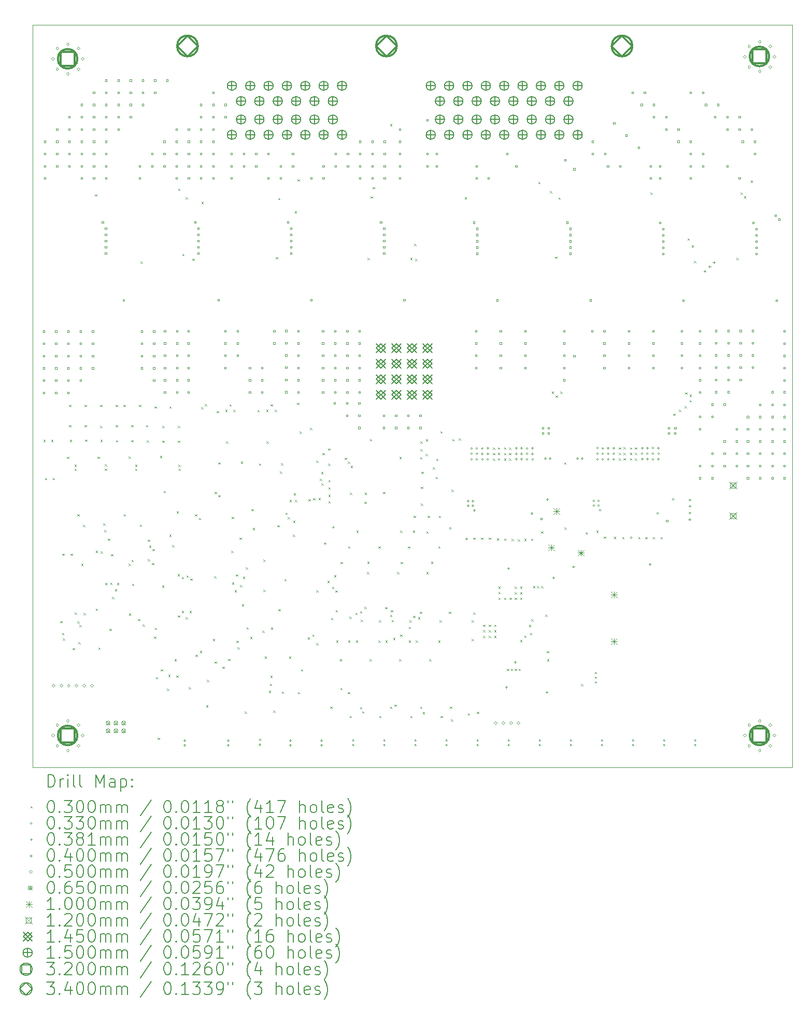
<source format=gbr>
%TF.GenerationSoftware,KiCad,Pcbnew,(6.0.8)*%
%TF.CreationDate,2023-05-29T03:20:38+02:00*%
%TF.ProjectId,pdms,70646d73-2e6b-4696-9361-645f70636258,rev?*%
%TF.SameCoordinates,Original*%
%TF.FileFunction,Drillmap*%
%TF.FilePolarity,Positive*%
%FSLAX45Y45*%
G04 Gerber Fmt 4.5, Leading zero omitted, Abs format (unit mm)*
G04 Created by KiCad (PCBNEW (6.0.8)) date 2023-05-29 03:20:38*
%MOMM*%
%LPD*%
G01*
G04 APERTURE LIST*
%ADD10C,0.100000*%
%ADD11C,0.200000*%
%ADD12C,0.030000*%
%ADD13C,0.033020*%
%ADD14C,0.038100*%
%ADD15C,0.040000*%
%ADD16C,0.050000*%
%ADD17C,0.065000*%
%ADD18C,0.120000*%
%ADD19C,0.145000*%
%ADD20C,0.150000*%
%ADD21C,0.320000*%
%ADD22C,0.340000*%
G04 APERTURE END LIST*
D10*
X1648460Y-4142740D02*
X14063980Y-4142740D01*
X14063980Y-4142740D02*
X14063980Y-16273780D01*
X14063980Y-16273780D02*
X1648460Y-16273780D01*
X1648460Y-16273780D02*
X1648460Y-4142740D01*
D11*
D12*
X1826500Y-10919700D02*
X1856500Y-10949700D01*
X1856500Y-10919700D02*
X1826500Y-10949700D01*
X1851900Y-11542000D02*
X1881900Y-11572000D01*
X1881900Y-11542000D02*
X1851900Y-11572000D01*
X1953500Y-10919700D02*
X1983500Y-10949700D01*
X1983500Y-10919700D02*
X1953500Y-10949700D01*
X1978900Y-11542000D02*
X2008900Y-11572000D01*
X2008900Y-11542000D02*
X1978900Y-11572000D01*
X2100000Y-13880000D02*
X2130000Y-13910000D01*
X2130000Y-13880000D02*
X2100000Y-13910000D01*
X2130000Y-14075000D02*
X2160000Y-14105000D01*
X2160000Y-14075000D02*
X2130000Y-14105000D01*
X2133500Y-12780500D02*
X2163500Y-12810500D01*
X2163500Y-12780500D02*
X2133500Y-12810500D01*
X2142399Y-14165032D02*
X2172399Y-14195032D01*
X2172399Y-14165032D02*
X2142399Y-14195032D01*
X2212500Y-11195800D02*
X2242500Y-11225800D01*
X2242500Y-11195800D02*
X2212500Y-11225800D01*
X2245600Y-10348200D02*
X2275600Y-10378200D01*
X2275600Y-10348200D02*
X2245600Y-10378200D01*
X2245600Y-10678400D02*
X2275600Y-10708400D01*
X2275600Y-10678400D02*
X2245600Y-10708400D01*
X2258300Y-10919700D02*
X2288300Y-10949700D01*
X2288300Y-10919700D02*
X2258300Y-10949700D01*
X2270660Y-12777960D02*
X2300660Y-12807960D01*
X2300660Y-12777960D02*
X2270660Y-12807960D01*
X2303000Y-14319200D02*
X2333000Y-14349200D01*
X2333000Y-14319200D02*
X2303000Y-14349200D01*
X2334500Y-11326100D02*
X2364500Y-11356100D01*
X2364500Y-11326100D02*
X2334500Y-11356100D01*
X2334500Y-11389600D02*
X2364500Y-11419600D01*
X2364500Y-11389600D02*
X2334500Y-11419600D01*
X2337521Y-13739789D02*
X2367521Y-13769789D01*
X2367521Y-13739789D02*
X2337521Y-13769789D01*
X2380000Y-12137500D02*
X2410000Y-12167500D01*
X2410000Y-12137500D02*
X2380000Y-12167500D01*
X2380000Y-13885000D02*
X2410000Y-13915000D01*
X2410000Y-13885000D02*
X2380000Y-13915000D01*
X2398000Y-14221700D02*
X2428000Y-14251700D01*
X2428000Y-14221700D02*
X2398000Y-14251700D01*
X2415000Y-13945000D02*
X2445000Y-13975000D01*
X2445000Y-13945000D02*
X2415000Y-13975000D01*
X2444850Y-12942523D02*
X2474850Y-12972523D01*
X2474850Y-12942523D02*
X2444850Y-12972523D01*
X2472500Y-12309450D02*
X2502500Y-12339450D01*
X2502500Y-12309450D02*
X2472500Y-12339450D01*
X2483341Y-13748341D02*
X2513341Y-13778341D01*
X2513341Y-13748341D02*
X2483341Y-13778341D01*
X2499600Y-10348200D02*
X2529600Y-10378200D01*
X2529600Y-10348200D02*
X2499600Y-10378200D01*
X2499600Y-10678400D02*
X2529600Y-10708400D01*
X2529600Y-10678400D02*
X2499600Y-10708400D01*
X2507500Y-10915000D02*
X2537500Y-10945000D01*
X2537500Y-10915000D02*
X2507500Y-10945000D01*
X2671050Y-6912850D02*
X2701050Y-6942850D01*
X2701050Y-6912850D02*
X2671050Y-6942850D01*
X2681832Y-13676555D02*
X2711832Y-13706555D01*
X2711832Y-13676555D02*
X2681832Y-13706555D01*
X2682209Y-12731917D02*
X2712209Y-12761917D01*
X2712209Y-12731917D02*
X2682209Y-12761917D01*
X2712100Y-11195800D02*
X2742100Y-11225800D01*
X2742100Y-11195800D02*
X2712100Y-11225800D01*
X2725050Y-14310600D02*
X2755050Y-14340600D01*
X2755050Y-14310600D02*
X2725050Y-14340600D01*
X2753600Y-10348200D02*
X2783600Y-10378200D01*
X2783600Y-10348200D02*
X2753600Y-10378200D01*
X2753600Y-10691100D02*
X2783600Y-10721100D01*
X2783600Y-10691100D02*
X2753600Y-10721100D01*
X2755900Y-10922100D02*
X2785900Y-10952100D01*
X2785900Y-10922100D02*
X2755900Y-10952100D01*
X2762895Y-12741731D02*
X2792895Y-12771731D01*
X2792895Y-12741731D02*
X2762895Y-12771731D01*
X2802500Y-12282500D02*
X2832500Y-12312500D01*
X2832500Y-12282500D02*
X2802500Y-12312500D01*
X2822500Y-12395000D02*
X2852500Y-12425000D01*
X2852500Y-12395000D02*
X2822500Y-12425000D01*
X2829800Y-11320800D02*
X2859800Y-11350800D01*
X2859800Y-11320800D02*
X2829800Y-11350800D01*
X2829800Y-11389600D02*
X2859800Y-11419600D01*
X2859800Y-11389600D02*
X2829800Y-11419600D01*
X2833858Y-13257567D02*
X2863858Y-13287567D01*
X2863858Y-13257567D02*
X2833858Y-13287567D01*
X2880600Y-12532600D02*
X2910600Y-12562600D01*
X2910600Y-12532600D02*
X2880600Y-12562600D01*
X2905000Y-14007816D02*
X2935000Y-14037816D01*
X2935000Y-14007816D02*
X2905000Y-14037816D01*
X2916941Y-13254741D02*
X2946941Y-13284741D01*
X2946941Y-13254741D02*
X2916941Y-13284741D01*
X2931400Y-12786600D02*
X2961400Y-12816600D01*
X2961400Y-12786600D02*
X2931400Y-12816600D01*
X2947567Y-13485178D02*
X2977567Y-13515178D01*
X2977567Y-13485178D02*
X2947567Y-13515178D01*
X2994900Y-13358100D02*
X3024900Y-13388100D01*
X3024900Y-13358100D02*
X2994900Y-13388100D01*
X3007600Y-10348200D02*
X3037600Y-10378200D01*
X3037600Y-10348200D02*
X3007600Y-10378200D01*
X3007600Y-10678400D02*
X3037600Y-10708400D01*
X3037600Y-10678400D02*
X3007600Y-10708400D01*
X3009900Y-10923000D02*
X3039900Y-10953000D01*
X3039900Y-10923000D02*
X3009900Y-10953000D01*
X3029651Y-13259285D02*
X3059651Y-13289285D01*
X3059651Y-13259285D02*
X3029651Y-13289285D01*
X3120000Y-8625000D02*
X3150000Y-8655000D01*
X3150000Y-8625000D02*
X3120000Y-8655000D01*
X3134600Y-10348200D02*
X3164600Y-10378200D01*
X3164600Y-10348200D02*
X3134600Y-10378200D01*
X3137140Y-12136360D02*
X3167140Y-12166360D01*
X3167140Y-12136360D02*
X3137140Y-12166360D01*
X3216900Y-11190800D02*
X3246900Y-11220800D01*
X3246900Y-11190800D02*
X3216900Y-11220800D01*
X3218355Y-12945449D02*
X3248355Y-12975449D01*
X3248355Y-12945449D02*
X3218355Y-12975449D01*
X3223601Y-13755073D02*
X3253601Y-13785073D01*
X3253601Y-13755073D02*
X3223601Y-13785073D01*
X3261600Y-10678400D02*
X3291600Y-10708400D01*
X3291600Y-10678400D02*
X3261600Y-10708400D01*
X3261600Y-10926100D02*
X3291600Y-10956100D01*
X3291600Y-10926100D02*
X3261600Y-10956100D01*
X3267000Y-12882000D02*
X3297000Y-12912000D01*
X3297000Y-12882000D02*
X3267000Y-12912000D01*
X3275000Y-13270000D02*
X3305000Y-13300000D01*
X3305000Y-13270000D02*
X3275000Y-13300000D01*
X3325550Y-11326100D02*
X3355550Y-11356100D01*
X3355550Y-11326100D02*
X3325550Y-11356100D01*
X3325550Y-11389600D02*
X3355550Y-11419600D01*
X3355550Y-11389600D02*
X3325550Y-11419600D01*
X3370000Y-13845000D02*
X3400000Y-13875000D01*
X3400000Y-13845000D02*
X3370000Y-13875000D01*
X3388600Y-10348200D02*
X3418600Y-10378200D01*
X3418600Y-10348200D02*
X3388600Y-10378200D01*
X3403068Y-12303093D02*
X3433068Y-12333093D01*
X3433068Y-12303093D02*
X3403068Y-12333093D01*
X3414000Y-8010350D02*
X3444000Y-8040350D01*
X3444000Y-8010350D02*
X3414000Y-8040350D01*
X3450000Y-13935000D02*
X3480000Y-13965000D01*
X3480000Y-13935000D02*
X3450000Y-13965000D01*
X3502900Y-10678400D02*
X3532900Y-10708400D01*
X3532900Y-10678400D02*
X3502900Y-10708400D01*
X3515600Y-10927100D02*
X3545600Y-10957100D01*
X3545600Y-10927100D02*
X3515600Y-10957100D01*
X3532224Y-12866425D02*
X3562224Y-12896425D01*
X3562224Y-12866425D02*
X3532224Y-12896425D01*
X3534318Y-12549923D02*
X3564318Y-12579923D01*
X3564318Y-12549923D02*
X3534318Y-12579923D01*
X3553903Y-12646697D02*
X3583903Y-12676697D01*
X3583903Y-12646697D02*
X3553903Y-12676697D01*
X3598300Y-12932500D02*
X3628300Y-12962500D01*
X3628300Y-12932500D02*
X3598300Y-12962500D01*
X3610436Y-12703230D02*
X3640436Y-12733230D01*
X3640436Y-12703230D02*
X3610436Y-12733230D01*
X3635000Y-14135000D02*
X3665000Y-14165000D01*
X3665000Y-14135000D02*
X3635000Y-14165000D01*
X3642600Y-10373600D02*
X3672600Y-10403600D01*
X3672600Y-10373600D02*
X3642600Y-10403600D01*
X3646121Y-13989815D02*
X3676121Y-14019815D01*
X3676121Y-13989815D02*
X3646121Y-14019815D01*
X3661838Y-14793200D02*
X3691838Y-14823200D01*
X3691838Y-14793200D02*
X3661838Y-14823200D01*
X3693400Y-15783800D02*
X3723400Y-15813800D01*
X3723400Y-15783800D02*
X3693400Y-15813800D01*
X3730000Y-11180800D02*
X3760000Y-11210800D01*
X3760000Y-11180800D02*
X3730000Y-11210800D01*
X3744200Y-14666200D02*
X3774200Y-14696200D01*
X3774200Y-14666200D02*
X3744200Y-14696200D01*
X3765000Y-13297500D02*
X3795000Y-13327500D01*
X3795000Y-13297500D02*
X3765000Y-13327500D01*
X3769600Y-10691100D02*
X3799600Y-10721100D01*
X3799600Y-10691100D02*
X3769600Y-10721100D01*
X3769600Y-10932400D02*
X3799600Y-10962400D01*
X3799600Y-10932400D02*
X3769600Y-10962400D01*
X3790109Y-11752934D02*
X3820109Y-11782934D01*
X3820109Y-11752934D02*
X3790109Y-11782934D01*
X3845800Y-14983700D02*
X3875800Y-15013700D01*
X3875800Y-14983700D02*
X3845800Y-15013700D01*
X3865203Y-14756422D02*
X3895203Y-14786422D01*
X3895203Y-14756422D02*
X3865203Y-14786422D01*
X3883900Y-10373600D02*
X3913900Y-10403600D01*
X3913900Y-10373600D02*
X3883900Y-10403600D01*
X3883900Y-12469100D02*
X3913900Y-12499100D01*
X3913900Y-12469100D02*
X3883900Y-12499100D01*
X3930000Y-12640000D02*
X3960000Y-12670000D01*
X3960000Y-12640000D02*
X3930000Y-12670000D01*
X3969085Y-14500756D02*
X3999085Y-14530756D01*
X3999085Y-14500756D02*
X3969085Y-14530756D01*
X3998200Y-14767800D02*
X4028200Y-14797800D01*
X4028200Y-14767800D02*
X3998200Y-14797800D01*
X4001291Y-12090134D02*
X4031291Y-12120134D01*
X4031291Y-12090134D02*
X4001291Y-12120134D01*
X4020885Y-13113680D02*
X4050885Y-13143680D01*
X4050885Y-13113680D02*
X4020885Y-13143680D01*
X4023600Y-10691100D02*
X4053600Y-10721100D01*
X4053600Y-10691100D02*
X4023600Y-10721100D01*
X4023600Y-10932400D02*
X4053600Y-10962400D01*
X4053600Y-10932400D02*
X4023600Y-10962400D01*
X4024450Y-13788434D02*
X4054450Y-13818434D01*
X4054450Y-13788434D02*
X4024450Y-13818434D01*
X4026000Y-6820000D02*
X4056000Y-6850000D01*
X4056000Y-6820000D02*
X4026000Y-6850000D01*
X4032500Y-11325800D02*
X4062500Y-11355800D01*
X4062500Y-11325800D02*
X4032500Y-11355800D01*
X4037500Y-11390800D02*
X4067500Y-11420800D01*
X4067500Y-11390800D02*
X4037500Y-11420800D01*
X4086050Y-13160000D02*
X4116050Y-13190000D01*
X4116050Y-13160000D02*
X4086050Y-13190000D01*
X4087100Y-13713700D02*
X4117100Y-13743700D01*
X4117100Y-13713700D02*
X4087100Y-13743700D01*
X4094720Y-7885450D02*
X4124720Y-7915450D01*
X4124720Y-7885450D02*
X4094720Y-7915450D01*
X4150600Y-6957300D02*
X4180600Y-6987300D01*
X4180600Y-6957300D02*
X4150600Y-6987300D01*
X4151650Y-13815300D02*
X4181650Y-13845300D01*
X4181650Y-13815300D02*
X4151650Y-13845300D01*
X4161789Y-13134395D02*
X4191789Y-13164395D01*
X4191789Y-13134395D02*
X4161789Y-13164395D01*
X4201400Y-14958300D02*
X4231400Y-14988300D01*
X4231400Y-14958300D02*
X4201400Y-14988300D01*
X4214100Y-13713700D02*
X4244100Y-13743700D01*
X4244100Y-13713700D02*
X4214100Y-13743700D01*
X4227003Y-13185000D02*
X4257003Y-13215000D01*
X4257003Y-13185000D02*
X4227003Y-13215000D01*
X4260000Y-7960000D02*
X4290000Y-7990000D01*
X4290000Y-7960000D02*
X4260000Y-7990000D01*
X4305000Y-12135000D02*
X4335000Y-12165000D01*
X4335000Y-12135000D02*
X4305000Y-12165000D01*
X4310000Y-14430359D02*
X4340000Y-14460359D01*
X4340000Y-14430359D02*
X4310000Y-14460359D01*
X4365000Y-12195000D02*
X4395000Y-12225000D01*
X4395000Y-12195000D02*
X4365000Y-12225000D01*
X4385000Y-14367909D02*
X4415000Y-14397909D01*
X4415000Y-14367909D02*
X4385000Y-14397909D01*
X4402331Y-10387590D02*
X4432331Y-10417590D01*
X4432331Y-10387590D02*
X4402331Y-10417590D01*
X4410000Y-7035000D02*
X4440000Y-7065000D01*
X4440000Y-7035000D02*
X4410000Y-7065000D01*
X4462550Y-10335000D02*
X4492550Y-10365000D01*
X4492550Y-10335000D02*
X4462550Y-10365000D01*
X4485000Y-15257450D02*
X4515000Y-15287450D01*
X4515000Y-15257450D02*
X4485000Y-15287450D01*
X4497583Y-14839421D02*
X4527583Y-14869421D01*
X4527583Y-14839421D02*
X4497583Y-14869421D01*
X4595374Y-14170894D02*
X4625374Y-14200894D01*
X4625374Y-14170894D02*
X4595374Y-14200894D01*
X4615374Y-13147057D02*
X4645374Y-13177057D01*
X4645374Y-13147057D02*
X4615374Y-13177057D01*
X4626553Y-14539434D02*
X4656553Y-14569434D01*
X4656553Y-14539434D02*
X4626553Y-14569434D01*
X4626796Y-11773309D02*
X4656796Y-11803309D01*
X4656796Y-11773309D02*
X4626796Y-11803309D01*
X4657540Y-10449440D02*
X4687540Y-10479440D01*
X4687540Y-10449440D02*
X4657540Y-10479440D01*
X4684000Y-11288000D02*
X4714000Y-11318000D01*
X4714000Y-11288000D02*
X4684000Y-11318000D01*
X4685000Y-11822500D02*
X4715000Y-11852500D01*
X4715000Y-11822500D02*
X4685000Y-11852500D01*
X4750000Y-14624471D02*
X4780000Y-14654471D01*
X4780000Y-14624471D02*
X4750000Y-14654471D01*
X4797540Y-10429440D02*
X4827540Y-10459440D01*
X4827540Y-10429440D02*
X4797540Y-10459440D01*
X4810000Y-10945000D02*
X4840000Y-10975000D01*
X4840000Y-10945000D02*
X4810000Y-10975000D01*
X4844709Y-14499521D02*
X4874709Y-14529521D01*
X4874709Y-14499521D02*
X4844709Y-14529521D01*
X4867540Y-10339440D02*
X4897540Y-10369440D01*
X4897540Y-10339440D02*
X4867540Y-10369440D01*
X4896216Y-12730392D02*
X4926216Y-12760392D01*
X4926216Y-12730392D02*
X4896216Y-12760392D01*
X4901849Y-12177405D02*
X4931849Y-12207405D01*
X4931849Y-12177405D02*
X4901849Y-12207405D01*
X4910000Y-13250000D02*
X4940000Y-13280000D01*
X4940000Y-13250000D02*
X4910000Y-13280000D01*
X4927540Y-10429440D02*
X4957540Y-10459440D01*
X4957540Y-10429440D02*
X4927540Y-10459440D01*
X4952094Y-13377906D02*
X4982094Y-13407906D01*
X4982094Y-13377906D02*
X4952094Y-13407906D01*
X4971659Y-13118341D02*
X5001659Y-13148341D01*
X5001659Y-13118341D02*
X4971659Y-13148341D01*
X4980000Y-14200000D02*
X5010000Y-14230000D01*
X5010000Y-14200000D02*
X4980000Y-14230000D01*
X4997091Y-14305409D02*
X5027091Y-14335409D01*
X5027091Y-14305409D02*
X4997091Y-14335409D01*
X5030000Y-12515000D02*
X5060000Y-12545000D01*
X5060000Y-12515000D02*
X5030000Y-12545000D01*
X5040447Y-13289553D02*
X5070447Y-13319553D01*
X5070447Y-13289553D02*
X5040447Y-13319553D01*
X5052300Y-11275300D02*
X5082300Y-11305300D01*
X5082300Y-11275300D02*
X5052300Y-11305300D01*
X5070000Y-13605000D02*
X5100000Y-13635000D01*
X5100000Y-13605000D02*
X5070000Y-13635000D01*
X5085497Y-13155000D02*
X5115497Y-13185000D01*
X5115497Y-13155000D02*
X5085497Y-13185000D01*
X5117500Y-15358390D02*
X5147500Y-15388390D01*
X5147500Y-15358390D02*
X5117500Y-15388390D01*
X5132661Y-13002661D02*
X5162661Y-13032661D01*
X5162661Y-13002661D02*
X5132661Y-13032661D01*
X5147201Y-13981777D02*
X5177201Y-14011777D01*
X5177201Y-13981777D02*
X5147201Y-14011777D01*
X5204340Y-14139726D02*
X5234340Y-14169726D01*
X5234340Y-14139726D02*
X5204340Y-14169726D01*
X5225138Y-12051681D02*
X5255138Y-12081681D01*
X5255138Y-12051681D02*
X5225138Y-12081681D01*
X5246000Y-12360000D02*
X5276000Y-12390000D01*
X5276000Y-12360000D02*
X5246000Y-12390000D01*
X5321540Y-10433140D02*
X5351540Y-10463140D01*
X5351540Y-10433140D02*
X5321540Y-10463140D01*
X5350000Y-11305000D02*
X5380000Y-11335000D01*
X5380000Y-11305000D02*
X5350000Y-11335000D01*
X5404876Y-14034224D02*
X5434876Y-14064224D01*
X5434876Y-14034224D02*
X5404876Y-14064224D01*
X5419111Y-12877865D02*
X5449111Y-12907865D01*
X5449111Y-12877865D02*
X5419111Y-12907865D01*
X5420172Y-13365330D02*
X5450172Y-13395330D01*
X5450172Y-13365330D02*
X5420172Y-13395330D01*
X5441839Y-14460262D02*
X5471839Y-14490262D01*
X5471839Y-14460262D02*
X5441839Y-14490262D01*
X5467540Y-10429440D02*
X5497540Y-10459440D01*
X5497540Y-10429440D02*
X5467540Y-10459440D01*
X5471400Y-10945100D02*
X5501400Y-10975100D01*
X5501400Y-10945100D02*
X5471400Y-10975100D01*
X5509859Y-15019641D02*
X5539859Y-15049641D01*
X5539859Y-15019641D02*
X5509859Y-15049641D01*
X5528000Y-14904960D02*
X5558000Y-14934960D01*
X5558000Y-14904960D02*
X5528000Y-14934960D01*
X5533080Y-14772880D02*
X5563080Y-14802880D01*
X5563080Y-14772880D02*
X5533080Y-14802880D01*
X5537540Y-10339440D02*
X5567540Y-10369440D01*
X5567540Y-10339440D02*
X5537540Y-10369440D01*
X5541372Y-13986192D02*
X5571372Y-14016192D01*
X5571372Y-13986192D02*
X5541372Y-14016192D01*
X5580000Y-15342500D02*
X5610000Y-15372500D01*
X5610000Y-15342500D02*
X5580000Y-15372500D01*
X5607540Y-10429440D02*
X5637540Y-10459440D01*
X5637540Y-10429440D02*
X5607540Y-10459440D01*
X5623800Y-7935200D02*
X5653800Y-7965200D01*
X5653800Y-7935200D02*
X5623800Y-7965200D01*
X5649534Y-12312650D02*
X5679534Y-12342650D01*
X5679534Y-12312650D02*
X5649534Y-12342650D01*
X5661900Y-6970000D02*
X5691900Y-7000000D01*
X5691900Y-6970000D02*
X5661900Y-7000000D01*
X5666637Y-13684168D02*
X5696637Y-13714168D01*
X5696637Y-13684168D02*
X5666637Y-13714168D01*
X5689840Y-11435320D02*
X5719840Y-11465320D01*
X5719840Y-11435320D02*
X5689840Y-11465320D01*
X5710000Y-11300000D02*
X5740000Y-11330000D01*
X5740000Y-11300000D02*
X5710000Y-11330000D01*
X5722500Y-15032500D02*
X5752500Y-15062500D01*
X5752500Y-15032500D02*
X5722500Y-15062500D01*
X5763500Y-13193000D02*
X5793500Y-13223000D01*
X5793500Y-13193000D02*
X5763500Y-13223000D01*
X5781280Y-12110960D02*
X5811280Y-12140960D01*
X5811280Y-12110960D02*
X5781280Y-12140960D01*
X5817035Y-12182470D02*
X5847035Y-12212470D01*
X5847035Y-12182470D02*
X5817035Y-12212470D01*
X5838348Y-14460262D02*
X5868348Y-14490262D01*
X5868348Y-14460262D02*
X5838348Y-14490262D01*
X5847932Y-11902068D02*
X5877932Y-11932068D01*
X5877932Y-11902068D02*
X5847932Y-11932068D01*
X5903200Y-12469100D02*
X5933200Y-12499100D01*
X5933200Y-12469100D02*
X5903200Y-12499100D01*
X5908280Y-12242450D02*
X5938280Y-12272450D01*
X5938280Y-12242450D02*
X5908280Y-12272450D01*
X5915930Y-11793430D02*
X5945930Y-11823430D01*
X5945930Y-11793430D02*
X5915930Y-11823430D01*
X5932294Y-7185900D02*
X5962294Y-7215900D01*
X5962294Y-7185900D02*
X5932294Y-7215900D01*
X5935271Y-11901089D02*
X5965271Y-11931089D01*
X5965271Y-11901089D02*
X5935271Y-11931089D01*
X5971656Y-10315304D02*
X6001656Y-10345304D01*
X6001656Y-10315304D02*
X5971656Y-10345304D01*
X5979400Y-6665200D02*
X6009400Y-6695200D01*
X6009400Y-6665200D02*
X5979400Y-6695200D01*
X5985000Y-15040000D02*
X6015000Y-15070000D01*
X6015000Y-15040000D02*
X5985000Y-15070000D01*
X6012650Y-10785000D02*
X6042650Y-10815000D01*
X6042650Y-10785000D02*
X6012650Y-10815000D01*
X6035000Y-14668160D02*
X6065000Y-14698160D01*
X6065000Y-14668160D02*
X6035000Y-14698160D01*
X6144500Y-14145500D02*
X6174500Y-14175500D01*
X6174500Y-14145500D02*
X6144500Y-14175500D01*
X6157441Y-11891478D02*
X6187441Y-11921478D01*
X6187441Y-11891478D02*
X6157441Y-11921478D01*
X6182600Y-10724120D02*
X6212600Y-10754120D01*
X6212600Y-10724120D02*
X6182600Y-10754120D01*
X6220700Y-14098730D02*
X6250700Y-14128730D01*
X6250700Y-14098730D02*
X6220700Y-14128730D01*
X6234852Y-11871487D02*
X6264852Y-11901487D01*
X6264852Y-11871487D02*
X6234852Y-11901487D01*
X6284875Y-11260131D02*
X6314875Y-11290131D01*
X6314875Y-11260131D02*
X6284875Y-11290131D01*
X6285000Y-13375000D02*
X6315000Y-13405000D01*
X6315000Y-13375000D02*
X6285000Y-13405000D01*
X6285000Y-14240150D02*
X6315000Y-14270150D01*
X6315000Y-14240150D02*
X6285000Y-14270150D01*
X6320841Y-11869159D02*
X6350841Y-11899159D01*
X6350841Y-11869159D02*
X6320841Y-11899159D01*
X6344159Y-11554159D02*
X6374159Y-11584159D01*
X6374159Y-11554159D02*
X6344159Y-11584159D01*
X6365291Y-11444709D02*
X6395291Y-11474709D01*
X6395291Y-11444709D02*
X6365291Y-11474709D01*
X6369450Y-11630003D02*
X6399450Y-11660003D01*
X6399450Y-11630003D02*
X6369450Y-11660003D01*
X6385000Y-11135000D02*
X6415000Y-11165000D01*
X6415000Y-11135000D02*
X6385000Y-11165000D01*
X6464837Y-13223765D02*
X6494837Y-13253765D01*
X6494837Y-13223765D02*
X6464837Y-13253765D01*
X6477240Y-11059400D02*
X6507240Y-11089400D01*
X6507240Y-11059400D02*
X6477240Y-11089400D01*
X6477240Y-11308320D02*
X6507240Y-11338320D01*
X6507240Y-11308320D02*
X6477240Y-11338320D01*
X6482320Y-11816320D02*
X6512320Y-11846320D01*
X6512320Y-11816320D02*
X6482320Y-11846320D01*
X6483438Y-11578678D02*
X6513438Y-11608678D01*
X6513438Y-11578678D02*
X6483438Y-11608678D01*
X6485000Y-11695000D02*
X6515000Y-11725000D01*
X6515000Y-11695000D02*
X6485000Y-11725000D01*
X6485000Y-11925000D02*
X6515000Y-11955000D01*
X6515000Y-11925000D02*
X6485000Y-11955000D01*
X6512800Y-15275800D02*
X6542800Y-15305800D01*
X6542800Y-15275800D02*
X6512800Y-15305800D01*
X6525500Y-13828000D02*
X6555500Y-13858000D01*
X6555500Y-13828000D02*
X6525500Y-13858000D01*
X6542654Y-13322654D02*
X6572654Y-13352654D01*
X6572654Y-13322654D02*
X6542654Y-13352654D01*
X6576300Y-13129500D02*
X6606300Y-13159500D01*
X6606300Y-13129500D02*
X6576300Y-13159500D01*
X6599210Y-13380000D02*
X6629210Y-13410000D01*
X6629210Y-13380000D02*
X6599210Y-13410000D01*
X6601700Y-13701000D02*
X6631700Y-13731000D01*
X6631700Y-13701000D02*
X6601700Y-13731000D01*
X6609320Y-14195150D02*
X6639320Y-14225150D01*
X6639320Y-14195150D02*
X6609320Y-14225150D01*
X6670280Y-14500050D02*
X6700280Y-14530050D01*
X6700280Y-14500050D02*
X6670280Y-14530050D01*
X6677900Y-14971000D02*
X6707900Y-15001000D01*
X6707900Y-14971000D02*
X6677900Y-15001000D01*
X6680440Y-12913600D02*
X6710440Y-12943600D01*
X6710440Y-12913600D02*
X6680440Y-12943600D01*
X6749549Y-11211879D02*
X6779549Y-11241879D01*
X6779549Y-11211879D02*
X6749549Y-11241879D01*
X6800379Y-15040911D02*
X6830379Y-15070911D01*
X6830379Y-15040911D02*
X6800379Y-15070911D01*
X6802693Y-11275480D02*
X6832693Y-11305480D01*
X6832693Y-11275480D02*
X6802693Y-11305480D01*
X6804900Y-12659600D02*
X6834900Y-12689600D01*
X6834900Y-12659600D02*
X6804900Y-12689600D01*
X6804900Y-14195150D02*
X6834900Y-14225150D01*
X6834900Y-14195150D02*
X6804900Y-14225150D01*
X6825063Y-13806892D02*
X6855063Y-13836892D01*
X6855063Y-13806892D02*
X6825063Y-13836892D01*
X6830300Y-15428200D02*
X6860300Y-15458200D01*
X6860300Y-15428200D02*
X6830300Y-15458200D01*
X6835000Y-11785000D02*
X6865000Y-11815000D01*
X6865000Y-11785000D02*
X6835000Y-11815000D01*
X6845666Y-11342900D02*
X6875666Y-11372900D01*
X6875666Y-11342900D02*
X6845666Y-11372900D01*
X6922302Y-13744242D02*
X6952302Y-13774242D01*
X6952302Y-13744242D02*
X6922302Y-13774242D01*
X6931900Y-14195150D02*
X6961900Y-14225150D01*
X6961900Y-14195150D02*
X6931900Y-14225150D01*
X6939985Y-12400055D02*
X6969985Y-12430055D01*
X6969985Y-12400055D02*
X6939985Y-12430055D01*
X6997760Y-13717820D02*
X7027760Y-13747820D01*
X7027760Y-13717820D02*
X6997760Y-13747820D01*
X6997940Y-15283420D02*
X7027940Y-15313420D01*
X7027940Y-15283420D02*
X6997940Y-15313420D01*
X7010640Y-13858480D02*
X7040640Y-13888480D01*
X7040640Y-13858480D02*
X7010640Y-13888480D01*
X7034742Y-15354396D02*
X7064742Y-15384396D01*
X7064742Y-15354396D02*
X7034742Y-15384396D01*
X7071600Y-11932550D02*
X7101600Y-11962550D01*
X7101600Y-11932550D02*
X7071600Y-11962550D01*
X7071600Y-13647450D02*
X7101600Y-13677450D01*
X7101600Y-13647450D02*
X7071600Y-13677450D01*
X7075000Y-11785000D02*
X7105000Y-11815000D01*
X7105000Y-11785000D02*
X7075000Y-11815000D01*
X7114780Y-13081240D02*
X7144780Y-13111240D01*
X7144780Y-13081240D02*
X7114780Y-13111240D01*
X7117320Y-12908520D02*
X7147320Y-12938520D01*
X7147320Y-12908520D02*
X7117320Y-12938520D01*
X7122400Y-7947900D02*
X7152400Y-7977900D01*
X7152400Y-7947900D02*
X7122400Y-7977900D01*
X7157960Y-14500050D02*
X7187960Y-14530050D01*
X7187960Y-14500050D02*
X7157960Y-14530050D01*
X7160500Y-10907000D02*
X7190500Y-10937000D01*
X7190500Y-10907000D02*
X7160500Y-10937000D01*
X7173200Y-6944600D02*
X7203200Y-6974600D01*
X7203200Y-6944600D02*
X7173200Y-6974600D01*
X7205000Y-6795000D02*
X7235000Y-6825000D01*
X7235000Y-6795000D02*
X7205000Y-6825000D01*
X7300200Y-12659600D02*
X7330200Y-12689600D01*
X7330200Y-12659600D02*
X7300200Y-12689600D01*
X7300200Y-14195150D02*
X7330200Y-14225150D01*
X7330200Y-14195150D02*
X7300200Y-14225150D01*
X7310360Y-13866100D02*
X7340360Y-13896100D01*
X7340360Y-13866100D02*
X7310360Y-13896100D01*
X7312900Y-15428200D02*
X7342900Y-15458200D01*
X7342900Y-15428200D02*
X7312900Y-15458200D01*
X7375000Y-11770000D02*
X7405000Y-11800000D01*
X7405000Y-11770000D02*
X7375000Y-11800000D01*
X7410731Y-13650296D02*
X7440731Y-13680296D01*
X7440731Y-13650296D02*
X7410731Y-13680296D01*
X7414500Y-14195150D02*
X7444500Y-14225150D01*
X7444500Y-14195150D02*
X7414500Y-14225150D01*
X7489650Y-13779759D02*
X7519650Y-13809759D01*
X7519650Y-13779759D02*
X7489650Y-13809759D01*
X7490700Y-5763500D02*
X7520700Y-5793500D01*
X7520700Y-5763500D02*
X7490700Y-5793500D01*
X7490700Y-15275800D02*
X7520700Y-15305800D01*
X7520700Y-15275800D02*
X7490700Y-15305800D01*
X7503400Y-13701000D02*
X7533400Y-13731000D01*
X7533400Y-13701000D02*
X7503400Y-13731000D01*
X7516056Y-13864186D02*
X7546056Y-13894186D01*
X7546056Y-13864186D02*
X7516056Y-13894186D01*
X7541500Y-14155312D02*
X7571500Y-14185312D01*
X7571500Y-14155312D02*
X7541500Y-14185312D01*
X7562663Y-15240966D02*
X7592663Y-15270966D01*
X7592663Y-15240966D02*
X7562663Y-15270966D01*
X7605000Y-13081240D02*
X7635000Y-13111240D01*
X7635000Y-13081240D02*
X7605000Y-13111240D01*
X7640560Y-14500050D02*
X7670560Y-14530050D01*
X7670560Y-14500050D02*
X7640560Y-14530050D01*
X7643100Y-11199100D02*
X7673100Y-11229100D01*
X7673100Y-11199100D02*
X7643100Y-11229100D01*
X7655800Y-12400520D02*
X7685800Y-12430520D01*
X7685800Y-12400520D02*
X7655800Y-12430520D01*
X7655800Y-14098730D02*
X7685800Y-14128730D01*
X7685800Y-14098730D02*
X7655800Y-14128730D01*
X7665960Y-12913600D02*
X7695960Y-12943600D01*
X7695960Y-12913600D02*
X7665960Y-12943600D01*
X7782800Y-12659600D02*
X7812800Y-12689600D01*
X7812800Y-12659600D02*
X7782800Y-12689600D01*
X7795500Y-13973830D02*
X7825500Y-14003830D01*
X7825500Y-13973830D02*
X7795500Y-14003830D01*
X7795500Y-14195150D02*
X7825500Y-14225150D01*
X7825500Y-14195150D02*
X7795500Y-14225150D01*
X7808200Y-13866100D02*
X7838200Y-13896100D01*
X7838200Y-13866100D02*
X7808200Y-13896100D01*
X7820900Y-7947900D02*
X7850900Y-7977900D01*
X7850900Y-7947900D02*
X7820900Y-7977900D01*
X7820900Y-15428200D02*
X7850900Y-15458200D01*
X7850900Y-15428200D02*
X7820900Y-15458200D01*
X7864080Y-12400520D02*
X7894080Y-12430520D01*
X7894080Y-12400520D02*
X7864080Y-12430520D01*
X7869657Y-13794482D02*
X7899657Y-13824482D01*
X7899657Y-13794482D02*
X7869657Y-13824482D01*
X7874240Y-12162550D02*
X7904240Y-12192550D01*
X7904240Y-12162550D02*
X7874240Y-12192550D01*
X7883550Y-7719300D02*
X7913550Y-7749300D01*
X7913550Y-7719300D02*
X7883550Y-7749300D01*
X7899298Y-7963579D02*
X7929298Y-7993579D01*
X7929298Y-7963579D02*
X7899298Y-7993579D01*
X7909800Y-14195150D02*
X7939800Y-14225150D01*
X7939800Y-14195150D02*
X7909800Y-14225150D01*
X7946850Y-13815300D02*
X7976850Y-13845300D01*
X7976850Y-13815300D02*
X7946850Y-13845300D01*
X7975840Y-13726400D02*
X8005840Y-13756400D01*
X8005840Y-13726400D02*
X7975840Y-13756400D01*
X7980920Y-15275800D02*
X8010920Y-15305800D01*
X8010920Y-15275800D02*
X7980920Y-15305800D01*
X7983407Y-11205866D02*
X8013407Y-11235866D01*
X8013407Y-11205866D02*
X7983407Y-11235866D01*
X7985000Y-10945100D02*
X8015000Y-10975100D01*
X8015000Y-10945100D02*
X7985000Y-10975100D01*
X7985000Y-11072100D02*
X8015000Y-11102100D01*
X8015000Y-11072100D02*
X7985000Y-11102100D01*
X7992490Y-11685650D02*
X8022490Y-11715650D01*
X8022490Y-11685650D02*
X7992490Y-11715650D01*
X7996160Y-11963640D02*
X8026160Y-11993640D01*
X8026160Y-11963640D02*
X7996160Y-11993640D01*
X8001240Y-11440400D02*
X8031240Y-11470400D01*
X8031240Y-11440400D02*
X8001240Y-11470400D01*
X8024100Y-15364700D02*
X8054100Y-15394700D01*
X8054100Y-15364700D02*
X8024100Y-15394700D01*
X8070000Y-11150000D02*
X8100000Y-11180000D01*
X8100000Y-11150000D02*
X8070000Y-11180000D01*
X8075750Y-10910700D02*
X8105750Y-10940700D01*
X8105750Y-10910700D02*
X8075750Y-10940700D01*
X8082520Y-12415760D02*
X8112520Y-12445760D01*
X8112520Y-12415760D02*
X8082520Y-12445760D01*
X8082520Y-13081240D02*
X8112520Y-13111240D01*
X8112520Y-13081240D02*
X8082520Y-13111240D01*
X8102840Y-12162550D02*
X8132840Y-12192550D01*
X8132840Y-12162550D02*
X8102840Y-12192550D01*
X8128240Y-14500050D02*
X8158240Y-14530050D01*
X8158240Y-14500050D02*
X8128240Y-14530050D01*
X8158720Y-12908520D02*
X8188720Y-12938520D01*
X8188720Y-12908520D02*
X8158720Y-12938520D01*
X8190160Y-11371160D02*
X8220160Y-11401160D01*
X8220160Y-11371160D02*
X8190160Y-11401160D01*
X8235000Y-11527000D02*
X8265000Y-11557000D01*
X8265000Y-11527000D02*
X8235000Y-11557000D01*
X8242981Y-11230021D02*
X8272981Y-11260021D01*
X8272981Y-11230021D02*
X8242981Y-11260021D01*
X8278100Y-12659600D02*
X8308100Y-12689600D01*
X8308100Y-12659600D02*
X8278100Y-12689600D01*
X8278100Y-14195150D02*
X8308100Y-14225150D01*
X8308100Y-14195150D02*
X8278100Y-14225150D01*
X8285720Y-12161760D02*
X8315720Y-12191760D01*
X8315720Y-12161760D02*
X8285720Y-12191760D01*
X8300960Y-13866100D02*
X8330960Y-13896100D01*
X8330960Y-13866100D02*
X8300960Y-13896100D01*
X8310836Y-10781880D02*
X8340836Y-10811880D01*
X8340836Y-10781880D02*
X8310836Y-10811880D01*
X8316200Y-15428200D02*
X8346200Y-15458200D01*
X8346200Y-15428200D02*
X8316200Y-15458200D01*
X8453360Y-13726400D02*
X8483360Y-13756400D01*
X8483360Y-13726400D02*
X8453360Y-13756400D01*
X8468600Y-15275800D02*
X8498600Y-15305800D01*
X8498600Y-15275800D02*
X8468600Y-15305800D01*
X8485000Y-15485000D02*
X8515000Y-15515000D01*
X8515000Y-15485000D02*
X8485000Y-15515000D01*
X8494000Y-11732500D02*
X8524000Y-11762500D01*
X8524000Y-11732500D02*
X8494000Y-11762500D01*
X8506300Y-10908300D02*
X8536300Y-10938300D01*
X8536300Y-10908300D02*
X8506300Y-10938300D01*
X8613000Y-10896000D02*
X8643000Y-10926000D01*
X8643000Y-10896000D02*
X8613000Y-10926000D01*
X8709900Y-6957300D02*
X8739900Y-6987300D01*
X8739900Y-6957300D02*
X8709900Y-6987300D01*
X8760000Y-15385000D02*
X8790000Y-15415000D01*
X8790000Y-15385000D02*
X8760000Y-15415000D01*
X8824200Y-13866100D02*
X8854200Y-13896100D01*
X8854200Y-13866100D02*
X8824200Y-13896100D01*
X8824200Y-14170900D02*
X8854200Y-14200900D01*
X8854200Y-14170900D02*
X8824200Y-14200900D01*
X8849600Y-13739100D02*
X8879600Y-13769100D01*
X8879600Y-13739100D02*
X8849600Y-13769100D01*
X8850000Y-12517360D02*
X8880000Y-12547360D01*
X8880000Y-12517360D02*
X8850000Y-12547360D01*
X8910000Y-15360000D02*
X8940000Y-15390000D01*
X8940000Y-15360000D02*
X8910000Y-15390000D01*
X8976600Y-12517360D02*
X9006600Y-12547360D01*
X9006600Y-12517360D02*
X8976600Y-12547360D01*
X9012160Y-13939760D02*
X9042160Y-13969760D01*
X9042160Y-13939760D02*
X9012160Y-13969760D01*
X9012160Y-14029760D02*
X9042160Y-14059760D01*
X9042160Y-14029760D02*
X9012160Y-14059760D01*
X9012160Y-14119760D02*
X9042160Y-14149760D01*
X9042160Y-14119760D02*
X9012160Y-14149760D01*
X9102160Y-13939760D02*
X9132160Y-13969760D01*
X9132160Y-13939760D02*
X9102160Y-13969760D01*
X9102160Y-14029760D02*
X9132160Y-14059760D01*
X9132160Y-14029760D02*
X9102160Y-14059760D01*
X9102160Y-14119760D02*
X9132160Y-14149760D01*
X9132160Y-14119760D02*
X9102160Y-14149760D01*
X9103600Y-12517360D02*
X9133600Y-12547360D01*
X9133600Y-12517360D02*
X9103600Y-12547360D01*
X9170240Y-11045700D02*
X9200240Y-11075700D01*
X9200240Y-11045700D02*
X9170240Y-11075700D01*
X9170240Y-11135700D02*
X9200240Y-11165700D01*
X9200240Y-11135700D02*
X9170240Y-11165700D01*
X9170240Y-11225700D02*
X9200240Y-11255700D01*
X9200240Y-11225700D02*
X9170240Y-11255700D01*
X9192160Y-13939760D02*
X9222160Y-13969760D01*
X9222160Y-13939760D02*
X9192160Y-13969760D01*
X9192160Y-14029760D02*
X9222160Y-14059760D01*
X9222160Y-14029760D02*
X9192160Y-14059760D01*
X9192160Y-14119760D02*
X9222160Y-14149760D01*
X9222160Y-14119760D02*
X9192160Y-14149760D01*
X9235680Y-12530660D02*
X9265680Y-12560660D01*
X9265680Y-12530660D02*
X9235680Y-12560660D01*
X9250240Y-11042460D02*
X9280240Y-11072460D01*
X9280240Y-11042460D02*
X9250240Y-11072460D01*
X9250240Y-11132460D02*
X9280240Y-11162460D01*
X9280240Y-11132460D02*
X9250240Y-11162460D01*
X9250240Y-11222460D02*
X9280240Y-11252460D01*
X9280240Y-11222460D02*
X9250240Y-11252460D01*
X9261080Y-13314920D02*
X9291080Y-13344920D01*
X9291080Y-13314920D02*
X9261080Y-13344920D01*
X9261080Y-13406360D02*
X9291080Y-13436360D01*
X9291080Y-13406360D02*
X9261080Y-13436360D01*
X9261080Y-13497800D02*
X9291080Y-13527800D01*
X9291080Y-13497800D02*
X9261080Y-13527800D01*
X9353120Y-11045000D02*
X9383120Y-11075000D01*
X9383120Y-11045000D02*
X9353120Y-11075000D01*
X9353120Y-11135000D02*
X9383120Y-11165000D01*
X9383120Y-11135000D02*
X9353120Y-11165000D01*
X9353120Y-11225000D02*
X9383120Y-11255000D01*
X9383120Y-11225000D02*
X9353120Y-11255000D01*
X9353960Y-13497800D02*
X9383960Y-13527800D01*
X9383960Y-13497800D02*
X9353960Y-13527800D01*
X9401650Y-14658580D02*
X9431650Y-14688580D01*
X9431650Y-14658580D02*
X9401650Y-14688580D01*
X9433120Y-11045740D02*
X9463120Y-11075740D01*
X9463120Y-11045740D02*
X9433120Y-11075740D01*
X9433120Y-11135740D02*
X9463120Y-11165740D01*
X9463120Y-11135740D02*
X9433120Y-11165740D01*
X9433120Y-11225740D02*
X9463120Y-11255740D01*
X9463120Y-11225740D02*
X9433120Y-11255740D01*
X9443960Y-13497800D02*
X9473960Y-13527800D01*
X9473960Y-13497800D02*
X9443960Y-13527800D01*
X9465150Y-14658580D02*
X9495150Y-14688580D01*
X9495150Y-14658580D02*
X9465150Y-14688580D01*
X9475000Y-12540000D02*
X9505000Y-12570000D01*
X9505000Y-12540000D02*
X9475000Y-12570000D01*
X9526680Y-13317800D02*
X9556680Y-13347800D01*
X9556680Y-13317800D02*
X9526680Y-13347800D01*
X9526680Y-13407800D02*
X9556680Y-13437800D01*
X9556680Y-13407800D02*
X9526680Y-13437800D01*
X9526680Y-13497800D02*
X9556680Y-13527800D01*
X9556680Y-13497800D02*
X9526680Y-13527800D01*
X9528650Y-14658580D02*
X9558650Y-14688580D01*
X9558650Y-14658580D02*
X9528650Y-14688580D01*
X9577749Y-12544400D02*
X9607749Y-12574400D01*
X9607749Y-12544400D02*
X9577749Y-12574400D01*
X9592150Y-14658580D02*
X9622150Y-14688580D01*
X9622150Y-14658580D02*
X9592150Y-14688580D01*
X9616680Y-13317800D02*
X9646680Y-13347800D01*
X9646680Y-13317800D02*
X9616680Y-13347800D01*
X9616680Y-13407800D02*
X9646680Y-13437800D01*
X9646680Y-13407800D02*
X9616680Y-13437800D01*
X9616680Y-13497800D02*
X9646680Y-13527800D01*
X9646680Y-13497800D02*
X9616680Y-13527800D01*
X9616680Y-14188680D02*
X9646680Y-14218680D01*
X9646680Y-14188680D02*
X9616680Y-14218680D01*
X9682720Y-14117560D02*
X9712720Y-14147560D01*
X9712720Y-14117560D02*
X9682720Y-14147560D01*
X9685000Y-12540000D02*
X9715000Y-12570000D01*
X9715000Y-12540000D02*
X9685000Y-12570000D01*
X9758920Y-13944840D02*
X9788920Y-13974840D01*
X9788920Y-13944840D02*
X9758920Y-13974840D01*
X9777001Y-14074681D02*
X9807001Y-14104681D01*
X9807001Y-14074681D02*
X9777001Y-14104681D01*
X9795000Y-12535000D02*
X9825000Y-12565000D01*
X9825000Y-12535000D02*
X9795000Y-12565000D01*
X9795600Y-13849440D02*
X9825600Y-13879440D01*
X9825600Y-13849440D02*
X9795600Y-13879440D01*
X9826750Y-13308800D02*
X9856750Y-13338800D01*
X9856750Y-13308800D02*
X9826750Y-13338800D01*
X9892790Y-13308800D02*
X9922790Y-13338800D01*
X9922790Y-13308800D02*
X9892790Y-13338800D01*
X9912500Y-6710000D02*
X9942500Y-6740000D01*
X9942500Y-6710000D02*
X9912500Y-6740000D01*
X9958830Y-13308800D02*
X9988830Y-13338800D01*
X9988830Y-13308800D02*
X9958830Y-13338800D01*
X9959580Y-12413220D02*
X9989580Y-12443220D01*
X9989580Y-12413220D02*
X9959580Y-12443220D01*
X10028160Y-13772120D02*
X10058160Y-13802120D01*
X10058160Y-13772120D02*
X10028160Y-13802120D01*
X10053560Y-14369020D02*
X10083560Y-14399020D01*
X10083560Y-14369020D02*
X10053560Y-14399020D01*
X10056100Y-14503640D02*
X10086100Y-14533640D01*
X10086100Y-14503640D02*
X10056100Y-14533640D01*
X10104360Y-6858240D02*
X10134360Y-6888240D01*
X10134360Y-6858240D02*
X10104360Y-6888240D01*
X10132300Y-10132300D02*
X10162300Y-10162300D01*
X10162300Y-10132300D02*
X10132300Y-10162300D01*
X10189428Y-7928982D02*
X10219428Y-7958982D01*
X10219428Y-7928982D02*
X10189428Y-7958982D01*
X10195800Y-10195800D02*
X10225800Y-10225800D01*
X10225800Y-10195800D02*
X10195800Y-10225800D01*
X10240574Y-6962261D02*
X10270574Y-6992261D01*
X10270574Y-6962261D02*
X10240574Y-6992261D01*
X10272000Y-10132300D02*
X10302000Y-10162300D01*
X10302000Y-10132300D02*
X10272000Y-10162300D01*
X10335500Y-11288000D02*
X10365500Y-11318000D01*
X10365500Y-11288000D02*
X10335500Y-11318000D01*
X10338181Y-12349579D02*
X10368181Y-12379579D01*
X10368181Y-12349579D02*
X10338181Y-12379579D01*
X10610000Y-14910000D02*
X10640000Y-14940000D01*
X10640000Y-14910000D02*
X10610000Y-14940000D01*
X10835000Y-14710000D02*
X10865000Y-14740000D01*
X10865000Y-14710000D02*
X10835000Y-14740000D01*
X10835000Y-14785000D02*
X10865000Y-14815000D01*
X10865000Y-14785000D02*
X10835000Y-14815000D01*
X10835000Y-14860000D02*
X10865000Y-14890000D01*
X10865000Y-14860000D02*
X10835000Y-14890000D01*
X10860198Y-12403515D02*
X10890198Y-12433515D01*
X10890198Y-12403515D02*
X10860198Y-12433515D01*
X10985000Y-12500000D02*
X11015000Y-12530000D01*
X11015000Y-12500000D02*
X10985000Y-12530000D01*
X11150000Y-12505000D02*
X11180000Y-12535000D01*
X11180000Y-12505000D02*
X11150000Y-12535000D01*
X11226929Y-11043546D02*
X11256929Y-11073546D01*
X11256929Y-11043546D02*
X11226929Y-11073546D01*
X11226929Y-11133546D02*
X11256929Y-11163546D01*
X11256929Y-11133546D02*
X11226929Y-11163546D01*
X11226929Y-11223545D02*
X11256929Y-11253545D01*
X11256929Y-11223545D02*
X11226929Y-11253545D01*
X11285000Y-12510000D02*
X11315000Y-12540000D01*
X11315000Y-12510000D02*
X11285000Y-12540000D01*
X11306929Y-11040306D02*
X11336929Y-11070306D01*
X11336929Y-11040306D02*
X11306929Y-11070306D01*
X11306929Y-11130306D02*
X11336929Y-11160306D01*
X11336929Y-11130306D02*
X11306929Y-11160306D01*
X11306929Y-11220305D02*
X11336929Y-11250305D01*
X11336929Y-11220305D02*
X11306929Y-11250305D01*
X11409809Y-11042846D02*
X11439809Y-11072846D01*
X11439809Y-11042846D02*
X11409809Y-11072846D01*
X11409809Y-11132846D02*
X11439809Y-11162846D01*
X11439809Y-11132846D02*
X11409809Y-11162846D01*
X11409809Y-11222845D02*
X11439809Y-11252845D01*
X11439809Y-11222845D02*
X11409809Y-11252845D01*
X11489809Y-11043586D02*
X11519809Y-11073586D01*
X11519809Y-11043586D02*
X11489809Y-11073586D01*
X11489809Y-11133586D02*
X11519809Y-11163586D01*
X11519809Y-11133586D02*
X11489809Y-11163586D01*
X11489809Y-11223585D02*
X11519809Y-11253585D01*
X11519809Y-11223585D02*
X11489809Y-11253585D01*
X11545000Y-12510000D02*
X11575000Y-12540000D01*
X11575000Y-12510000D02*
X11545000Y-12540000D01*
X11660000Y-12510000D02*
X11690000Y-12540000D01*
X11690000Y-12510000D02*
X11660000Y-12540000D01*
X11745200Y-6881100D02*
X11775200Y-6911100D01*
X11775200Y-6881100D02*
X11745200Y-6911100D01*
X11785000Y-12510000D02*
X11815000Y-12540000D01*
X11815000Y-12510000D02*
X11785000Y-12540000D01*
X11910000Y-12510000D02*
X11940000Y-12540000D01*
X11940000Y-12510000D02*
X11910000Y-12540000D01*
X12115929Y-10494206D02*
X12145929Y-10524206D01*
X12145929Y-10494206D02*
X12115929Y-10524206D01*
X12210000Y-10431506D02*
X12240000Y-10461506D01*
X12240000Y-10431506D02*
X12210000Y-10461506D01*
X12304000Y-10369056D02*
X12334000Y-10399056D01*
X12334000Y-10369056D02*
X12304000Y-10399056D01*
X12314160Y-10145000D02*
X12344160Y-10175000D01*
X12344160Y-10145000D02*
X12314160Y-10175000D01*
X12349720Y-7632940D02*
X12379720Y-7662940D01*
X12379720Y-7632940D02*
X12349720Y-7662940D01*
X12383149Y-10185640D02*
X12413149Y-10215640D01*
X12413149Y-10185640D02*
X12383149Y-10215640D01*
X12385010Y-10272264D02*
X12415010Y-10302264D01*
X12415010Y-10272264D02*
X12385010Y-10302264D01*
X12418300Y-7744700D02*
X12448300Y-7774700D01*
X12448300Y-7744700D02*
X12418300Y-7774700D01*
X12457570Y-7998700D02*
X12487570Y-8028700D01*
X12487570Y-7998700D02*
X12457570Y-8028700D01*
X13149330Y-7947900D02*
X13179330Y-7977900D01*
X13179330Y-7947900D02*
X13149330Y-7977900D01*
X13220000Y-6880000D02*
X13250000Y-6910000D01*
X13250000Y-6880000D02*
X13220000Y-6910000D01*
X13274280Y-6939520D02*
X13304280Y-6969520D01*
X13304280Y-6939520D02*
X13274280Y-6969520D01*
X13385000Y-6685000D02*
X13415000Y-6715000D01*
X13415000Y-6685000D02*
X13385000Y-6715000D01*
D13*
X4153370Y-15909680D02*
G75*
G03*
X4153370Y-15909680I-16510J0D01*
G01*
X4154530Y-15833430D02*
G75*
G03*
X4154530Y-15833430I-16510J0D01*
G01*
X4864570Y-15909680D02*
G75*
G03*
X4864570Y-15909680I-16510J0D01*
G01*
X4865730Y-15833430D02*
G75*
G03*
X4865730Y-15833430I-16510J0D01*
G01*
X5381450Y-15899200D02*
G75*
G03*
X5381450Y-15899200I-16510J0D01*
G01*
X5382610Y-15822950D02*
G75*
G03*
X5382610Y-15822950I-16510J0D01*
G01*
X5877910Y-15832280D02*
G75*
G03*
X5877910Y-15832280I-16510J0D01*
G01*
X5877910Y-15908480D02*
G75*
G03*
X5877910Y-15908480I-16510J0D01*
G01*
X6385910Y-15832280D02*
G75*
G03*
X6385910Y-15832280I-16510J0D01*
G01*
X6385910Y-15908480D02*
G75*
G03*
X6385910Y-15908480I-16510J0D01*
G01*
X6579870Y-12352140D02*
G75*
G03*
X6579870Y-12352140I-16510J0D01*
G01*
X6906610Y-15832280D02*
G75*
G03*
X6906610Y-15832280I-16510J0D01*
G01*
X6906610Y-15908480D02*
G75*
G03*
X6906610Y-15908480I-16510J0D01*
G01*
X7414610Y-15832280D02*
G75*
G03*
X7414610Y-15832280I-16510J0D01*
G01*
X7414610Y-15908480D02*
G75*
G03*
X7414610Y-15908480I-16510J0D01*
G01*
X7922610Y-15832280D02*
G75*
G03*
X7922610Y-15832280I-16510J0D01*
G01*
X7922610Y-15908480D02*
G75*
G03*
X7922610Y-15908480I-16510J0D01*
G01*
X8430610Y-15832280D02*
G75*
G03*
X8430610Y-15832280I-16510J0D01*
G01*
X8430610Y-15908480D02*
G75*
G03*
X8430610Y-15908480I-16510J0D01*
G01*
X8489717Y-12364953D02*
G75*
G03*
X8489717Y-12364953I-16510J0D01*
G01*
X8759190Y-12537440D02*
G75*
G03*
X8759190Y-12537440I-16510J0D01*
G01*
X8780910Y-11922500D02*
G75*
G03*
X8780910Y-11922500I-16510J0D01*
G01*
X8780910Y-11998700D02*
G75*
G03*
X8780910Y-11998700I-16510J0D01*
G01*
X8839510Y-11059700D02*
G75*
G03*
X8839510Y-11059700I-16510J0D01*
G01*
X8839510Y-11149700D02*
G75*
G03*
X8839510Y-11149700I-16510J0D01*
G01*
X8839510Y-11239700D02*
G75*
G03*
X8839510Y-11239700I-16510J0D01*
G01*
X8857110Y-11922500D02*
G75*
G03*
X8857110Y-11922500I-16510J0D01*
G01*
X8857110Y-11998700D02*
G75*
G03*
X8857110Y-11998700I-16510J0D01*
G01*
X8882510Y-12074900D02*
G75*
G03*
X8882510Y-12074900I-16510J0D01*
G01*
X8924510Y-11060700D02*
G75*
G03*
X8924510Y-11060700I-16510J0D01*
G01*
X8924510Y-11150700D02*
G75*
G03*
X8924510Y-11150700I-16510J0D01*
G01*
X8924510Y-11240700D02*
G75*
G03*
X8924510Y-11240700I-16510J0D01*
G01*
X8938610Y-15832280D02*
G75*
G03*
X8938610Y-15832280I-16510J0D01*
G01*
X8938610Y-15908480D02*
G75*
G03*
X8938610Y-15908480I-16510J0D01*
G01*
X9014510Y-11060700D02*
G75*
G03*
X9014510Y-11060700I-16510J0D01*
G01*
X9014510Y-11150700D02*
G75*
G03*
X9014510Y-11150700I-16510J0D01*
G01*
X9014510Y-11240700D02*
G75*
G03*
X9014510Y-11240700I-16510J0D01*
G01*
X9104510Y-11060700D02*
G75*
G03*
X9104510Y-11060700I-16510J0D01*
G01*
X9104510Y-11150700D02*
G75*
G03*
X9104510Y-11150700I-16510J0D01*
G01*
X9104510Y-11240700D02*
G75*
G03*
X9104510Y-11240700I-16510J0D01*
G01*
X9389110Y-12549950D02*
G75*
G03*
X9389110Y-12549950I-16510J0D01*
G01*
X9446610Y-15832280D02*
G75*
G03*
X9446610Y-15832280I-16510J0D01*
G01*
X9446610Y-15908480D02*
G75*
G03*
X9446610Y-15908480I-16510J0D01*
G01*
X9553742Y-14552624D02*
G75*
G03*
X9553742Y-14552624I-16510J0D01*
G01*
X9570510Y-11058700D02*
G75*
G03*
X9570510Y-11058700I-16510J0D01*
G01*
X9570510Y-11148700D02*
G75*
G03*
X9570510Y-11148700I-16510J0D01*
G01*
X9570510Y-11238700D02*
G75*
G03*
X9570510Y-11238700I-16510J0D01*
G01*
X9655510Y-11059700D02*
G75*
G03*
X9655510Y-11059700I-16510J0D01*
G01*
X9655510Y-11149700D02*
G75*
G03*
X9655510Y-11149700I-16510J0D01*
G01*
X9655510Y-11239700D02*
G75*
G03*
X9655510Y-11239700I-16510J0D01*
G01*
X9745510Y-11059700D02*
G75*
G03*
X9745510Y-11059700I-16510J0D01*
G01*
X9745510Y-11149700D02*
G75*
G03*
X9745510Y-11149700I-16510J0D01*
G01*
X9745510Y-11239700D02*
G75*
G03*
X9745510Y-11239700I-16510J0D01*
G01*
X9822310Y-12125700D02*
G75*
G03*
X9822310Y-12125700I-16510J0D01*
G01*
X9835510Y-11059700D02*
G75*
G03*
X9835510Y-11059700I-16510J0D01*
G01*
X9835510Y-11149700D02*
G75*
G03*
X9835510Y-11149700I-16510J0D01*
G01*
X9835510Y-11239700D02*
G75*
G03*
X9835510Y-11239700I-16510J0D01*
G01*
X9954610Y-15832280D02*
G75*
G03*
X9954610Y-15832280I-16510J0D01*
G01*
X9954610Y-15908480D02*
G75*
G03*
X9954610Y-15908480I-16510J0D01*
G01*
X10046810Y-11227900D02*
G75*
G03*
X10046810Y-11227900I-16510J0D01*
G01*
X10076310Y-11897100D02*
G75*
G03*
X10076310Y-11897100I-16510J0D01*
G01*
X10123010Y-11227900D02*
G75*
G03*
X10123010Y-11227900I-16510J0D01*
G01*
X10462610Y-15832280D02*
G75*
G03*
X10462610Y-15832280I-16510J0D01*
G01*
X10462610Y-15908480D02*
G75*
G03*
X10462610Y-15908480I-16510J0D01*
G01*
X10567510Y-11227900D02*
G75*
G03*
X10567510Y-11227900I-16510J0D01*
G01*
X10643710Y-11227900D02*
G75*
G03*
X10643710Y-11227900I-16510J0D01*
G01*
X10720070Y-12448260D02*
G75*
G03*
X10720070Y-12448260I-16510J0D01*
G01*
X10837599Y-11920345D02*
G75*
G03*
X10837599Y-11920345I-16510J0D01*
G01*
X10837599Y-11996545D02*
G75*
G03*
X10837599Y-11996545I-16510J0D01*
G01*
X10896199Y-11057546D02*
G75*
G03*
X10896199Y-11057546I-16510J0D01*
G01*
X10896199Y-11147546D02*
G75*
G03*
X10896199Y-11147546I-16510J0D01*
G01*
X10896199Y-11237545D02*
G75*
G03*
X10896199Y-11237545I-16510J0D01*
G01*
X10913799Y-11920345D02*
G75*
G03*
X10913799Y-11920345I-16510J0D01*
G01*
X10913799Y-11996545D02*
G75*
G03*
X10913799Y-11996545I-16510J0D01*
G01*
X10939199Y-12072745D02*
G75*
G03*
X10939199Y-12072745I-16510J0D01*
G01*
X10970610Y-15832280D02*
G75*
G03*
X10970610Y-15832280I-16510J0D01*
G01*
X10970610Y-15908480D02*
G75*
G03*
X10970610Y-15908480I-16510J0D01*
G01*
X10981199Y-11058546D02*
G75*
G03*
X10981199Y-11058546I-16510J0D01*
G01*
X10981199Y-11148546D02*
G75*
G03*
X10981199Y-11148546I-16510J0D01*
G01*
X10981199Y-11238545D02*
G75*
G03*
X10981199Y-11238545I-16510J0D01*
G01*
X11071199Y-11058546D02*
G75*
G03*
X11071199Y-11058546I-16510J0D01*
G01*
X11071199Y-11148546D02*
G75*
G03*
X11071199Y-11148546I-16510J0D01*
G01*
X11071199Y-11238545D02*
G75*
G03*
X11071199Y-11238545I-16510J0D01*
G01*
X11161199Y-11058546D02*
G75*
G03*
X11161199Y-11058546I-16510J0D01*
G01*
X11161199Y-11148546D02*
G75*
G03*
X11161199Y-11148546I-16510J0D01*
G01*
X11161199Y-11238545D02*
G75*
G03*
X11161199Y-11238545I-16510J0D01*
G01*
X11447199Y-12517245D02*
G75*
G03*
X11447199Y-12517245I-16510J0D01*
G01*
X11478610Y-15832280D02*
G75*
G03*
X11478610Y-15832280I-16510J0D01*
G01*
X11478610Y-15908480D02*
G75*
G03*
X11478610Y-15908480I-16510J0D01*
G01*
X11627199Y-11056546D02*
G75*
G03*
X11627199Y-11056546I-16510J0D01*
G01*
X11627199Y-11146546D02*
G75*
G03*
X11627199Y-11146546I-16510J0D01*
G01*
X11627199Y-11236545D02*
G75*
G03*
X11627199Y-11236545I-16510J0D01*
G01*
X11712199Y-11057546D02*
G75*
G03*
X11712199Y-11057546I-16510J0D01*
G01*
X11712199Y-11147546D02*
G75*
G03*
X11712199Y-11147546I-16510J0D01*
G01*
X11712199Y-11237545D02*
G75*
G03*
X11712199Y-11237545I-16510J0D01*
G01*
X11802199Y-11057546D02*
G75*
G03*
X11802199Y-11057546I-16510J0D01*
G01*
X11802199Y-11147546D02*
G75*
G03*
X11802199Y-11147546I-16510J0D01*
G01*
X11802199Y-11237545D02*
G75*
G03*
X11802199Y-11237545I-16510J0D01*
G01*
X11878999Y-12123545D02*
G75*
G03*
X11878999Y-12123545I-16510J0D01*
G01*
X11892199Y-11057546D02*
G75*
G03*
X11892199Y-11057546I-16510J0D01*
G01*
X11892199Y-11147546D02*
G75*
G03*
X11892199Y-11147546I-16510J0D01*
G01*
X11892199Y-11237545D02*
G75*
G03*
X11892199Y-11237545I-16510J0D01*
G01*
X11986610Y-15832280D02*
G75*
G03*
X11986610Y-15832280I-16510J0D01*
G01*
X11986610Y-15908480D02*
G75*
G03*
X11986610Y-15908480I-16510J0D01*
G01*
X12132999Y-11894945D02*
G75*
G03*
X12132999Y-11894945I-16510J0D01*
G01*
X12494610Y-15832280D02*
G75*
G03*
X12494610Y-15832280I-16510J0D01*
G01*
X12494610Y-15908480D02*
G75*
G03*
X12494610Y-15908480I-16510J0D01*
G01*
D14*
X6426200Y-12592050D02*
X6426200Y-12630150D01*
X6407150Y-12611100D02*
X6445250Y-12611100D01*
X9387840Y-14941550D02*
X9387840Y-14979650D01*
X9368790Y-14960600D02*
X9406890Y-14960600D01*
X9423400Y-12998450D02*
X9423400Y-13036550D01*
X9404350Y-13017500D02*
X9442450Y-13017500D01*
X10048240Y-15022830D02*
X10048240Y-15060930D01*
X10029190Y-15041880D02*
X10067290Y-15041880D01*
X10160000Y-13153390D02*
X10160000Y-13191490D01*
X10140950Y-13172440D02*
X10179050Y-13172440D01*
X10485220Y-12973050D02*
X10485220Y-13011150D01*
X10466170Y-12992100D02*
X10504270Y-12992100D01*
X11734800Y-12934950D02*
X11734800Y-12973050D01*
X11715750Y-12954000D02*
X11753850Y-12954000D01*
X12383400Y-12200890D02*
X12383400Y-12238990D01*
X12364350Y-12219940D02*
X12402450Y-12219940D01*
X12385040Y-11880850D02*
X12385040Y-11918950D01*
X12365990Y-11899900D02*
X12404090Y-11899900D01*
X12385040Y-11984990D02*
X12385040Y-12023090D01*
X12365990Y-12004040D02*
X12404090Y-12004040D01*
X12385040Y-12091670D02*
X12385040Y-12129770D01*
X12365990Y-12110720D02*
X12404090Y-12110720D01*
X12633960Y-8149590D02*
X12633960Y-8187690D01*
X12614910Y-8168640D02*
X12653010Y-8168640D01*
X12711430Y-8072120D02*
X12711430Y-8110220D01*
X12692380Y-8091170D02*
X12730480Y-8091170D01*
X12781280Y-8002270D02*
X12781280Y-8040370D01*
X12762230Y-8021320D02*
X12800330Y-8021320D01*
D15*
X1846342Y-9164542D02*
X1846342Y-9136258D01*
X1818058Y-9136258D01*
X1818058Y-9164542D01*
X1846342Y-9164542D01*
X1846342Y-9364542D02*
X1846342Y-9336258D01*
X1818058Y-9336258D01*
X1818058Y-9364542D01*
X1846342Y-9364542D01*
X1846342Y-9564542D02*
X1846342Y-9536258D01*
X1818058Y-9536258D01*
X1818058Y-9564542D01*
X1846342Y-9564542D01*
X1846342Y-9764542D02*
X1846342Y-9736258D01*
X1818058Y-9736258D01*
X1818058Y-9764542D01*
X1846342Y-9764542D01*
X1846342Y-9964542D02*
X1846342Y-9936258D01*
X1818058Y-9936258D01*
X1818058Y-9964542D01*
X1846342Y-9964542D01*
X1846342Y-10164542D02*
X1846342Y-10136258D01*
X1818058Y-10136258D01*
X1818058Y-10164542D01*
X1846342Y-10164542D01*
X1864142Y-6064142D02*
X1864142Y-6035858D01*
X1835858Y-6035858D01*
X1835858Y-6064142D01*
X1864142Y-6064142D01*
X1864142Y-6264142D02*
X1864142Y-6235858D01*
X1835858Y-6235858D01*
X1835858Y-6264142D01*
X1864142Y-6264142D01*
X1864142Y-6464142D02*
X1864142Y-6435858D01*
X1835858Y-6435858D01*
X1835858Y-6464142D01*
X1864142Y-6464142D01*
X1864142Y-6664142D02*
X1864142Y-6635858D01*
X1835858Y-6635858D01*
X1835858Y-6664142D01*
X1864142Y-6664142D01*
X2046342Y-9164542D02*
X2046342Y-9136258D01*
X2018058Y-9136258D01*
X2018058Y-9164542D01*
X2046342Y-9164542D01*
X2046342Y-9364542D02*
X2046342Y-9336258D01*
X2018058Y-9336258D01*
X2018058Y-9364542D01*
X2046342Y-9364542D01*
X2046342Y-9564542D02*
X2046342Y-9536258D01*
X2018058Y-9536258D01*
X2018058Y-9564542D01*
X2046342Y-9564542D01*
X2046342Y-9764542D02*
X2046342Y-9736258D01*
X2018058Y-9736258D01*
X2018058Y-9764542D01*
X2046342Y-9764542D01*
X2046342Y-9964542D02*
X2046342Y-9936258D01*
X2018058Y-9936258D01*
X2018058Y-9964542D01*
X2046342Y-9964542D01*
X2046342Y-10164542D02*
X2046342Y-10136258D01*
X2018058Y-10136258D01*
X2018058Y-10164542D01*
X2046342Y-10164542D01*
X2064142Y-5864142D02*
X2064142Y-5835858D01*
X2035858Y-5835858D01*
X2035858Y-5864142D01*
X2064142Y-5864142D01*
X2064142Y-6064142D02*
X2064142Y-6035858D01*
X2035858Y-6035858D01*
X2035858Y-6064142D01*
X2064142Y-6064142D01*
X2064142Y-6264142D02*
X2064142Y-6235858D01*
X2035858Y-6235858D01*
X2035858Y-6264142D01*
X2064142Y-6264142D01*
X2064142Y-6464142D02*
X2064142Y-6435858D01*
X2035858Y-6435858D01*
X2035858Y-6464142D01*
X2064142Y-6464142D01*
X2246342Y-9164542D02*
X2246342Y-9136258D01*
X2218058Y-9136258D01*
X2218058Y-9164542D01*
X2246342Y-9164542D01*
X2246342Y-9364542D02*
X2246342Y-9336258D01*
X2218058Y-9336258D01*
X2218058Y-9364542D01*
X2246342Y-9364542D01*
X2246342Y-9564542D02*
X2246342Y-9536258D01*
X2218058Y-9536258D01*
X2218058Y-9564542D01*
X2246342Y-9564542D01*
X2246342Y-9764542D02*
X2246342Y-9736258D01*
X2218058Y-9736258D01*
X2218058Y-9764542D01*
X2246342Y-9764542D01*
X2246342Y-9964542D02*
X2246342Y-9936258D01*
X2218058Y-9936258D01*
X2218058Y-9964542D01*
X2246342Y-9964542D01*
X2246342Y-10164542D02*
X2246342Y-10136258D01*
X2218058Y-10136258D01*
X2218058Y-10164542D01*
X2246342Y-10164542D01*
X2264142Y-5664142D02*
X2264142Y-5635858D01*
X2235858Y-5635858D01*
X2235858Y-5664142D01*
X2264142Y-5664142D01*
X2264142Y-5864142D02*
X2264142Y-5835858D01*
X2235858Y-5835858D01*
X2235858Y-5864142D01*
X2264142Y-5864142D01*
X2264142Y-6064142D02*
X2264142Y-6035858D01*
X2235858Y-6035858D01*
X2235858Y-6064142D01*
X2264142Y-6064142D01*
X2264142Y-6264142D02*
X2264142Y-6235858D01*
X2235858Y-6235858D01*
X2235858Y-6264142D01*
X2264142Y-6264142D01*
X2264142Y-6464142D02*
X2264142Y-6435858D01*
X2235858Y-6435858D01*
X2235858Y-6464142D01*
X2264142Y-6464142D01*
X2446342Y-9164542D02*
X2446342Y-9136258D01*
X2418058Y-9136258D01*
X2418058Y-9164542D01*
X2446342Y-9164542D01*
X2446342Y-9364542D02*
X2446342Y-9336258D01*
X2418058Y-9336258D01*
X2418058Y-9364542D01*
X2446342Y-9364542D01*
X2446342Y-9564542D02*
X2446342Y-9536258D01*
X2418058Y-9536258D01*
X2418058Y-9564542D01*
X2446342Y-9564542D01*
X2446342Y-9764542D02*
X2446342Y-9736258D01*
X2418058Y-9736258D01*
X2418058Y-9764542D01*
X2446342Y-9764542D01*
X2446342Y-9964542D02*
X2446342Y-9936258D01*
X2418058Y-9936258D01*
X2418058Y-9964542D01*
X2446342Y-9964542D01*
X2464142Y-5464142D02*
X2464142Y-5435858D01*
X2435858Y-5435858D01*
X2435858Y-5464142D01*
X2464142Y-5464142D01*
X2464142Y-5664142D02*
X2464142Y-5635858D01*
X2435858Y-5635858D01*
X2435858Y-5664142D01*
X2464142Y-5664142D01*
X2464142Y-5864142D02*
X2464142Y-5835858D01*
X2435858Y-5835858D01*
X2435858Y-5864142D01*
X2464142Y-5864142D01*
X2464142Y-6064142D02*
X2464142Y-6035858D01*
X2435858Y-6035858D01*
X2435858Y-6064142D01*
X2464142Y-6064142D01*
X2464142Y-6264142D02*
X2464142Y-6235858D01*
X2435858Y-6235858D01*
X2435858Y-6264142D01*
X2464142Y-6264142D01*
X2464142Y-6464142D02*
X2464142Y-6435858D01*
X2435858Y-6435858D01*
X2435858Y-6464142D01*
X2464142Y-6464142D01*
X2464142Y-6664142D02*
X2464142Y-6635858D01*
X2435858Y-6635858D01*
X2435858Y-6664142D01*
X2464142Y-6664142D01*
X2646342Y-9164542D02*
X2646342Y-9136258D01*
X2618058Y-9136258D01*
X2618058Y-9164542D01*
X2646342Y-9164542D01*
X2646342Y-9364542D02*
X2646342Y-9336258D01*
X2618058Y-9336258D01*
X2618058Y-9364542D01*
X2646342Y-9364542D01*
X2646342Y-9564542D02*
X2646342Y-9536258D01*
X2618058Y-9536258D01*
X2618058Y-9564542D01*
X2646342Y-9564542D01*
X2646342Y-9764542D02*
X2646342Y-9736258D01*
X2618058Y-9736258D01*
X2618058Y-9764542D01*
X2646342Y-9764542D01*
X2664142Y-5264142D02*
X2664142Y-5235858D01*
X2635858Y-5235858D01*
X2635858Y-5264142D01*
X2664142Y-5264142D01*
X2664142Y-5464142D02*
X2664142Y-5435858D01*
X2635858Y-5435858D01*
X2635858Y-5464142D01*
X2664142Y-5464142D01*
X2664142Y-5664142D02*
X2664142Y-5635858D01*
X2635858Y-5635858D01*
X2635858Y-5664142D01*
X2664142Y-5664142D01*
X2664142Y-5864142D02*
X2664142Y-5835858D01*
X2635858Y-5835858D01*
X2635858Y-5864142D01*
X2664142Y-5864142D01*
X2664142Y-6064142D02*
X2664142Y-6035858D01*
X2635858Y-6035858D01*
X2635858Y-6064142D01*
X2664142Y-6064142D01*
X2664142Y-6264142D02*
X2664142Y-6235858D01*
X2635858Y-6235858D01*
X2635858Y-6264142D01*
X2664142Y-6264142D01*
X2664142Y-6464142D02*
X2664142Y-6435858D01*
X2635858Y-6435858D01*
X2635858Y-6464142D01*
X2664142Y-6464142D01*
X2664142Y-6664142D02*
X2664142Y-6635858D01*
X2635858Y-6635858D01*
X2635858Y-6664142D01*
X2664142Y-6664142D01*
X2808142Y-7380142D02*
X2808142Y-7351858D01*
X2779858Y-7351858D01*
X2779858Y-7380142D01*
X2808142Y-7380142D01*
X2858942Y-7481742D02*
X2858942Y-7453458D01*
X2830658Y-7453458D01*
X2830658Y-7481742D01*
X2858942Y-7481742D01*
X2858942Y-7583342D02*
X2858942Y-7555058D01*
X2830658Y-7555058D01*
X2830658Y-7583342D01*
X2858942Y-7583342D01*
X2858942Y-7684942D02*
X2858942Y-7656658D01*
X2830658Y-7656658D01*
X2830658Y-7684942D01*
X2858942Y-7684942D01*
X2858942Y-7786542D02*
X2858942Y-7758258D01*
X2830658Y-7758258D01*
X2830658Y-7786542D01*
X2858942Y-7786542D01*
X2858942Y-7888142D02*
X2858942Y-7859858D01*
X2830658Y-7859858D01*
X2830658Y-7888142D01*
X2858942Y-7888142D01*
X2864142Y-5064142D02*
X2864142Y-5035858D01*
X2835858Y-5035858D01*
X2835858Y-5064142D01*
X2864142Y-5064142D01*
X2864142Y-5264142D02*
X2864142Y-5235858D01*
X2835858Y-5235858D01*
X2835858Y-5264142D01*
X2864142Y-5264142D01*
X2864142Y-5464142D02*
X2864142Y-5435858D01*
X2835858Y-5435858D01*
X2835858Y-5464142D01*
X2864142Y-5464142D01*
X2864142Y-5664142D02*
X2864142Y-5635858D01*
X2835858Y-5635858D01*
X2835858Y-5664142D01*
X2864142Y-5664142D01*
X2864142Y-5864142D02*
X2864142Y-5835858D01*
X2835858Y-5835858D01*
X2835858Y-5864142D01*
X2864142Y-5864142D01*
X2864142Y-6064142D02*
X2864142Y-6035858D01*
X2835858Y-6035858D01*
X2835858Y-6064142D01*
X2864142Y-6064142D01*
X2864142Y-6264142D02*
X2864142Y-6235858D01*
X2835858Y-6235858D01*
X2835858Y-6264142D01*
X2864142Y-6264142D01*
X2864142Y-6464142D02*
X2864142Y-6435858D01*
X2835858Y-6435858D01*
X2835858Y-6464142D01*
X2864142Y-6464142D01*
X2864142Y-6664142D02*
X2864142Y-6635858D01*
X2835858Y-6635858D01*
X2835858Y-6664142D01*
X2864142Y-6664142D01*
X3064142Y-5064142D02*
X3064142Y-5035858D01*
X3035858Y-5035858D01*
X3035858Y-5064142D01*
X3064142Y-5064142D01*
X3064142Y-5264142D02*
X3064142Y-5235858D01*
X3035858Y-5235858D01*
X3035858Y-5264142D01*
X3064142Y-5264142D01*
X3064142Y-5464142D02*
X3064142Y-5435858D01*
X3035858Y-5435858D01*
X3035858Y-5464142D01*
X3064142Y-5464142D01*
X3064142Y-5664142D02*
X3064142Y-5635858D01*
X3035858Y-5635858D01*
X3035858Y-5664142D01*
X3064142Y-5664142D01*
X3064142Y-5864142D02*
X3064142Y-5835858D01*
X3035858Y-5835858D01*
X3035858Y-5864142D01*
X3064142Y-5864142D01*
X3264142Y-5064142D02*
X3264142Y-5035858D01*
X3235858Y-5035858D01*
X3235858Y-5064142D01*
X3264142Y-5064142D01*
X3264142Y-5264142D02*
X3264142Y-5235858D01*
X3235858Y-5235858D01*
X3235858Y-5264142D01*
X3264142Y-5264142D01*
X3264142Y-5464142D02*
X3264142Y-5435858D01*
X3235858Y-5435858D01*
X3235858Y-5464142D01*
X3264142Y-5464142D01*
X3264142Y-5664142D02*
X3264142Y-5635858D01*
X3235858Y-5635858D01*
X3235858Y-5664142D01*
X3264142Y-5664142D01*
X3414142Y-6464142D02*
X3414142Y-6435858D01*
X3385858Y-6435858D01*
X3385858Y-6464142D01*
X3414142Y-6464142D01*
X3414142Y-6664142D02*
X3414142Y-6635858D01*
X3385858Y-6635858D01*
X3385858Y-6664142D01*
X3414142Y-6664142D01*
X3446342Y-9164542D02*
X3446342Y-9136258D01*
X3418058Y-9136258D01*
X3418058Y-9164542D01*
X3446342Y-9164542D01*
X3446342Y-9364542D02*
X3446342Y-9336258D01*
X3418058Y-9336258D01*
X3418058Y-9364542D01*
X3446342Y-9364542D01*
X3446342Y-9564542D02*
X3446342Y-9536258D01*
X3418058Y-9536258D01*
X3418058Y-9564542D01*
X3446342Y-9564542D01*
X3446342Y-9764542D02*
X3446342Y-9736258D01*
X3418058Y-9736258D01*
X3418058Y-9764542D01*
X3446342Y-9764542D01*
X3464142Y-5064142D02*
X3464142Y-5035858D01*
X3435858Y-5035858D01*
X3435858Y-5064142D01*
X3464142Y-5064142D01*
X3464142Y-5264142D02*
X3464142Y-5235858D01*
X3435858Y-5235858D01*
X3435858Y-5264142D01*
X3464142Y-5264142D01*
X3464142Y-5464142D02*
X3464142Y-5435858D01*
X3435858Y-5435858D01*
X3435858Y-5464142D01*
X3464142Y-5464142D01*
X3614142Y-6264142D02*
X3614142Y-6235858D01*
X3585858Y-6235858D01*
X3585858Y-6264142D01*
X3614142Y-6264142D01*
X3614142Y-6464142D02*
X3614142Y-6435858D01*
X3585858Y-6435858D01*
X3585858Y-6464142D01*
X3614142Y-6464142D01*
X3646342Y-9164542D02*
X3646342Y-9136258D01*
X3618058Y-9136258D01*
X3618058Y-9164542D01*
X3646342Y-9164542D01*
X3646342Y-9364542D02*
X3646342Y-9336258D01*
X3618058Y-9336258D01*
X3618058Y-9364542D01*
X3646342Y-9364542D01*
X3646342Y-9564542D02*
X3646342Y-9536258D01*
X3618058Y-9536258D01*
X3618058Y-9564542D01*
X3646342Y-9564542D01*
X3646342Y-9764542D02*
X3646342Y-9736258D01*
X3618058Y-9736258D01*
X3618058Y-9764542D01*
X3646342Y-9764542D01*
X3646342Y-9964542D02*
X3646342Y-9936258D01*
X3618058Y-9936258D01*
X3618058Y-9964542D01*
X3646342Y-9964542D01*
X3664142Y-5064142D02*
X3664142Y-5035858D01*
X3635858Y-5035858D01*
X3635858Y-5064142D01*
X3664142Y-5064142D01*
X3664142Y-5264142D02*
X3664142Y-5235858D01*
X3635858Y-5235858D01*
X3635858Y-5264142D01*
X3664142Y-5264142D01*
X3814142Y-6064142D02*
X3814142Y-6035858D01*
X3785858Y-6035858D01*
X3785858Y-6064142D01*
X3814142Y-6064142D01*
X3814142Y-6264142D02*
X3814142Y-6235858D01*
X3785858Y-6235858D01*
X3785858Y-6264142D01*
X3814142Y-6264142D01*
X3814142Y-6464142D02*
X3814142Y-6435858D01*
X3785858Y-6435858D01*
X3785858Y-6464142D01*
X3814142Y-6464142D01*
X3824142Y-9158142D02*
X3824142Y-9129858D01*
X3795858Y-9129858D01*
X3795858Y-9158142D01*
X3824142Y-9158142D01*
X3824142Y-9358142D02*
X3824142Y-9329858D01*
X3795858Y-9329858D01*
X3795858Y-9358142D01*
X3824142Y-9358142D01*
X3824142Y-9558142D02*
X3824142Y-9529858D01*
X3795858Y-9529858D01*
X3795858Y-9558142D01*
X3824142Y-9558142D01*
X3824142Y-9758142D02*
X3824142Y-9729858D01*
X3795858Y-9729858D01*
X3795858Y-9758142D01*
X3824142Y-9758142D01*
X3824142Y-9958142D02*
X3824142Y-9929858D01*
X3795858Y-9929858D01*
X3795858Y-9958142D01*
X3824142Y-9958142D01*
X3824142Y-10158142D02*
X3824142Y-10129858D01*
X3795858Y-10129858D01*
X3795858Y-10158142D01*
X3824142Y-10158142D01*
X3864142Y-5064142D02*
X3864142Y-5035858D01*
X3835858Y-5035858D01*
X3835858Y-5064142D01*
X3864142Y-5064142D01*
X4014142Y-5864142D02*
X4014142Y-5835858D01*
X3985858Y-5835858D01*
X3985858Y-5864142D01*
X4014142Y-5864142D01*
X4014142Y-6064142D02*
X4014142Y-6035858D01*
X3985858Y-6035858D01*
X3985858Y-6064142D01*
X4014142Y-6064142D01*
X4014142Y-6264142D02*
X4014142Y-6235858D01*
X3985858Y-6235858D01*
X3985858Y-6264142D01*
X4014142Y-6264142D01*
X4014142Y-6464142D02*
X4014142Y-6435858D01*
X3985858Y-6435858D01*
X3985858Y-6464142D01*
X4014142Y-6464142D01*
X4014142Y-6664142D02*
X4014142Y-6635858D01*
X3985858Y-6635858D01*
X3985858Y-6664142D01*
X4014142Y-6664142D01*
X4024142Y-9158142D02*
X4024142Y-9129858D01*
X3995858Y-9129858D01*
X3995858Y-9158142D01*
X4024142Y-9158142D01*
X4024142Y-9358142D02*
X4024142Y-9329858D01*
X3995858Y-9329858D01*
X3995858Y-9358142D01*
X4024142Y-9358142D01*
X4024142Y-9558142D02*
X4024142Y-9529858D01*
X3995858Y-9529858D01*
X3995858Y-9558142D01*
X4024142Y-9558142D01*
X4024142Y-9758142D02*
X4024142Y-9729858D01*
X3995858Y-9729858D01*
X3995858Y-9758142D01*
X4024142Y-9758142D01*
X4024142Y-9958142D02*
X4024142Y-9929858D01*
X3995858Y-9929858D01*
X3995858Y-9958142D01*
X4024142Y-9958142D01*
X4024142Y-10158142D02*
X4024142Y-10129858D01*
X3995858Y-10129858D01*
X3995858Y-10158142D01*
X4024142Y-10158142D01*
X4211542Y-9158142D02*
X4211542Y-9129858D01*
X4183258Y-9129858D01*
X4183258Y-9158142D01*
X4211542Y-9158142D01*
X4211542Y-9358142D02*
X4211542Y-9329858D01*
X4183258Y-9329858D01*
X4183258Y-9358142D01*
X4211542Y-9358142D01*
X4211542Y-9558142D02*
X4211542Y-9529858D01*
X4183258Y-9529858D01*
X4183258Y-9558142D01*
X4211542Y-9558142D01*
X4211542Y-9758142D02*
X4211542Y-9729858D01*
X4183258Y-9729858D01*
X4183258Y-9758142D01*
X4211542Y-9758142D01*
X4211542Y-9958142D02*
X4211542Y-9929858D01*
X4183258Y-9929858D01*
X4183258Y-9958142D01*
X4211542Y-9958142D01*
X4211542Y-10158142D02*
X4211542Y-10129858D01*
X4183258Y-10129858D01*
X4183258Y-10158142D01*
X4211542Y-10158142D01*
X4214142Y-5864142D02*
X4214142Y-5835858D01*
X4185858Y-5835858D01*
X4185858Y-5864142D01*
X4214142Y-5864142D01*
X4214142Y-6064142D02*
X4214142Y-6035858D01*
X4185858Y-6035858D01*
X4185858Y-6064142D01*
X4214142Y-6064142D01*
X4214142Y-6264142D02*
X4214142Y-6235858D01*
X4185858Y-6235858D01*
X4185858Y-6264142D01*
X4214142Y-6264142D01*
X4214142Y-6464142D02*
X4214142Y-6435858D01*
X4185858Y-6435858D01*
X4185858Y-6464142D01*
X4214142Y-6464142D01*
X4214142Y-6664142D02*
X4214142Y-6635858D01*
X4185858Y-6635858D01*
X4185858Y-6664142D01*
X4214142Y-6664142D01*
X4321142Y-7381292D02*
X4321142Y-7353008D01*
X4292858Y-7353008D01*
X4292858Y-7381292D01*
X4321142Y-7381292D01*
X4371942Y-7482892D02*
X4371942Y-7454608D01*
X4343658Y-7454608D01*
X4343658Y-7482892D01*
X4371942Y-7482892D01*
X4371942Y-7584492D02*
X4371942Y-7556208D01*
X4343658Y-7556208D01*
X4343658Y-7584492D01*
X4371942Y-7584492D01*
X4371942Y-7686092D02*
X4371942Y-7657808D01*
X4343658Y-7657808D01*
X4343658Y-7686092D01*
X4371942Y-7686092D01*
X4371942Y-7787692D02*
X4371942Y-7759408D01*
X4343658Y-7759408D01*
X4343658Y-7787692D01*
X4371942Y-7787692D01*
X4371942Y-7889292D02*
X4371942Y-7861008D01*
X4343658Y-7861008D01*
X4343658Y-7889292D01*
X4371942Y-7889292D01*
X4414142Y-5464142D02*
X4414142Y-5435858D01*
X4385858Y-5435858D01*
X4385858Y-5464142D01*
X4414142Y-5464142D01*
X4414142Y-5664142D02*
X4414142Y-5635858D01*
X4385858Y-5635858D01*
X4385858Y-5664142D01*
X4414142Y-5664142D01*
X4414142Y-5864142D02*
X4414142Y-5835858D01*
X4385858Y-5835858D01*
X4385858Y-5864142D01*
X4414142Y-5864142D01*
X4414142Y-6064142D02*
X4414142Y-6035858D01*
X4385858Y-6035858D01*
X4385858Y-6064142D01*
X4414142Y-6064142D01*
X4414142Y-6264142D02*
X4414142Y-6235858D01*
X4385858Y-6235858D01*
X4385858Y-6264142D01*
X4414142Y-6264142D01*
X4414142Y-6464142D02*
X4414142Y-6435858D01*
X4385858Y-6435858D01*
X4385858Y-6464142D01*
X4414142Y-6464142D01*
X4414142Y-6664142D02*
X4414142Y-6635858D01*
X4385858Y-6635858D01*
X4385858Y-6664142D01*
X4414142Y-6664142D01*
X4614142Y-5264142D02*
X4614142Y-5235858D01*
X4585858Y-5235858D01*
X4585858Y-5264142D01*
X4614142Y-5264142D01*
X4614142Y-5464142D02*
X4614142Y-5435858D01*
X4585858Y-5435858D01*
X4585858Y-5464142D01*
X4614142Y-5464142D01*
X4614142Y-5664142D02*
X4614142Y-5635858D01*
X4585858Y-5635858D01*
X4585858Y-5664142D01*
X4614142Y-5664142D01*
X4614142Y-5864142D02*
X4614142Y-5835858D01*
X4585858Y-5835858D01*
X4585858Y-5864142D01*
X4614142Y-5864142D01*
X4614142Y-6064142D02*
X4614142Y-6035858D01*
X4585858Y-6035858D01*
X4585858Y-6064142D01*
X4614142Y-6064142D01*
X4614142Y-6264142D02*
X4614142Y-6235858D01*
X4585858Y-6235858D01*
X4585858Y-6264142D01*
X4614142Y-6264142D01*
X4614142Y-6464142D02*
X4614142Y-6435858D01*
X4585858Y-6435858D01*
X4585858Y-6464142D01*
X4614142Y-6464142D01*
X4614142Y-6664142D02*
X4614142Y-6635858D01*
X4585858Y-6635858D01*
X4585858Y-6664142D01*
X4614142Y-6664142D01*
X4702142Y-8651292D02*
X4702142Y-8623008D01*
X4673858Y-8623008D01*
X4673858Y-8651292D01*
X4702142Y-8651292D01*
X4811542Y-9158142D02*
X4811542Y-9129858D01*
X4783258Y-9129858D01*
X4783258Y-9158142D01*
X4811542Y-9158142D01*
X4811542Y-9358142D02*
X4811542Y-9329858D01*
X4783258Y-9329858D01*
X4783258Y-9358142D01*
X4811542Y-9358142D01*
X4811542Y-9558142D02*
X4811542Y-9529858D01*
X4783258Y-9529858D01*
X4783258Y-9558142D01*
X4811542Y-9558142D01*
X4811542Y-9758142D02*
X4811542Y-9729858D01*
X4783258Y-9729858D01*
X4783258Y-9758142D01*
X4811542Y-9758142D01*
X4814142Y-5464142D02*
X4814142Y-5435858D01*
X4785858Y-5435858D01*
X4785858Y-5464142D01*
X4814142Y-5464142D01*
X4814142Y-5664142D02*
X4814142Y-5635858D01*
X4785858Y-5635858D01*
X4785858Y-5664142D01*
X4814142Y-5664142D01*
X4914142Y-6264142D02*
X4914142Y-6235858D01*
X4885858Y-6235858D01*
X4885858Y-6264142D01*
X4914142Y-6264142D01*
X4914142Y-6464142D02*
X4914142Y-6435858D01*
X4885858Y-6435858D01*
X4885858Y-6464142D01*
X4914142Y-6464142D01*
X4914142Y-6664142D02*
X4914142Y-6635858D01*
X4885858Y-6635858D01*
X4885858Y-6664142D01*
X4914142Y-6664142D01*
X5011542Y-9158142D02*
X5011542Y-9129858D01*
X4983258Y-9129858D01*
X4983258Y-9158142D01*
X5011542Y-9158142D01*
X5011542Y-9358142D02*
X5011542Y-9329858D01*
X4983258Y-9329858D01*
X4983258Y-9358142D01*
X5011542Y-9358142D01*
X5011542Y-9558142D02*
X5011542Y-9529858D01*
X4983258Y-9529858D01*
X4983258Y-9558142D01*
X5011542Y-9558142D01*
X5114142Y-6264142D02*
X5114142Y-6235858D01*
X5085858Y-6235858D01*
X5085858Y-6264142D01*
X5114142Y-6264142D01*
X5114142Y-6464142D02*
X5114142Y-6435858D01*
X5085858Y-6435858D01*
X5085858Y-6464142D01*
X5114142Y-6464142D01*
X5211542Y-9758142D02*
X5211542Y-9729858D01*
X5183258Y-9729858D01*
X5183258Y-9758142D01*
X5211542Y-9758142D01*
X5211542Y-9958142D02*
X5211542Y-9929858D01*
X5183258Y-9929858D01*
X5183258Y-9958142D01*
X5211542Y-9958142D01*
X5211542Y-10158142D02*
X5211542Y-10129858D01*
X5183258Y-10129858D01*
X5183258Y-10158142D01*
X5211542Y-10158142D01*
X5314142Y-6264142D02*
X5314142Y-6235858D01*
X5285858Y-6235858D01*
X5285858Y-6264142D01*
X5314142Y-6264142D01*
X5314142Y-6464142D02*
X5314142Y-6435858D01*
X5285858Y-6435858D01*
X5285858Y-6464142D01*
X5314142Y-6464142D01*
X5411542Y-9758142D02*
X5411542Y-9729858D01*
X5383258Y-9729858D01*
X5383258Y-9758142D01*
X5411542Y-9758142D01*
X5411542Y-9958142D02*
X5411542Y-9929858D01*
X5383258Y-9929858D01*
X5383258Y-9958142D01*
X5411542Y-9958142D01*
X5411542Y-10158142D02*
X5411542Y-10129858D01*
X5383258Y-10129858D01*
X5383258Y-10158142D01*
X5411542Y-10158142D01*
X5514142Y-6264142D02*
X5514142Y-6235858D01*
X5485858Y-6235858D01*
X5485858Y-6264142D01*
X5514142Y-6264142D01*
X5514142Y-6664142D02*
X5514142Y-6635858D01*
X5485858Y-6635858D01*
X5485858Y-6664142D01*
X5514142Y-6664142D01*
X5611542Y-9158142D02*
X5611542Y-9129858D01*
X5583258Y-9129858D01*
X5583258Y-9158142D01*
X5611542Y-9158142D01*
X5611542Y-9358142D02*
X5611542Y-9329858D01*
X5583258Y-9329858D01*
X5583258Y-9358142D01*
X5611542Y-9358142D01*
X5714142Y-6464142D02*
X5714142Y-6435858D01*
X5685858Y-6435858D01*
X5685858Y-6464142D01*
X5714142Y-6464142D01*
X5714142Y-6664142D02*
X5714142Y-6635858D01*
X5685858Y-6635858D01*
X5685858Y-6664142D01*
X5714142Y-6664142D01*
X5805342Y-9153822D02*
X5805342Y-9125538D01*
X5777058Y-9125538D01*
X5777058Y-9153822D01*
X5805342Y-9153822D01*
X5805342Y-9353822D02*
X5805342Y-9325538D01*
X5777058Y-9325538D01*
X5777058Y-9353822D01*
X5805342Y-9353822D01*
X5805342Y-9553822D02*
X5805342Y-9525538D01*
X5777058Y-9525538D01*
X5777058Y-9553822D01*
X5805342Y-9553822D01*
X5805342Y-9753822D02*
X5805342Y-9725538D01*
X5777058Y-9725538D01*
X5777058Y-9753822D01*
X5805342Y-9753822D01*
X5805342Y-9953822D02*
X5805342Y-9925538D01*
X5777058Y-9925538D01*
X5777058Y-9953822D01*
X5805342Y-9953822D01*
X5805342Y-10153822D02*
X5805342Y-10125538D01*
X5777058Y-10125538D01*
X5777058Y-10153822D01*
X5805342Y-10153822D01*
X5833486Y-7382567D02*
X5833486Y-7354283D01*
X5805202Y-7354283D01*
X5805202Y-7382567D01*
X5833486Y-7382567D01*
X5884286Y-7484167D02*
X5884286Y-7455883D01*
X5856002Y-7455883D01*
X5856002Y-7484167D01*
X5884286Y-7484167D01*
X5884286Y-7585767D02*
X5884286Y-7557483D01*
X5856002Y-7557483D01*
X5856002Y-7585767D01*
X5884286Y-7585767D01*
X5884286Y-7687367D02*
X5884286Y-7659083D01*
X5856002Y-7659083D01*
X5856002Y-7687367D01*
X5884286Y-7687367D01*
X5884286Y-7788967D02*
X5884286Y-7760683D01*
X5856002Y-7760683D01*
X5856002Y-7788967D01*
X5884286Y-7788967D01*
X5884286Y-7890567D02*
X5884286Y-7862283D01*
X5856002Y-7862283D01*
X5856002Y-7890567D01*
X5884286Y-7890567D01*
X5914142Y-6264142D02*
X5914142Y-6235858D01*
X5885858Y-6235858D01*
X5885858Y-6264142D01*
X5914142Y-6264142D01*
X5914142Y-6464142D02*
X5914142Y-6435858D01*
X5885858Y-6435858D01*
X5885858Y-6464142D01*
X5914142Y-6464142D01*
X6005342Y-9158142D02*
X6005342Y-9129858D01*
X5977058Y-9129858D01*
X5977058Y-9158142D01*
X6005342Y-9158142D01*
X6005342Y-9358142D02*
X6005342Y-9329858D01*
X5977058Y-9329858D01*
X5977058Y-9358142D01*
X6005342Y-9358142D01*
X6005342Y-9558142D02*
X6005342Y-9529858D01*
X5977058Y-9529858D01*
X5977058Y-9558142D01*
X6005342Y-9558142D01*
X6005342Y-9758142D02*
X6005342Y-9729858D01*
X5977058Y-9729858D01*
X5977058Y-9758142D01*
X6005342Y-9758142D01*
X6005342Y-9958142D02*
X6005342Y-9929858D01*
X5977058Y-9929858D01*
X5977058Y-9958142D01*
X6005342Y-9958142D01*
X6005342Y-10158142D02*
X6005342Y-10129858D01*
X5977058Y-10129858D01*
X5977058Y-10158142D01*
X6005342Y-10158142D01*
X6214142Y-6664142D02*
X6214142Y-6635858D01*
X6185858Y-6635858D01*
X6185858Y-6664142D01*
X6214142Y-6664142D01*
X6214486Y-8652567D02*
X6214486Y-8624283D01*
X6186202Y-8624283D01*
X6186202Y-8652567D01*
X6214486Y-8652567D01*
X6405342Y-9158142D02*
X6405342Y-9129858D01*
X6377058Y-9129858D01*
X6377058Y-9158142D01*
X6405342Y-9158142D01*
X6405342Y-9358142D02*
X6405342Y-9329858D01*
X6377058Y-9329858D01*
X6377058Y-9358142D01*
X6405342Y-9358142D01*
X6405342Y-9558142D02*
X6405342Y-9529858D01*
X6377058Y-9529858D01*
X6377058Y-9558142D01*
X6405342Y-9558142D01*
X6405342Y-9758142D02*
X6405342Y-9729858D01*
X6377058Y-9729858D01*
X6377058Y-9758142D01*
X6405342Y-9758142D01*
X6405342Y-9958142D02*
X6405342Y-9929858D01*
X6377058Y-9929858D01*
X6377058Y-9958142D01*
X6405342Y-9958142D01*
X6405342Y-10158142D02*
X6405342Y-10129858D01*
X6377058Y-10129858D01*
X6377058Y-10158142D01*
X6405342Y-10158142D01*
X6414142Y-6464142D02*
X6414142Y-6435858D01*
X6385858Y-6435858D01*
X6385858Y-6464142D01*
X6414142Y-6464142D01*
X6414142Y-6664142D02*
X6414142Y-6635858D01*
X6385858Y-6635858D01*
X6385858Y-6664142D01*
X6414142Y-6664142D01*
X6599142Y-10338022D02*
X6599142Y-10309738D01*
X6570858Y-10309738D01*
X6570858Y-10338022D01*
X6599142Y-10338022D01*
X6605342Y-9158142D02*
X6605342Y-9129858D01*
X6577058Y-9129858D01*
X6577058Y-9158142D01*
X6605342Y-9158142D01*
X6605342Y-9358142D02*
X6605342Y-9329858D01*
X6577058Y-9329858D01*
X6577058Y-9358142D01*
X6605342Y-9358142D01*
X6605342Y-9558142D02*
X6605342Y-9529858D01*
X6577058Y-9529858D01*
X6577058Y-9558142D01*
X6605342Y-9558142D01*
X6605342Y-9758142D02*
X6605342Y-9729858D01*
X6577058Y-9729858D01*
X6577058Y-9758142D01*
X6605342Y-9758142D01*
X6605342Y-9958142D02*
X6605342Y-9929858D01*
X6577058Y-9929858D01*
X6577058Y-9958142D01*
X6605342Y-9958142D01*
X6605342Y-10158142D02*
X6605342Y-10129858D01*
X6577058Y-10129858D01*
X6577058Y-10158142D01*
X6605342Y-10158142D01*
X6614142Y-6264142D02*
X6614142Y-6235858D01*
X6585858Y-6235858D01*
X6585858Y-6264142D01*
X6614142Y-6264142D01*
X6614142Y-6464142D02*
X6614142Y-6435858D01*
X6585858Y-6435858D01*
X6585858Y-6464142D01*
X6614142Y-6464142D01*
X6799142Y-10338022D02*
X6799142Y-10309738D01*
X6770858Y-10309738D01*
X6770858Y-10338022D01*
X6799142Y-10338022D01*
X6799142Y-10538022D02*
X6799142Y-10509738D01*
X6770858Y-10509738D01*
X6770858Y-10538022D01*
X6799142Y-10538022D01*
X6805342Y-9158142D02*
X6805342Y-9129858D01*
X6777058Y-9129858D01*
X6777058Y-9158142D01*
X6805342Y-9158142D01*
X6805342Y-9358142D02*
X6805342Y-9329858D01*
X6777058Y-9329858D01*
X6777058Y-9358142D01*
X6805342Y-9358142D01*
X6805342Y-9558142D02*
X6805342Y-9529858D01*
X6777058Y-9529858D01*
X6777058Y-9558142D01*
X6805342Y-9558142D01*
X6805342Y-9758142D02*
X6805342Y-9729858D01*
X6777058Y-9729858D01*
X6777058Y-9758142D01*
X6805342Y-9758142D01*
X6805342Y-9958142D02*
X6805342Y-9929858D01*
X6777058Y-9929858D01*
X6777058Y-9958142D01*
X6805342Y-9958142D01*
X6805342Y-10158142D02*
X6805342Y-10129858D01*
X6777058Y-10129858D01*
X6777058Y-10158142D01*
X6805342Y-10158142D01*
X6814142Y-6264142D02*
X6814142Y-6235858D01*
X6785858Y-6235858D01*
X6785858Y-6264142D01*
X6814142Y-6264142D01*
X6814142Y-6464142D02*
X6814142Y-6435858D01*
X6785858Y-6435858D01*
X6785858Y-6464142D01*
X6814142Y-6464142D01*
X6999142Y-10338022D02*
X6999142Y-10309738D01*
X6970858Y-10309738D01*
X6970858Y-10338022D01*
X6999142Y-10338022D01*
X6999142Y-10538022D02*
X6999142Y-10509738D01*
X6970858Y-10509738D01*
X6970858Y-10538022D01*
X6999142Y-10538022D01*
X6999142Y-10738022D02*
X6999142Y-10709738D01*
X6970858Y-10709738D01*
X6970858Y-10738022D01*
X6999142Y-10738022D01*
X7005342Y-9158142D02*
X7005342Y-9129858D01*
X6977058Y-9129858D01*
X6977058Y-9158142D01*
X7005342Y-9158142D01*
X7005342Y-9358142D02*
X7005342Y-9329858D01*
X6977058Y-9329858D01*
X6977058Y-9358142D01*
X7005342Y-9358142D01*
X7005342Y-9558142D02*
X7005342Y-9529858D01*
X6977058Y-9529858D01*
X6977058Y-9558142D01*
X7005342Y-9558142D01*
X7005342Y-9758142D02*
X7005342Y-9729858D01*
X6977058Y-9729858D01*
X6977058Y-9758142D01*
X7005342Y-9758142D01*
X7005342Y-9958142D02*
X7005342Y-9929858D01*
X6977058Y-9929858D01*
X6977058Y-9958142D01*
X7005342Y-9958142D01*
X7005342Y-10158142D02*
X7005342Y-10129858D01*
X6977058Y-10129858D01*
X6977058Y-10158142D01*
X7005342Y-10158142D01*
X7014142Y-6064142D02*
X7014142Y-6035858D01*
X6985858Y-6035858D01*
X6985858Y-6064142D01*
X7014142Y-6064142D01*
X7014142Y-6264142D02*
X7014142Y-6235858D01*
X6985858Y-6235858D01*
X6985858Y-6264142D01*
X7014142Y-6264142D01*
X7014142Y-6464142D02*
X7014142Y-6435858D01*
X6985858Y-6435858D01*
X6985858Y-6464142D01*
X7014142Y-6464142D01*
X7014142Y-6664142D02*
X7014142Y-6635858D01*
X6985858Y-6635858D01*
X6985858Y-6664142D01*
X7014142Y-6664142D01*
X7214142Y-6064142D02*
X7214142Y-6035858D01*
X7185858Y-6035858D01*
X7185858Y-6064142D01*
X7214142Y-6064142D01*
X7214142Y-6264142D02*
X7214142Y-6235858D01*
X7185858Y-6235858D01*
X7185858Y-6264142D01*
X7214142Y-6264142D01*
X7214142Y-6464142D02*
X7214142Y-6435858D01*
X7185858Y-6435858D01*
X7185858Y-6464142D01*
X7214142Y-6464142D01*
X7214142Y-6664142D02*
X7214142Y-6635858D01*
X7185858Y-6635858D01*
X7185858Y-6664142D01*
X7214142Y-6664142D01*
X7354260Y-7383842D02*
X7354260Y-7355558D01*
X7325976Y-7355558D01*
X7325976Y-7383842D01*
X7354260Y-7383842D01*
X7399142Y-10538022D02*
X7399142Y-10509738D01*
X7370858Y-10509738D01*
X7370858Y-10538022D01*
X7399142Y-10538022D01*
X7399142Y-10738022D02*
X7399142Y-10709738D01*
X7370858Y-10709738D01*
X7370858Y-10738022D01*
X7399142Y-10738022D01*
X7405060Y-7485442D02*
X7405060Y-7457158D01*
X7376776Y-7457158D01*
X7376776Y-7485442D01*
X7405060Y-7485442D01*
X7405060Y-7587042D02*
X7405060Y-7558758D01*
X7376776Y-7558758D01*
X7376776Y-7587042D01*
X7405060Y-7587042D01*
X7405060Y-7688642D02*
X7405060Y-7660358D01*
X7376776Y-7660358D01*
X7376776Y-7688642D01*
X7405060Y-7688642D01*
X7405060Y-7790242D02*
X7405060Y-7761958D01*
X7376776Y-7761958D01*
X7376776Y-7790242D01*
X7405060Y-7790242D01*
X7405060Y-7891842D02*
X7405060Y-7863558D01*
X7376776Y-7863558D01*
X7376776Y-7891842D01*
X7405060Y-7891842D01*
X7414142Y-6064142D02*
X7414142Y-6035858D01*
X7385858Y-6035858D01*
X7385858Y-6064142D01*
X7414142Y-6064142D01*
X7414142Y-6264142D02*
X7414142Y-6235858D01*
X7385858Y-6235858D01*
X7385858Y-6264142D01*
X7414142Y-6264142D01*
X7414142Y-6464142D02*
X7414142Y-6435858D01*
X7385858Y-6435858D01*
X7385858Y-6464142D01*
X7414142Y-6464142D01*
X7414142Y-6664142D02*
X7414142Y-6635858D01*
X7385858Y-6635858D01*
X7385858Y-6664142D01*
X7414142Y-6664142D01*
X7599142Y-10538022D02*
X7599142Y-10509738D01*
X7570858Y-10509738D01*
X7570858Y-10538022D01*
X7599142Y-10538022D01*
X7599142Y-10738022D02*
X7599142Y-10709738D01*
X7570858Y-10709738D01*
X7570858Y-10738022D01*
X7599142Y-10738022D01*
X7664142Y-5864142D02*
X7664142Y-5835858D01*
X7635858Y-5835858D01*
X7635858Y-5864142D01*
X7664142Y-5864142D01*
X7664142Y-6064142D02*
X7664142Y-6035858D01*
X7635858Y-6035858D01*
X7635858Y-6064142D01*
X7664142Y-6064142D01*
X7664142Y-6264142D02*
X7664142Y-6235858D01*
X7635858Y-6235858D01*
X7635858Y-6264142D01*
X7664142Y-6264142D01*
X7664142Y-6464142D02*
X7664142Y-6435858D01*
X7635858Y-6435858D01*
X7635858Y-6464142D01*
X7664142Y-6464142D01*
X7664142Y-6664142D02*
X7664142Y-6635858D01*
X7635858Y-6635858D01*
X7635858Y-6664142D01*
X7664142Y-6664142D01*
X7735260Y-8653842D02*
X7735260Y-8625558D01*
X7706976Y-8625558D01*
X7706976Y-8653842D01*
X7735260Y-8653842D01*
X7799142Y-10538022D02*
X7799142Y-10509738D01*
X7770858Y-10509738D01*
X7770858Y-10538022D01*
X7799142Y-10538022D01*
X7799142Y-10738022D02*
X7799142Y-10709738D01*
X7770858Y-10709738D01*
X7770858Y-10738022D01*
X7799142Y-10738022D01*
X7999142Y-10538022D02*
X7999142Y-10509738D01*
X7970858Y-10509738D01*
X7970858Y-10538022D01*
X7999142Y-10538022D01*
X7999142Y-10738022D02*
X7999142Y-10709738D01*
X7970858Y-10709738D01*
X7970858Y-10738022D01*
X7999142Y-10738022D01*
X8114142Y-5714142D02*
X8114142Y-5685858D01*
X8085858Y-5685858D01*
X8085858Y-5714142D01*
X8114142Y-5714142D01*
X8114142Y-6264142D02*
X8114142Y-6235858D01*
X8085858Y-6235858D01*
X8085858Y-6264142D01*
X8114142Y-6264142D01*
X8114142Y-6464142D02*
X8114142Y-6435858D01*
X8085858Y-6435858D01*
X8085858Y-6464142D01*
X8114142Y-6464142D01*
X8264142Y-6264142D02*
X8264142Y-6235858D01*
X8235858Y-6235858D01*
X8235858Y-6264142D01*
X8264142Y-6264142D01*
X8264142Y-6464142D02*
X8264142Y-6435858D01*
X8235858Y-6435858D01*
X8235858Y-6464142D01*
X8264142Y-6464142D01*
X8875034Y-7385117D02*
X8875034Y-7356833D01*
X8846750Y-7356833D01*
X8846750Y-7385117D01*
X8875034Y-7385117D01*
X8910442Y-9158142D02*
X8910442Y-9129858D01*
X8882158Y-9129858D01*
X8882158Y-9158142D01*
X8910442Y-9158142D01*
X8910442Y-9358142D02*
X8910442Y-9329858D01*
X8882158Y-9329858D01*
X8882158Y-9358142D01*
X8910442Y-9358142D01*
X8910442Y-9558142D02*
X8910442Y-9529858D01*
X8882158Y-9529858D01*
X8882158Y-9558142D01*
X8910442Y-9558142D01*
X8910442Y-9758142D02*
X8910442Y-9729858D01*
X8882158Y-9729858D01*
X8882158Y-9758142D01*
X8910442Y-9758142D01*
X8914142Y-6464142D02*
X8914142Y-6435858D01*
X8885858Y-6435858D01*
X8885858Y-6464142D01*
X8914142Y-6464142D01*
X8914142Y-6664142D02*
X8914142Y-6635858D01*
X8885858Y-6635858D01*
X8885858Y-6664142D01*
X8914142Y-6664142D01*
X8925834Y-7486717D02*
X8925834Y-7458433D01*
X8897550Y-7458433D01*
X8897550Y-7486717D01*
X8925834Y-7486717D01*
X8925834Y-7588317D02*
X8925834Y-7560033D01*
X8897550Y-7560033D01*
X8897550Y-7588317D01*
X8925834Y-7588317D01*
X8925834Y-7689917D02*
X8925834Y-7661633D01*
X8897550Y-7661633D01*
X8897550Y-7689917D01*
X8925834Y-7689917D01*
X8925834Y-7791517D02*
X8925834Y-7763233D01*
X8897550Y-7763233D01*
X8897550Y-7791517D01*
X8925834Y-7791517D01*
X8925834Y-7893117D02*
X8925834Y-7864833D01*
X8897550Y-7864833D01*
X8897550Y-7893117D01*
X8925834Y-7893117D01*
X9114142Y-6664142D02*
X9114142Y-6635858D01*
X9085858Y-6635858D01*
X9085858Y-6664142D01*
X9114142Y-6664142D01*
X9256034Y-8655117D02*
X9256034Y-8626833D01*
X9227750Y-8626833D01*
X9227750Y-8655117D01*
X9256034Y-8655117D01*
X9310442Y-9158142D02*
X9310442Y-9129858D01*
X9282158Y-9129858D01*
X9282158Y-9158142D01*
X9310442Y-9158142D01*
X9310442Y-9358142D02*
X9310442Y-9329858D01*
X9282158Y-9329858D01*
X9282158Y-9358142D01*
X9310442Y-9358142D01*
X9310442Y-9558142D02*
X9310442Y-9529858D01*
X9282158Y-9529858D01*
X9282158Y-9558142D01*
X9310442Y-9558142D01*
X9310442Y-9758142D02*
X9310442Y-9729858D01*
X9282158Y-9729858D01*
X9282158Y-9758142D01*
X9310442Y-9758142D01*
X9414142Y-6264142D02*
X9414142Y-6235858D01*
X9385858Y-6235858D01*
X9385858Y-6264142D01*
X9414142Y-6264142D01*
X9564142Y-6464142D02*
X9564142Y-6435858D01*
X9535858Y-6435858D01*
X9535858Y-6464142D01*
X9564142Y-6464142D01*
X9710442Y-9158142D02*
X9710442Y-9129858D01*
X9682158Y-9129858D01*
X9682158Y-9158142D01*
X9710442Y-9158142D01*
X9710442Y-9358142D02*
X9710442Y-9329858D01*
X9682158Y-9329858D01*
X9682158Y-9358142D01*
X9710442Y-9358142D01*
X9710442Y-9558142D02*
X9710442Y-9529858D01*
X9682158Y-9529858D01*
X9682158Y-9558142D01*
X9710442Y-9558142D01*
X9710442Y-9758142D02*
X9710442Y-9729858D01*
X9682158Y-9729858D01*
X9682158Y-9758142D01*
X9710442Y-9758142D01*
X9972582Y-12225966D02*
X9972582Y-12197681D01*
X9944297Y-12197681D01*
X9944297Y-12225966D01*
X9972582Y-12225966D01*
X10001162Y-10740242D02*
X10001162Y-10711958D01*
X9972878Y-10711958D01*
X9972878Y-10740242D01*
X10001162Y-10740242D01*
X10001162Y-10829142D02*
X10001162Y-10800858D01*
X9972878Y-10800858D01*
X9972878Y-10829142D01*
X10001162Y-10829142D01*
X10092862Y-10829142D02*
X10092862Y-10800858D01*
X10064578Y-10800858D01*
X10064578Y-10829142D01*
X10092862Y-10829142D01*
X10096162Y-10740242D02*
X10096162Y-10711958D01*
X10067878Y-10711958D01*
X10067878Y-10740242D01*
X10096162Y-10740242D01*
X10346862Y-9158142D02*
X10346862Y-9129858D01*
X10318578Y-9129858D01*
X10318578Y-9158142D01*
X10346862Y-9158142D01*
X10346862Y-9358142D02*
X10346862Y-9329858D01*
X10318578Y-9329858D01*
X10318578Y-9358142D01*
X10346862Y-9358142D01*
X10346862Y-9558142D02*
X10346862Y-9529858D01*
X10318578Y-9529858D01*
X10318578Y-9558142D01*
X10346862Y-9558142D01*
X10346862Y-9758142D02*
X10346862Y-9729858D01*
X10318578Y-9729858D01*
X10318578Y-9758142D01*
X10346862Y-9758142D01*
X10346862Y-9958142D02*
X10346862Y-9929858D01*
X10318578Y-9929858D01*
X10318578Y-9958142D01*
X10346862Y-9958142D01*
X10364142Y-6364142D02*
X10364142Y-6335858D01*
X10335858Y-6335858D01*
X10335858Y-6364142D01*
X10364142Y-6364142D01*
X10395808Y-7386392D02*
X10395808Y-7358108D01*
X10367524Y-7358108D01*
X10367524Y-7386392D01*
X10395808Y-7386392D01*
X10446608Y-7487992D02*
X10446608Y-7459708D01*
X10418324Y-7459708D01*
X10418324Y-7487992D01*
X10446608Y-7487992D01*
X10446608Y-7589592D02*
X10446608Y-7561308D01*
X10418324Y-7561308D01*
X10418324Y-7589592D01*
X10446608Y-7589592D01*
X10446608Y-7691192D02*
X10446608Y-7662908D01*
X10418324Y-7662908D01*
X10418324Y-7691192D01*
X10446608Y-7691192D01*
X10446608Y-7792792D02*
X10446608Y-7764508D01*
X10418324Y-7764508D01*
X10418324Y-7792792D01*
X10446608Y-7792792D01*
X10446608Y-7894392D02*
X10446608Y-7866108D01*
X10418324Y-7866108D01*
X10418324Y-7894392D01*
X10446608Y-7894392D01*
X10514142Y-6514142D02*
X10514142Y-6485858D01*
X10485858Y-6485858D01*
X10485858Y-6514142D01*
X10514142Y-6514142D01*
X10514142Y-9564142D02*
X10514142Y-9535858D01*
X10485858Y-9535858D01*
X10485858Y-9564142D01*
X10514142Y-9564142D01*
X10776808Y-8656392D02*
X10776808Y-8628108D01*
X10748524Y-8628108D01*
X10748524Y-8656392D01*
X10776808Y-8656392D01*
X10804062Y-9158142D02*
X10804062Y-9129858D01*
X10775778Y-9129858D01*
X10775778Y-9158142D01*
X10804062Y-9158142D01*
X10814142Y-6064142D02*
X10814142Y-6035858D01*
X10785858Y-6035858D01*
X10785858Y-6064142D01*
X10814142Y-6064142D01*
X10814142Y-6264142D02*
X10814142Y-6235858D01*
X10785858Y-6235858D01*
X10785858Y-6264142D01*
X10814142Y-6264142D01*
X11004062Y-9158142D02*
X11004062Y-9129858D01*
X10975778Y-9129858D01*
X10975778Y-9158142D01*
X11004062Y-9158142D01*
X11004062Y-9358142D02*
X11004062Y-9329858D01*
X10975778Y-9329858D01*
X10975778Y-9358142D01*
X11004062Y-9358142D01*
X11004062Y-9558142D02*
X11004062Y-9529858D01*
X10975778Y-9529858D01*
X10975778Y-9558142D01*
X11004062Y-9558142D01*
X11004062Y-9758142D02*
X11004062Y-9729858D01*
X10975778Y-9729858D01*
X10975778Y-9758142D01*
X11004062Y-9758142D01*
X11014142Y-6264142D02*
X11014142Y-6235858D01*
X10985858Y-6235858D01*
X10985858Y-6264142D01*
X11014142Y-6264142D01*
X11064142Y-6464142D02*
X11064142Y-6435858D01*
X11035858Y-6435858D01*
X11035858Y-6464142D01*
X11064142Y-6464142D01*
X11164142Y-5764142D02*
X11164142Y-5735858D01*
X11135858Y-5735858D01*
X11135858Y-5764142D01*
X11164142Y-5764142D01*
X11264142Y-6464142D02*
X11264142Y-6435858D01*
X11235858Y-6435858D01*
X11235858Y-6464142D01*
X11264142Y-6464142D01*
X11364142Y-5964142D02*
X11364142Y-5935858D01*
X11335858Y-5935858D01*
X11335858Y-5964142D01*
X11364142Y-5964142D01*
X11404062Y-9158142D02*
X11404062Y-9129858D01*
X11375778Y-9129858D01*
X11375778Y-9158142D01*
X11404062Y-9158142D01*
X11404062Y-9358142D02*
X11404062Y-9329858D01*
X11375778Y-9329858D01*
X11375778Y-9358142D01*
X11404062Y-9358142D01*
X11404062Y-9558142D02*
X11404062Y-9529858D01*
X11375778Y-9529858D01*
X11375778Y-9558142D01*
X11404062Y-9558142D01*
X11404062Y-9758142D02*
X11404062Y-9729858D01*
X11375778Y-9729858D01*
X11375778Y-9758142D01*
X11404062Y-9758142D01*
X11464142Y-5264142D02*
X11464142Y-5235858D01*
X11435858Y-5235858D01*
X11435858Y-5264142D01*
X11464142Y-5264142D01*
X11564142Y-6164142D02*
X11564142Y-6135858D01*
X11535858Y-6135858D01*
X11535858Y-6164142D01*
X11564142Y-6164142D01*
X11614142Y-5464142D02*
X11614142Y-5435858D01*
X11585858Y-5435858D01*
X11585858Y-5464142D01*
X11614142Y-5464142D01*
X11664142Y-5264142D02*
X11664142Y-5235858D01*
X11635858Y-5235858D01*
X11635858Y-5264142D01*
X11664142Y-5264142D01*
X11764142Y-6464142D02*
X11764142Y-6435858D01*
X11735858Y-6435858D01*
X11735858Y-6464142D01*
X11764142Y-6464142D01*
X11764142Y-6664142D02*
X11764142Y-6635858D01*
X11735858Y-6635858D01*
X11735858Y-6664142D01*
X11764142Y-6664142D01*
X11804062Y-9158142D02*
X11804062Y-9129858D01*
X11775778Y-9129858D01*
X11775778Y-9158142D01*
X11804062Y-9158142D01*
X11804062Y-9358142D02*
X11804062Y-9329858D01*
X11775778Y-9329858D01*
X11775778Y-9358142D01*
X11804062Y-9358142D01*
X11804062Y-9558142D02*
X11804062Y-9529858D01*
X11775778Y-9529858D01*
X11775778Y-9558142D01*
X11804062Y-9558142D01*
X11804062Y-9758142D02*
X11804062Y-9729858D01*
X11775778Y-9729858D01*
X11775778Y-9758142D01*
X11804062Y-9758142D01*
X11814142Y-5464142D02*
X11814142Y-5435858D01*
X11785858Y-5435858D01*
X11785858Y-5464142D01*
X11814142Y-5464142D01*
X11814142Y-5664142D02*
X11814142Y-5635858D01*
X11785858Y-5635858D01*
X11785858Y-5664142D01*
X11814142Y-5664142D01*
X11914142Y-6464142D02*
X11914142Y-6435858D01*
X11885858Y-6435858D01*
X11885858Y-6464142D01*
X11914142Y-6464142D01*
X11914142Y-6664142D02*
X11914142Y-6635858D01*
X11885858Y-6635858D01*
X11885858Y-6664142D01*
X11914142Y-6664142D01*
X11916582Y-7387667D02*
X11916582Y-7359383D01*
X11888298Y-7359383D01*
X11888298Y-7387667D01*
X11916582Y-7387667D01*
X11967382Y-7489267D02*
X11967382Y-7460983D01*
X11939098Y-7460983D01*
X11939098Y-7489267D01*
X11967382Y-7489267D01*
X11967382Y-7590867D02*
X11967382Y-7562583D01*
X11939098Y-7562583D01*
X11939098Y-7590867D01*
X11967382Y-7590867D01*
X11967382Y-7692467D02*
X11967382Y-7664183D01*
X11939098Y-7664183D01*
X11939098Y-7692467D01*
X11967382Y-7692467D01*
X11967382Y-7794067D02*
X11967382Y-7765783D01*
X11939098Y-7765783D01*
X11939098Y-7794067D01*
X11967382Y-7794067D01*
X11967382Y-7895667D02*
X11967382Y-7867383D01*
X11939098Y-7867383D01*
X11939098Y-7895667D01*
X11967382Y-7895667D01*
X12014142Y-5664142D02*
X12014142Y-5635858D01*
X11985858Y-5635858D01*
X11985858Y-5664142D01*
X12014142Y-5664142D01*
X12014142Y-5864142D02*
X12014142Y-5835858D01*
X11985858Y-5835858D01*
X11985858Y-5864142D01*
X12014142Y-5864142D01*
X12028142Y-12257142D02*
X12028142Y-12228858D01*
X11999858Y-12228858D01*
X11999858Y-12257142D01*
X12028142Y-12257142D01*
X12060422Y-10740242D02*
X12060422Y-10711958D01*
X12032138Y-10711958D01*
X12032138Y-10740242D01*
X12060422Y-10740242D01*
X12060422Y-10829142D02*
X12060422Y-10800858D01*
X12032138Y-10800858D01*
X12032138Y-10829142D01*
X12060422Y-10829142D01*
X12160422Y-10829142D02*
X12160422Y-10800858D01*
X12132138Y-10800858D01*
X12132138Y-10829142D01*
X12160422Y-10829142D01*
X12163722Y-10740242D02*
X12163722Y-10711958D01*
X12135438Y-10711958D01*
X12135438Y-10740242D01*
X12163722Y-10740242D01*
X12214142Y-5864142D02*
X12214142Y-5835858D01*
X12185858Y-5835858D01*
X12185858Y-5864142D01*
X12214142Y-5864142D01*
X12214142Y-6064142D02*
X12214142Y-6035858D01*
X12185858Y-6035858D01*
X12185858Y-6064142D01*
X12214142Y-6064142D01*
X12272182Y-9158142D02*
X12272182Y-9129858D01*
X12243898Y-9129858D01*
X12243898Y-9158142D01*
X12272182Y-9158142D01*
X12272182Y-9358142D02*
X12272182Y-9329858D01*
X12243898Y-9329858D01*
X12243898Y-9358142D01*
X12272182Y-9358142D01*
X12272182Y-9558142D02*
X12272182Y-9529858D01*
X12243898Y-9529858D01*
X12243898Y-9558142D01*
X12272182Y-9558142D01*
X12272182Y-9758142D02*
X12272182Y-9729858D01*
X12243898Y-9729858D01*
X12243898Y-9758142D01*
X12272182Y-9758142D01*
X12297582Y-8657667D02*
X12297582Y-8629383D01*
X12269298Y-8629383D01*
X12269298Y-8657667D01*
X12297582Y-8657667D01*
X12414142Y-5264142D02*
X12414142Y-5235858D01*
X12385858Y-5235858D01*
X12385858Y-5264142D01*
X12414142Y-5264142D01*
X12414142Y-6064142D02*
X12414142Y-6035858D01*
X12385858Y-6035858D01*
X12385858Y-6064142D01*
X12414142Y-6064142D01*
X12414142Y-6264142D02*
X12414142Y-6235858D01*
X12385858Y-6235858D01*
X12385858Y-6264142D01*
X12414142Y-6264142D01*
X12414142Y-6464142D02*
X12414142Y-6435858D01*
X12385858Y-6435858D01*
X12385858Y-6464142D01*
X12414142Y-6464142D01*
X12414142Y-6664142D02*
X12414142Y-6635858D01*
X12385858Y-6635858D01*
X12385858Y-6664142D01*
X12414142Y-6664142D01*
X12566822Y-9158142D02*
X12566822Y-9129858D01*
X12538538Y-9129858D01*
X12538538Y-9158142D01*
X12566822Y-9158142D01*
X12566822Y-9358142D02*
X12566822Y-9329858D01*
X12538538Y-9329858D01*
X12538538Y-9358142D01*
X12566822Y-9358142D01*
X12566822Y-9558142D02*
X12566822Y-9529858D01*
X12538538Y-9529858D01*
X12538538Y-9558142D01*
X12566822Y-9558142D01*
X12566822Y-9758142D02*
X12566822Y-9729858D01*
X12538538Y-9729858D01*
X12538538Y-9758142D01*
X12566822Y-9758142D01*
X12566822Y-9958142D02*
X12566822Y-9929858D01*
X12538538Y-9929858D01*
X12538538Y-9958142D01*
X12566822Y-9958142D01*
X12566822Y-10158142D02*
X12566822Y-10129858D01*
X12538538Y-10129858D01*
X12538538Y-10158142D01*
X12566822Y-10158142D01*
X12566822Y-10558142D02*
X12566822Y-10529858D01*
X12538538Y-10529858D01*
X12538538Y-10558142D01*
X12566822Y-10558142D01*
X12566822Y-10758142D02*
X12566822Y-10729858D01*
X12538538Y-10729858D01*
X12538538Y-10758142D01*
X12566822Y-10758142D01*
X12566822Y-11358142D02*
X12566822Y-11329858D01*
X12538538Y-11329858D01*
X12538538Y-11358142D01*
X12566822Y-11358142D01*
X12566822Y-11558142D02*
X12566822Y-11529858D01*
X12538538Y-11529858D01*
X12538538Y-11558142D01*
X12566822Y-11558142D01*
X12614142Y-5264142D02*
X12614142Y-5235858D01*
X12585858Y-5235858D01*
X12585858Y-5264142D01*
X12614142Y-5264142D01*
X12614142Y-6264142D02*
X12614142Y-6235858D01*
X12585858Y-6235858D01*
X12585858Y-6264142D01*
X12614142Y-6264142D01*
X12614142Y-6464142D02*
X12614142Y-6435858D01*
X12585858Y-6435858D01*
X12585858Y-6464142D01*
X12614142Y-6464142D01*
X12664142Y-5464142D02*
X12664142Y-5435858D01*
X12635858Y-5435858D01*
X12635858Y-5464142D01*
X12664142Y-5464142D01*
X12766822Y-10358142D02*
X12766822Y-10329858D01*
X12738538Y-10329858D01*
X12738538Y-10358142D01*
X12766822Y-10358142D01*
X12766822Y-10558142D02*
X12766822Y-10529858D01*
X12738538Y-10529858D01*
X12738538Y-10558142D01*
X12766822Y-10558142D01*
X12766822Y-11158142D02*
X12766822Y-11129858D01*
X12738538Y-11129858D01*
X12738538Y-11158142D01*
X12766822Y-11158142D01*
X12766822Y-11358142D02*
X12766822Y-11329858D01*
X12738538Y-11329858D01*
X12738538Y-11358142D01*
X12766822Y-11358142D01*
X12766822Y-11558142D02*
X12766822Y-11529858D01*
X12738538Y-11529858D01*
X12738538Y-11558142D01*
X12766822Y-11558142D01*
X12814142Y-5664142D02*
X12814142Y-5635858D01*
X12785858Y-5635858D01*
X12785858Y-5664142D01*
X12814142Y-5664142D01*
X12830982Y-9153822D02*
X12830982Y-9125538D01*
X12802698Y-9125538D01*
X12802698Y-9153822D01*
X12830982Y-9153822D01*
X12830982Y-9353822D02*
X12830982Y-9325538D01*
X12802698Y-9325538D01*
X12802698Y-9353822D01*
X12830982Y-9353822D01*
X12830982Y-9553822D02*
X12830982Y-9525538D01*
X12802698Y-9525538D01*
X12802698Y-9553822D01*
X12830982Y-9553822D01*
X12830982Y-9753822D02*
X12830982Y-9725538D01*
X12802698Y-9725538D01*
X12802698Y-9753822D01*
X12830982Y-9753822D01*
X12830982Y-9953822D02*
X12830982Y-9925538D01*
X12802698Y-9925538D01*
X12802698Y-9953822D01*
X12830982Y-9953822D01*
X12830982Y-10153822D02*
X12830982Y-10125538D01*
X12802698Y-10125538D01*
X12802698Y-10153822D01*
X12830982Y-10153822D01*
X12864142Y-5464142D02*
X12864142Y-5435858D01*
X12835858Y-5435858D01*
X12835858Y-5464142D01*
X12864142Y-5464142D01*
X12966822Y-10358142D02*
X12966822Y-10329858D01*
X12938538Y-10329858D01*
X12938538Y-10358142D01*
X12966822Y-10358142D01*
X12966822Y-10958142D02*
X12966822Y-10929858D01*
X12938538Y-10929858D01*
X12938538Y-10958142D01*
X12966822Y-10958142D01*
X12966822Y-11158142D02*
X12966822Y-11129858D01*
X12938538Y-11129858D01*
X12938538Y-11158142D01*
X12966822Y-11158142D01*
X12966822Y-11358142D02*
X12966822Y-11329858D01*
X12938538Y-11329858D01*
X12938538Y-11358142D01*
X12966822Y-11358142D01*
X13014142Y-5664142D02*
X13014142Y-5635858D01*
X12985858Y-5635858D01*
X12985858Y-5664142D01*
X13014142Y-5664142D01*
X13014142Y-5864142D02*
X13014142Y-5835858D01*
X12985858Y-5835858D01*
X12985858Y-5864142D01*
X13014142Y-5864142D01*
X13014142Y-6464142D02*
X13014142Y-6435858D01*
X12985858Y-6435858D01*
X12985858Y-6464142D01*
X13014142Y-6464142D01*
X13030982Y-9153822D02*
X13030982Y-9125538D01*
X13002698Y-9125538D01*
X13002698Y-9153822D01*
X13030982Y-9153822D01*
X13030982Y-9353822D02*
X13030982Y-9325538D01*
X13002698Y-9325538D01*
X13002698Y-9353822D01*
X13030982Y-9353822D01*
X13030982Y-9553822D02*
X13030982Y-9525538D01*
X13002698Y-9525538D01*
X13002698Y-9553822D01*
X13030982Y-9553822D01*
X13030982Y-9753822D02*
X13030982Y-9725538D01*
X13002698Y-9725538D01*
X13002698Y-9753822D01*
X13030982Y-9753822D01*
X13030982Y-9953822D02*
X13030982Y-9925538D01*
X13002698Y-9925538D01*
X13002698Y-9953822D01*
X13030982Y-9953822D01*
X13030982Y-10153822D02*
X13030982Y-10125538D01*
X13002698Y-10125538D01*
X13002698Y-10153822D01*
X13030982Y-10153822D01*
X13166822Y-10758142D02*
X13166822Y-10729858D01*
X13138538Y-10729858D01*
X13138538Y-10758142D01*
X13166822Y-10758142D01*
X13166822Y-10958142D02*
X13166822Y-10929858D01*
X13138538Y-10929858D01*
X13138538Y-10958142D01*
X13166822Y-10958142D01*
X13166822Y-11158142D02*
X13166822Y-11129858D01*
X13138538Y-11129858D01*
X13138538Y-11158142D01*
X13166822Y-11158142D01*
X13166822Y-11358142D02*
X13166822Y-11329858D01*
X13138538Y-11329858D01*
X13138538Y-11358142D01*
X13166822Y-11358142D01*
X13214142Y-5664142D02*
X13214142Y-5635858D01*
X13185858Y-5635858D01*
X13185858Y-5664142D01*
X13214142Y-5664142D01*
X13214142Y-5864142D02*
X13214142Y-5835858D01*
X13185858Y-5835858D01*
X13185858Y-5864142D01*
X13214142Y-5864142D01*
X13214142Y-6664142D02*
X13214142Y-6635858D01*
X13185858Y-6635858D01*
X13185858Y-6664142D01*
X13214142Y-6664142D01*
X13230982Y-9153822D02*
X13230982Y-9125538D01*
X13202698Y-9125538D01*
X13202698Y-9153822D01*
X13230982Y-9153822D01*
X13230982Y-9353822D02*
X13230982Y-9325538D01*
X13202698Y-9325538D01*
X13202698Y-9353822D01*
X13230982Y-9353822D01*
X13230982Y-9553822D02*
X13230982Y-9525538D01*
X13202698Y-9525538D01*
X13202698Y-9553822D01*
X13230982Y-9553822D01*
X13230982Y-9753822D02*
X13230982Y-9725538D01*
X13202698Y-9725538D01*
X13202698Y-9753822D01*
X13230982Y-9753822D01*
X13230982Y-9953822D02*
X13230982Y-9925538D01*
X13202698Y-9925538D01*
X13202698Y-9953822D01*
X13230982Y-9953822D01*
X13264142Y-6064142D02*
X13264142Y-6035858D01*
X13235858Y-6035858D01*
X13235858Y-6064142D01*
X13264142Y-6064142D01*
X13348582Y-10559662D02*
X13348582Y-10531378D01*
X13320298Y-10531378D01*
X13320298Y-10559662D01*
X13348582Y-10559662D01*
X13348582Y-10759662D02*
X13348582Y-10731378D01*
X13320298Y-10731378D01*
X13320298Y-10759662D01*
X13348582Y-10759662D01*
X13348582Y-10959662D02*
X13348582Y-10931378D01*
X13320298Y-10931378D01*
X13320298Y-10959662D01*
X13348582Y-10959662D01*
X13348582Y-11159662D02*
X13348582Y-11131378D01*
X13320298Y-11131378D01*
X13320298Y-11159662D01*
X13348582Y-11159662D01*
X13348582Y-11359662D02*
X13348582Y-11331378D01*
X13320298Y-11331378D01*
X13320298Y-11359662D01*
X13348582Y-11359662D01*
X13348582Y-11559662D02*
X13348582Y-11531378D01*
X13320298Y-11531378D01*
X13320298Y-11559662D01*
X13348582Y-11559662D01*
X13414142Y-5864142D02*
X13414142Y-5835858D01*
X13385858Y-5835858D01*
X13385858Y-5864142D01*
X13414142Y-5864142D01*
X13430982Y-9153822D02*
X13430982Y-9125538D01*
X13402698Y-9125538D01*
X13402698Y-9153822D01*
X13430982Y-9153822D01*
X13430982Y-9353822D02*
X13430982Y-9325538D01*
X13402698Y-9325538D01*
X13402698Y-9353822D01*
X13430982Y-9353822D01*
X13430982Y-9553822D02*
X13430982Y-9525538D01*
X13402698Y-9525538D01*
X13402698Y-9553822D01*
X13430982Y-9553822D01*
X13430982Y-9753822D02*
X13430982Y-9725538D01*
X13402698Y-9725538D01*
X13402698Y-9753822D01*
X13430982Y-9753822D01*
X13437356Y-7388942D02*
X13437356Y-7360658D01*
X13409072Y-7360658D01*
X13409072Y-7388942D01*
X13437356Y-7388942D01*
X13464142Y-6064142D02*
X13464142Y-6035858D01*
X13435858Y-6035858D01*
X13435858Y-6064142D01*
X13464142Y-6064142D01*
X13464142Y-6264142D02*
X13464142Y-6235858D01*
X13435858Y-6235858D01*
X13435858Y-6264142D01*
X13464142Y-6264142D01*
X13488156Y-7490542D02*
X13488156Y-7462258D01*
X13459872Y-7462258D01*
X13459872Y-7490542D01*
X13488156Y-7490542D01*
X13488156Y-7592142D02*
X13488156Y-7563858D01*
X13459872Y-7563858D01*
X13459872Y-7592142D01*
X13488156Y-7592142D01*
X13488156Y-7693742D02*
X13488156Y-7665458D01*
X13459872Y-7665458D01*
X13459872Y-7693742D01*
X13488156Y-7693742D01*
X13488156Y-7795342D02*
X13488156Y-7767058D01*
X13459872Y-7767058D01*
X13459872Y-7795342D01*
X13488156Y-7795342D01*
X13488156Y-7896942D02*
X13488156Y-7868658D01*
X13459872Y-7868658D01*
X13459872Y-7896942D01*
X13488156Y-7896942D01*
X13548582Y-10359662D02*
X13548582Y-10331378D01*
X13520298Y-10331378D01*
X13520298Y-10359662D01*
X13548582Y-10359662D01*
X13548582Y-10559662D02*
X13548582Y-10531378D01*
X13520298Y-10531378D01*
X13520298Y-10559662D01*
X13548582Y-10559662D01*
X13548582Y-10759662D02*
X13548582Y-10731378D01*
X13520298Y-10731378D01*
X13520298Y-10759662D01*
X13548582Y-10759662D01*
X13548582Y-10959662D02*
X13548582Y-10931378D01*
X13520298Y-10931378D01*
X13520298Y-10959662D01*
X13548582Y-10959662D01*
X13548582Y-11159662D02*
X13548582Y-11131378D01*
X13520298Y-11131378D01*
X13520298Y-11159662D01*
X13548582Y-11159662D01*
X13548582Y-11359662D02*
X13548582Y-11331378D01*
X13520298Y-11331378D01*
X13520298Y-11359662D01*
X13548582Y-11359662D01*
X13548582Y-11559662D02*
X13548582Y-11531378D01*
X13520298Y-11531378D01*
X13520298Y-11559662D01*
X13548582Y-11559662D01*
X13748582Y-10153822D02*
X13748582Y-10125538D01*
X13720298Y-10125538D01*
X13720298Y-10153822D01*
X13748582Y-10153822D01*
X13748582Y-10359662D02*
X13748582Y-10331378D01*
X13720298Y-10331378D01*
X13720298Y-10359662D01*
X13748582Y-10359662D01*
X13748582Y-10559662D02*
X13748582Y-10531378D01*
X13720298Y-10531378D01*
X13720298Y-10559662D01*
X13748582Y-10559662D01*
X13748582Y-10759662D02*
X13748582Y-10731378D01*
X13720298Y-10731378D01*
X13720298Y-10759662D01*
X13748582Y-10759662D01*
X13748582Y-10959662D02*
X13748582Y-10931378D01*
X13720298Y-10931378D01*
X13720298Y-10959662D01*
X13748582Y-10959662D01*
X13748582Y-11159662D02*
X13748582Y-11131378D01*
X13720298Y-11131378D01*
X13720298Y-11159662D01*
X13748582Y-11159662D01*
X13748582Y-11359662D02*
X13748582Y-11331378D01*
X13720298Y-11331378D01*
X13720298Y-11359662D01*
X13748582Y-11359662D01*
X13748582Y-11559662D02*
X13748582Y-11531378D01*
X13720298Y-11531378D01*
X13720298Y-11559662D01*
X13748582Y-11559662D01*
X13801262Y-7268382D02*
X13801262Y-7240098D01*
X13772978Y-7240098D01*
X13772978Y-7268382D01*
X13801262Y-7268382D01*
X13818356Y-8658942D02*
X13818356Y-8630658D01*
X13790072Y-8630658D01*
X13790072Y-8658942D01*
X13818356Y-8658942D01*
X13862222Y-7334422D02*
X13862222Y-7306138D01*
X13833938Y-7306138D01*
X13833938Y-7334422D01*
X13862222Y-7334422D01*
X13948582Y-9160782D02*
X13948582Y-9132498D01*
X13920298Y-9132498D01*
X13920298Y-9160782D01*
X13948582Y-9160782D01*
X13948582Y-9360782D02*
X13948582Y-9332498D01*
X13920298Y-9332498D01*
X13920298Y-9360782D01*
X13948582Y-9360782D01*
X13948582Y-9560782D02*
X13948582Y-9532498D01*
X13920298Y-9532498D01*
X13920298Y-9560782D01*
X13948582Y-9560782D01*
X13948582Y-9760782D02*
X13948582Y-9732498D01*
X13920298Y-9732498D01*
X13920298Y-9760782D01*
X13948582Y-9760782D01*
X13948582Y-9960782D02*
X13948582Y-9932498D01*
X13920298Y-9932498D01*
X13920298Y-9960782D01*
X13948582Y-9960782D01*
X13948582Y-10153822D02*
X13948582Y-10125538D01*
X13920298Y-10125538D01*
X13920298Y-10153822D01*
X13948582Y-10153822D01*
X13948582Y-10359662D02*
X13948582Y-10331378D01*
X13920298Y-10331378D01*
X13920298Y-10359662D01*
X13948582Y-10359662D01*
X13948582Y-10559662D02*
X13948582Y-10531378D01*
X13920298Y-10531378D01*
X13920298Y-10559662D01*
X13948582Y-10559662D01*
X13948582Y-10759662D02*
X13948582Y-10731378D01*
X13920298Y-10731378D01*
X13920298Y-10759662D01*
X13948582Y-10759662D01*
X13948582Y-10959662D02*
X13948582Y-10931378D01*
X13920298Y-10931378D01*
X13920298Y-10959662D01*
X13948582Y-10959662D01*
X13948582Y-11159662D02*
X13948582Y-11131378D01*
X13920298Y-11131378D01*
X13920298Y-11159662D01*
X13948582Y-11159662D01*
X13948582Y-11359662D02*
X13948582Y-11331378D01*
X13920298Y-11331378D01*
X13920298Y-11359662D01*
X13948582Y-11359662D01*
X13948582Y-11559662D02*
X13948582Y-11531378D01*
X13920298Y-11531378D01*
X13920298Y-11559662D01*
X13948582Y-11559662D01*
D16*
X1982500Y-4724000D02*
X2007500Y-4699000D01*
X1982500Y-4674000D01*
X1957500Y-4699000D01*
X1982500Y-4724000D01*
X1982500Y-15773000D02*
X2007500Y-15748000D01*
X1982500Y-15723000D01*
X1957500Y-15748000D01*
X1982500Y-15773000D01*
X1989200Y-14960200D02*
X2014200Y-14935200D01*
X1989200Y-14910200D01*
X1964200Y-14935200D01*
X1989200Y-14960200D01*
X2052794Y-4554294D02*
X2077794Y-4529294D01*
X2052794Y-4504294D01*
X2027794Y-4529294D01*
X2052794Y-4554294D01*
X2052794Y-4893706D02*
X2077794Y-4868706D01*
X2052794Y-4843706D01*
X2027794Y-4868706D01*
X2052794Y-4893706D01*
X2052794Y-15603294D02*
X2077794Y-15578294D01*
X2052794Y-15553294D01*
X2027794Y-15578294D01*
X2052794Y-15603294D01*
X2052794Y-15942706D02*
X2077794Y-15917706D01*
X2052794Y-15892706D01*
X2027794Y-15917706D01*
X2052794Y-15942706D01*
X2114200Y-14960200D02*
X2139200Y-14935200D01*
X2114200Y-14910200D01*
X2089200Y-14935200D01*
X2114200Y-14960200D01*
X2222500Y-4484000D02*
X2247500Y-4459000D01*
X2222500Y-4434000D01*
X2197500Y-4459000D01*
X2222500Y-4484000D01*
X2222500Y-4964000D02*
X2247500Y-4939000D01*
X2222500Y-4914000D01*
X2197500Y-4939000D01*
X2222500Y-4964000D01*
X2222500Y-15533000D02*
X2247500Y-15508000D01*
X2222500Y-15483000D01*
X2197500Y-15508000D01*
X2222500Y-15533000D01*
X2222500Y-16013000D02*
X2247500Y-15988000D01*
X2222500Y-15963000D01*
X2197500Y-15988000D01*
X2222500Y-16013000D01*
X2239200Y-14960200D02*
X2264200Y-14935200D01*
X2239200Y-14910200D01*
X2214200Y-14935200D01*
X2239200Y-14960200D01*
X2364200Y-14960200D02*
X2389200Y-14935200D01*
X2364200Y-14910200D01*
X2339200Y-14935200D01*
X2364200Y-14960200D01*
X2392206Y-4554294D02*
X2417206Y-4529294D01*
X2392206Y-4504294D01*
X2367206Y-4529294D01*
X2392206Y-4554294D01*
X2392206Y-4893706D02*
X2417206Y-4868706D01*
X2392206Y-4843706D01*
X2367206Y-4868706D01*
X2392206Y-4893706D01*
X2392206Y-15603294D02*
X2417206Y-15578294D01*
X2392206Y-15553294D01*
X2367206Y-15578294D01*
X2392206Y-15603294D01*
X2392206Y-15942706D02*
X2417206Y-15917706D01*
X2392206Y-15892706D01*
X2367206Y-15917706D01*
X2392206Y-15942706D01*
X2462500Y-4724000D02*
X2487500Y-4699000D01*
X2462500Y-4674000D01*
X2437500Y-4699000D01*
X2462500Y-4724000D01*
X2462500Y-15773000D02*
X2487500Y-15748000D01*
X2462500Y-15723000D01*
X2437500Y-15748000D01*
X2462500Y-15773000D01*
X2489200Y-14960200D02*
X2514200Y-14935200D01*
X2489200Y-14910200D01*
X2464200Y-14935200D01*
X2489200Y-14960200D01*
X2614200Y-14960200D02*
X2639200Y-14935200D01*
X2614200Y-14910200D01*
X2589200Y-14935200D01*
X2614200Y-14960200D01*
X9212500Y-15570000D02*
X9237500Y-15545000D01*
X9212500Y-15520000D01*
X9187500Y-15545000D01*
X9212500Y-15570000D01*
X9337500Y-15570000D02*
X9362500Y-15545000D01*
X9337500Y-15520000D01*
X9312500Y-15545000D01*
X9337500Y-15570000D01*
X9462500Y-15570000D02*
X9487500Y-15545000D01*
X9462500Y-15520000D01*
X9437500Y-15545000D01*
X9462500Y-15570000D01*
X9587500Y-15570000D02*
X9612500Y-15545000D01*
X9587500Y-15520000D01*
X9562500Y-15545000D01*
X9587500Y-15570000D01*
X13285500Y-4685000D02*
X13310500Y-4660000D01*
X13285500Y-4635000D01*
X13260500Y-4660000D01*
X13285500Y-4685000D01*
X13285500Y-15773000D02*
X13310500Y-15748000D01*
X13285500Y-15723000D01*
X13260500Y-15748000D01*
X13285500Y-15773000D01*
X13355794Y-4515294D02*
X13380794Y-4490294D01*
X13355794Y-4465294D01*
X13330794Y-4490294D01*
X13355794Y-4515294D01*
X13355794Y-4854706D02*
X13380794Y-4829706D01*
X13355794Y-4804706D01*
X13330794Y-4829706D01*
X13355794Y-4854706D01*
X13355794Y-15603294D02*
X13380794Y-15578294D01*
X13355794Y-15553294D01*
X13330794Y-15578294D01*
X13355794Y-15603294D01*
X13355794Y-15942706D02*
X13380794Y-15917706D01*
X13355794Y-15892706D01*
X13330794Y-15917706D01*
X13355794Y-15942706D01*
X13525500Y-4445000D02*
X13550500Y-4420000D01*
X13525500Y-4395000D01*
X13500500Y-4420000D01*
X13525500Y-4445000D01*
X13525500Y-4925000D02*
X13550500Y-4900000D01*
X13525500Y-4875000D01*
X13500500Y-4900000D01*
X13525500Y-4925000D01*
X13525500Y-15533000D02*
X13550500Y-15508000D01*
X13525500Y-15483000D01*
X13500500Y-15508000D01*
X13525500Y-15533000D01*
X13525500Y-16013000D02*
X13550500Y-15988000D01*
X13525500Y-15963000D01*
X13500500Y-15988000D01*
X13525500Y-16013000D01*
X13695206Y-4515294D02*
X13720206Y-4490294D01*
X13695206Y-4465294D01*
X13670206Y-4490294D01*
X13695206Y-4515294D01*
X13695206Y-4854706D02*
X13720206Y-4829706D01*
X13695206Y-4804706D01*
X13670206Y-4829706D01*
X13695206Y-4854706D01*
X13695206Y-15603294D02*
X13720206Y-15578294D01*
X13695206Y-15553294D01*
X13670206Y-15578294D01*
X13695206Y-15603294D01*
X13695206Y-15942706D02*
X13720206Y-15917706D01*
X13695206Y-15892706D01*
X13670206Y-15917706D01*
X13695206Y-15942706D01*
X13765500Y-4685000D02*
X13790500Y-4660000D01*
X13765500Y-4635000D01*
X13740500Y-4660000D01*
X13765500Y-4685000D01*
X13765500Y-15773000D02*
X13790500Y-15748000D01*
X13765500Y-15723000D01*
X13740500Y-15748000D01*
X13765500Y-15773000D01*
D17*
X2850500Y-15513000D02*
X2915500Y-15578000D01*
X2915500Y-15513000D02*
X2850500Y-15578000D01*
X2915500Y-15545500D02*
G75*
G03*
X2915500Y-15545500I-32500J0D01*
G01*
X2850500Y-15640000D02*
X2915500Y-15705000D01*
X2915500Y-15640000D02*
X2850500Y-15705000D01*
X2915500Y-15672500D02*
G75*
G03*
X2915500Y-15672500I-32500J0D01*
G01*
X2977500Y-15513000D02*
X3042500Y-15578000D01*
X3042500Y-15513000D02*
X2977500Y-15578000D01*
X3042500Y-15545500D02*
G75*
G03*
X3042500Y-15545500I-32500J0D01*
G01*
X2977500Y-15640000D02*
X3042500Y-15705000D01*
X3042500Y-15640000D02*
X2977500Y-15705000D01*
X3042500Y-15672500D02*
G75*
G03*
X3042500Y-15672500I-32500J0D01*
G01*
X3104500Y-15513000D02*
X3169500Y-15578000D01*
X3169500Y-15513000D02*
X3104500Y-15578000D01*
X3169500Y-15545500D02*
G75*
G03*
X3169500Y-15545500I-32500J0D01*
G01*
X3104500Y-15640000D02*
X3169500Y-15705000D01*
X3169500Y-15640000D02*
X3104500Y-15705000D01*
X3169500Y-15672500D02*
G75*
G03*
X3169500Y-15672500I-32500J0D01*
G01*
D10*
X10075000Y-12629680D02*
X10175000Y-12729680D01*
X10175000Y-12629680D02*
X10075000Y-12729680D01*
X10125000Y-12629680D02*
X10125000Y-12729680D01*
X10075000Y-12679680D02*
X10175000Y-12679680D01*
X10160800Y-12040400D02*
X10260800Y-12140400D01*
X10260800Y-12040400D02*
X10160800Y-12140400D01*
X10210800Y-12040400D02*
X10210800Y-12140400D01*
X10160800Y-12090400D02*
X10260800Y-12090400D01*
X10559580Y-12718580D02*
X10659580Y-12818580D01*
X10659580Y-12718580D02*
X10559580Y-12818580D01*
X10609580Y-12718580D02*
X10609580Y-12818580D01*
X10559580Y-12768580D02*
X10659580Y-12768580D01*
X11100000Y-13400000D02*
X11200000Y-13500000D01*
X11200000Y-13400000D02*
X11100000Y-13500000D01*
X11150000Y-13400000D02*
X11150000Y-13500000D01*
X11100000Y-13450000D02*
X11200000Y-13450000D01*
X11100000Y-14160000D02*
X11200000Y-14260000D01*
X11200000Y-14160000D02*
X11100000Y-14260000D01*
X11150000Y-14160000D02*
X11150000Y-14260000D01*
X11100000Y-14210000D02*
X11200000Y-14210000D01*
D18*
X13033700Y-11606600D02*
X13153700Y-11726600D01*
X13153700Y-11606600D02*
X13033700Y-11726600D01*
X13136127Y-11709027D02*
X13136127Y-11624173D01*
X13051273Y-11624173D01*
X13051273Y-11709027D01*
X13136127Y-11709027D01*
X13033700Y-12106600D02*
X13153700Y-12226600D01*
X13153700Y-12106600D02*
X13033700Y-12226600D01*
X13136127Y-12209027D02*
X13136127Y-12124173D01*
X13051273Y-12124173D01*
X13051273Y-12209027D01*
X13136127Y-12209027D01*
D19*
X7268050Y-9350850D02*
X7413050Y-9495850D01*
X7413050Y-9350850D02*
X7268050Y-9495850D01*
X7340550Y-9495850D02*
X7413050Y-9423350D01*
X7340550Y-9350850D01*
X7268050Y-9423350D01*
X7340550Y-9495850D01*
X7268050Y-9604850D02*
X7413050Y-9749850D01*
X7413050Y-9604850D02*
X7268050Y-9749850D01*
X7340550Y-9749850D02*
X7413050Y-9677350D01*
X7340550Y-9604850D01*
X7268050Y-9677350D01*
X7340550Y-9749850D01*
X7268050Y-9858850D02*
X7413050Y-10003850D01*
X7413050Y-9858850D02*
X7268050Y-10003850D01*
X7340550Y-10003850D02*
X7413050Y-9931350D01*
X7340550Y-9858850D01*
X7268050Y-9931350D01*
X7340550Y-10003850D01*
X7268050Y-10112850D02*
X7413050Y-10257850D01*
X7413050Y-10112850D02*
X7268050Y-10257850D01*
X7340550Y-10257850D02*
X7413050Y-10185350D01*
X7340550Y-10112850D01*
X7268050Y-10185350D01*
X7340550Y-10257850D01*
X7522050Y-9350850D02*
X7667050Y-9495850D01*
X7667050Y-9350850D02*
X7522050Y-9495850D01*
X7594550Y-9495850D02*
X7667050Y-9423350D01*
X7594550Y-9350850D01*
X7522050Y-9423350D01*
X7594550Y-9495850D01*
X7522050Y-9604850D02*
X7667050Y-9749850D01*
X7667050Y-9604850D02*
X7522050Y-9749850D01*
X7594550Y-9749850D02*
X7667050Y-9677350D01*
X7594550Y-9604850D01*
X7522050Y-9677350D01*
X7594550Y-9749850D01*
X7522050Y-9858850D02*
X7667050Y-10003850D01*
X7667050Y-9858850D02*
X7522050Y-10003850D01*
X7594550Y-10003850D02*
X7667050Y-9931350D01*
X7594550Y-9858850D01*
X7522050Y-9931350D01*
X7594550Y-10003850D01*
X7522050Y-10112850D02*
X7667050Y-10257850D01*
X7667050Y-10112850D02*
X7522050Y-10257850D01*
X7594550Y-10257850D02*
X7667050Y-10185350D01*
X7594550Y-10112850D01*
X7522050Y-10185350D01*
X7594550Y-10257850D01*
X7776050Y-9350850D02*
X7921050Y-9495850D01*
X7921050Y-9350850D02*
X7776050Y-9495850D01*
X7848550Y-9495850D02*
X7921050Y-9423350D01*
X7848550Y-9350850D01*
X7776050Y-9423350D01*
X7848550Y-9495850D01*
X7776050Y-9604850D02*
X7921050Y-9749850D01*
X7921050Y-9604850D02*
X7776050Y-9749850D01*
X7848550Y-9749850D02*
X7921050Y-9677350D01*
X7848550Y-9604850D01*
X7776050Y-9677350D01*
X7848550Y-9749850D01*
X7776050Y-9858850D02*
X7921050Y-10003850D01*
X7921050Y-9858850D02*
X7776050Y-10003850D01*
X7848550Y-10003850D02*
X7921050Y-9931350D01*
X7848550Y-9858850D01*
X7776050Y-9931350D01*
X7848550Y-10003850D01*
X7776050Y-10112850D02*
X7921050Y-10257850D01*
X7921050Y-10112850D02*
X7776050Y-10257850D01*
X7848550Y-10257850D02*
X7921050Y-10185350D01*
X7848550Y-10112850D01*
X7776050Y-10185350D01*
X7848550Y-10257850D01*
X8030050Y-9350850D02*
X8175050Y-9495850D01*
X8175050Y-9350850D02*
X8030050Y-9495850D01*
X8102550Y-9495850D02*
X8175050Y-9423350D01*
X8102550Y-9350850D01*
X8030050Y-9423350D01*
X8102550Y-9495850D01*
X8030050Y-9604850D02*
X8175050Y-9749850D01*
X8175050Y-9604850D02*
X8030050Y-9749850D01*
X8102550Y-9749850D02*
X8175050Y-9677350D01*
X8102550Y-9604850D01*
X8030050Y-9677350D01*
X8102550Y-9749850D01*
X8030050Y-9858850D02*
X8175050Y-10003850D01*
X8175050Y-9858850D02*
X8030050Y-10003850D01*
X8102550Y-10003850D02*
X8175050Y-9931350D01*
X8102550Y-9858850D01*
X8030050Y-9931350D01*
X8102550Y-10003850D01*
X8030050Y-10112850D02*
X8175050Y-10257850D01*
X8175050Y-10112850D02*
X8030050Y-10257850D01*
X8102550Y-10257850D02*
X8175050Y-10185350D01*
X8102550Y-10112850D01*
X8030050Y-10185350D01*
X8102550Y-10257850D01*
D20*
X4905800Y-5064600D02*
X4905800Y-5214600D01*
X4830800Y-5139600D02*
X4980800Y-5139600D01*
X4980800Y-5139600D02*
G75*
G03*
X4980800Y-5139600I-75000J0D01*
G01*
X4905800Y-5864600D02*
X4905800Y-6014600D01*
X4830800Y-5939600D02*
X4980800Y-5939600D01*
X4980800Y-5939600D02*
G75*
G03*
X4980800Y-5939600I-75000J0D01*
G01*
X5055800Y-5314600D02*
X5055800Y-5464600D01*
X4980800Y-5389600D02*
X5130800Y-5389600D01*
X5130800Y-5389600D02*
G75*
G03*
X5130800Y-5389600I-75000J0D01*
G01*
X5055800Y-5614600D02*
X5055800Y-5764600D01*
X4980800Y-5689600D02*
X5130800Y-5689600D01*
X5130800Y-5689600D02*
G75*
G03*
X5130800Y-5689600I-75000J0D01*
G01*
X5205800Y-5064600D02*
X5205800Y-5214600D01*
X5130800Y-5139600D02*
X5280800Y-5139600D01*
X5280800Y-5139600D02*
G75*
G03*
X5280800Y-5139600I-75000J0D01*
G01*
X5205800Y-5864600D02*
X5205800Y-6014600D01*
X5130800Y-5939600D02*
X5280800Y-5939600D01*
X5280800Y-5939600D02*
G75*
G03*
X5280800Y-5939600I-75000J0D01*
G01*
X5355800Y-5314600D02*
X5355800Y-5464600D01*
X5280800Y-5389600D02*
X5430800Y-5389600D01*
X5430800Y-5389600D02*
G75*
G03*
X5430800Y-5389600I-75000J0D01*
G01*
X5355800Y-5614600D02*
X5355800Y-5764600D01*
X5280800Y-5689600D02*
X5430800Y-5689600D01*
X5430800Y-5689600D02*
G75*
G03*
X5430800Y-5689600I-75000J0D01*
G01*
X5505800Y-5064600D02*
X5505800Y-5214600D01*
X5430800Y-5139600D02*
X5580800Y-5139600D01*
X5580800Y-5139600D02*
G75*
G03*
X5580800Y-5139600I-75000J0D01*
G01*
X5505800Y-5864600D02*
X5505800Y-6014600D01*
X5430800Y-5939600D02*
X5580800Y-5939600D01*
X5580800Y-5939600D02*
G75*
G03*
X5580800Y-5939600I-75000J0D01*
G01*
X5655800Y-5314600D02*
X5655800Y-5464600D01*
X5580800Y-5389600D02*
X5730800Y-5389600D01*
X5730800Y-5389600D02*
G75*
G03*
X5730800Y-5389600I-75000J0D01*
G01*
X5655800Y-5614600D02*
X5655800Y-5764600D01*
X5580800Y-5689600D02*
X5730800Y-5689600D01*
X5730800Y-5689600D02*
G75*
G03*
X5730800Y-5689600I-75000J0D01*
G01*
X5805800Y-5064600D02*
X5805800Y-5214600D01*
X5730800Y-5139600D02*
X5880800Y-5139600D01*
X5880800Y-5139600D02*
G75*
G03*
X5880800Y-5139600I-75000J0D01*
G01*
X5805800Y-5864600D02*
X5805800Y-6014600D01*
X5730800Y-5939600D02*
X5880800Y-5939600D01*
X5880800Y-5939600D02*
G75*
G03*
X5880800Y-5939600I-75000J0D01*
G01*
X5955800Y-5314600D02*
X5955800Y-5464600D01*
X5880800Y-5389600D02*
X6030800Y-5389600D01*
X6030800Y-5389600D02*
G75*
G03*
X6030800Y-5389600I-75000J0D01*
G01*
X5955800Y-5614600D02*
X5955800Y-5764600D01*
X5880800Y-5689600D02*
X6030800Y-5689600D01*
X6030800Y-5689600D02*
G75*
G03*
X6030800Y-5689600I-75000J0D01*
G01*
X6105800Y-5064600D02*
X6105800Y-5214600D01*
X6030800Y-5139600D02*
X6180800Y-5139600D01*
X6180800Y-5139600D02*
G75*
G03*
X6180800Y-5139600I-75000J0D01*
G01*
X6105800Y-5864600D02*
X6105800Y-6014600D01*
X6030800Y-5939600D02*
X6180800Y-5939600D01*
X6180800Y-5939600D02*
G75*
G03*
X6180800Y-5939600I-75000J0D01*
G01*
X6255800Y-5314600D02*
X6255800Y-5464600D01*
X6180800Y-5389600D02*
X6330800Y-5389600D01*
X6330800Y-5389600D02*
G75*
G03*
X6330800Y-5389600I-75000J0D01*
G01*
X6255800Y-5614600D02*
X6255800Y-5764600D01*
X6180800Y-5689600D02*
X6330800Y-5689600D01*
X6330800Y-5689600D02*
G75*
G03*
X6330800Y-5689600I-75000J0D01*
G01*
X6405800Y-5064600D02*
X6405800Y-5214600D01*
X6330800Y-5139600D02*
X6480800Y-5139600D01*
X6480800Y-5139600D02*
G75*
G03*
X6480800Y-5139600I-75000J0D01*
G01*
X6405800Y-5864600D02*
X6405800Y-6014600D01*
X6330800Y-5939600D02*
X6480800Y-5939600D01*
X6480800Y-5939600D02*
G75*
G03*
X6480800Y-5939600I-75000J0D01*
G01*
X6555800Y-5314600D02*
X6555800Y-5464600D01*
X6480800Y-5389600D02*
X6630800Y-5389600D01*
X6630800Y-5389600D02*
G75*
G03*
X6630800Y-5389600I-75000J0D01*
G01*
X6555800Y-5614600D02*
X6555800Y-5764600D01*
X6480800Y-5689600D02*
X6630800Y-5689600D01*
X6630800Y-5689600D02*
G75*
G03*
X6630800Y-5689600I-75000J0D01*
G01*
X6705800Y-5064600D02*
X6705800Y-5214600D01*
X6630800Y-5139600D02*
X6780800Y-5139600D01*
X6780800Y-5139600D02*
G75*
G03*
X6780800Y-5139600I-75000J0D01*
G01*
X6705800Y-5864600D02*
X6705800Y-6014600D01*
X6630800Y-5939600D02*
X6780800Y-5939600D01*
X6780800Y-5939600D02*
G75*
G03*
X6780800Y-5939600I-75000J0D01*
G01*
X8155800Y-5064600D02*
X8155800Y-5214600D01*
X8080800Y-5139600D02*
X8230800Y-5139600D01*
X8230800Y-5139600D02*
G75*
G03*
X8230800Y-5139600I-75000J0D01*
G01*
X8155800Y-5864600D02*
X8155800Y-6014600D01*
X8080800Y-5939600D02*
X8230800Y-5939600D01*
X8230800Y-5939600D02*
G75*
G03*
X8230800Y-5939600I-75000J0D01*
G01*
X8305800Y-5314600D02*
X8305800Y-5464600D01*
X8230800Y-5389600D02*
X8380800Y-5389600D01*
X8380800Y-5389600D02*
G75*
G03*
X8380800Y-5389600I-75000J0D01*
G01*
X8305800Y-5614600D02*
X8305800Y-5764600D01*
X8230800Y-5689600D02*
X8380800Y-5689600D01*
X8380800Y-5689600D02*
G75*
G03*
X8380800Y-5689600I-75000J0D01*
G01*
X8455800Y-5064600D02*
X8455800Y-5214600D01*
X8380800Y-5139600D02*
X8530800Y-5139600D01*
X8530800Y-5139600D02*
G75*
G03*
X8530800Y-5139600I-75000J0D01*
G01*
X8455800Y-5864600D02*
X8455800Y-6014600D01*
X8380800Y-5939600D02*
X8530800Y-5939600D01*
X8530800Y-5939600D02*
G75*
G03*
X8530800Y-5939600I-75000J0D01*
G01*
X8605800Y-5314600D02*
X8605800Y-5464600D01*
X8530800Y-5389600D02*
X8680800Y-5389600D01*
X8680800Y-5389600D02*
G75*
G03*
X8680800Y-5389600I-75000J0D01*
G01*
X8605800Y-5614600D02*
X8605800Y-5764600D01*
X8530800Y-5689600D02*
X8680800Y-5689600D01*
X8680800Y-5689600D02*
G75*
G03*
X8680800Y-5689600I-75000J0D01*
G01*
X8755800Y-5064600D02*
X8755800Y-5214600D01*
X8680800Y-5139600D02*
X8830800Y-5139600D01*
X8830800Y-5139600D02*
G75*
G03*
X8830800Y-5139600I-75000J0D01*
G01*
X8755800Y-5864600D02*
X8755800Y-6014600D01*
X8680800Y-5939600D02*
X8830800Y-5939600D01*
X8830800Y-5939600D02*
G75*
G03*
X8830800Y-5939600I-75000J0D01*
G01*
X8905800Y-5314600D02*
X8905800Y-5464600D01*
X8830800Y-5389600D02*
X8980800Y-5389600D01*
X8980800Y-5389600D02*
G75*
G03*
X8980800Y-5389600I-75000J0D01*
G01*
X8905800Y-5614600D02*
X8905800Y-5764600D01*
X8830800Y-5689600D02*
X8980800Y-5689600D01*
X8980800Y-5689600D02*
G75*
G03*
X8980800Y-5689600I-75000J0D01*
G01*
X9055800Y-5064600D02*
X9055800Y-5214600D01*
X8980800Y-5139600D02*
X9130800Y-5139600D01*
X9130800Y-5139600D02*
G75*
G03*
X9130800Y-5139600I-75000J0D01*
G01*
X9055800Y-5864600D02*
X9055800Y-6014600D01*
X8980800Y-5939600D02*
X9130800Y-5939600D01*
X9130800Y-5939600D02*
G75*
G03*
X9130800Y-5939600I-75000J0D01*
G01*
X9205800Y-5314600D02*
X9205800Y-5464600D01*
X9130800Y-5389600D02*
X9280800Y-5389600D01*
X9280800Y-5389600D02*
G75*
G03*
X9280800Y-5389600I-75000J0D01*
G01*
X9205800Y-5614600D02*
X9205800Y-5764600D01*
X9130800Y-5689600D02*
X9280800Y-5689600D01*
X9280800Y-5689600D02*
G75*
G03*
X9280800Y-5689600I-75000J0D01*
G01*
X9355800Y-5064600D02*
X9355800Y-5214600D01*
X9280800Y-5139600D02*
X9430800Y-5139600D01*
X9430800Y-5139600D02*
G75*
G03*
X9430800Y-5139600I-75000J0D01*
G01*
X9355800Y-5864600D02*
X9355800Y-6014600D01*
X9280800Y-5939600D02*
X9430800Y-5939600D01*
X9430800Y-5939600D02*
G75*
G03*
X9430800Y-5939600I-75000J0D01*
G01*
X9505800Y-5314600D02*
X9505800Y-5464600D01*
X9430800Y-5389600D02*
X9580800Y-5389600D01*
X9580800Y-5389600D02*
G75*
G03*
X9580800Y-5389600I-75000J0D01*
G01*
X9505800Y-5614600D02*
X9505800Y-5764600D01*
X9430800Y-5689600D02*
X9580800Y-5689600D01*
X9580800Y-5689600D02*
G75*
G03*
X9580800Y-5689600I-75000J0D01*
G01*
X9655800Y-5064600D02*
X9655800Y-5214600D01*
X9580800Y-5139600D02*
X9730800Y-5139600D01*
X9730800Y-5139600D02*
G75*
G03*
X9730800Y-5139600I-75000J0D01*
G01*
X9655800Y-5864600D02*
X9655800Y-6014600D01*
X9580800Y-5939600D02*
X9730800Y-5939600D01*
X9730800Y-5939600D02*
G75*
G03*
X9730800Y-5939600I-75000J0D01*
G01*
X9805800Y-5314600D02*
X9805800Y-5464600D01*
X9730800Y-5389600D02*
X9880800Y-5389600D01*
X9880800Y-5389600D02*
G75*
G03*
X9880800Y-5389600I-75000J0D01*
G01*
X9805800Y-5614600D02*
X9805800Y-5764600D01*
X9730800Y-5689600D02*
X9880800Y-5689600D01*
X9880800Y-5689600D02*
G75*
G03*
X9880800Y-5689600I-75000J0D01*
G01*
X9955800Y-5064600D02*
X9955800Y-5214600D01*
X9880800Y-5139600D02*
X10030800Y-5139600D01*
X10030800Y-5139600D02*
G75*
G03*
X10030800Y-5139600I-75000J0D01*
G01*
X9955800Y-5864600D02*
X9955800Y-6014600D01*
X9880800Y-5939600D02*
X10030800Y-5939600D01*
X10030800Y-5939600D02*
G75*
G03*
X10030800Y-5939600I-75000J0D01*
G01*
X10105800Y-5314600D02*
X10105800Y-5464600D01*
X10030800Y-5389600D02*
X10180800Y-5389600D01*
X10180800Y-5389600D02*
G75*
G03*
X10180800Y-5389600I-75000J0D01*
G01*
X10105800Y-5614600D02*
X10105800Y-5764600D01*
X10030800Y-5689600D02*
X10180800Y-5689600D01*
X10180800Y-5689600D02*
G75*
G03*
X10180800Y-5689600I-75000J0D01*
G01*
X10255800Y-5064600D02*
X10255800Y-5214600D01*
X10180800Y-5139600D02*
X10330800Y-5139600D01*
X10330800Y-5139600D02*
G75*
G03*
X10330800Y-5139600I-75000J0D01*
G01*
X10255800Y-5864600D02*
X10255800Y-6014600D01*
X10180800Y-5939600D02*
X10330800Y-5939600D01*
X10330800Y-5939600D02*
G75*
G03*
X10330800Y-5939600I-75000J0D01*
G01*
X10405800Y-5314600D02*
X10405800Y-5464600D01*
X10330800Y-5389600D02*
X10480800Y-5389600D01*
X10480800Y-5389600D02*
G75*
G03*
X10480800Y-5389600I-75000J0D01*
G01*
X10405800Y-5614600D02*
X10405800Y-5764600D01*
X10330800Y-5689600D02*
X10480800Y-5689600D01*
X10480800Y-5689600D02*
G75*
G03*
X10480800Y-5689600I-75000J0D01*
G01*
X10555800Y-5064600D02*
X10555800Y-5214600D01*
X10480800Y-5139600D02*
X10630800Y-5139600D01*
X10630800Y-5139600D02*
G75*
G03*
X10630800Y-5139600I-75000J0D01*
G01*
X10555800Y-5864600D02*
X10555800Y-6014600D01*
X10480800Y-5939600D02*
X10630800Y-5939600D01*
X10630800Y-5939600D02*
G75*
G03*
X10630800Y-5939600I-75000J0D01*
G01*
D21*
X2335638Y-4812138D02*
X2335638Y-4585862D01*
X2109362Y-4585862D01*
X2109362Y-4812138D01*
X2335638Y-4812138D01*
X2382500Y-4699000D02*
G75*
G03*
X2382500Y-4699000I-160000J0D01*
G01*
X2335638Y-15861138D02*
X2335638Y-15634862D01*
X2109362Y-15634862D01*
X2109362Y-15861138D01*
X2335638Y-15861138D01*
X2382500Y-15748000D02*
G75*
G03*
X2382500Y-15748000I-160000J0D01*
G01*
X13638638Y-4773138D02*
X13638638Y-4546862D01*
X13412362Y-4546862D01*
X13412362Y-4773138D01*
X13638638Y-4773138D01*
X13685500Y-4660000D02*
G75*
G03*
X13685500Y-4660000I-160000J0D01*
G01*
X13638638Y-15861138D02*
X13638638Y-15634862D01*
X13412362Y-15634862D01*
X13412362Y-15861138D01*
X13638638Y-15861138D01*
X13685500Y-15748000D02*
G75*
G03*
X13685500Y-15748000I-160000J0D01*
G01*
D22*
X4180800Y-4659600D02*
X4350800Y-4489600D01*
X4180800Y-4319600D01*
X4010800Y-4489600D01*
X4180800Y-4659600D01*
X4350800Y-4489600D02*
G75*
G03*
X4350800Y-4489600I-170000J0D01*
G01*
X7430800Y-4659600D02*
X7600800Y-4489600D01*
X7430800Y-4319600D01*
X7260800Y-4489600D01*
X7430800Y-4659600D01*
X7600800Y-4489600D02*
G75*
G03*
X7600800Y-4489600I-170000J0D01*
G01*
X11280800Y-4659600D02*
X11450800Y-4489600D01*
X11280800Y-4319600D01*
X11110800Y-4489600D01*
X11280800Y-4659600D01*
X11450800Y-4489600D02*
G75*
G03*
X11450800Y-4489600I-170000J0D01*
G01*
D11*
X1901079Y-16589256D02*
X1901079Y-16389256D01*
X1948698Y-16389256D01*
X1977269Y-16398780D01*
X1996317Y-16417828D01*
X2005841Y-16436875D01*
X2015365Y-16474970D01*
X2015365Y-16503542D01*
X2005841Y-16541637D01*
X1996317Y-16560685D01*
X1977269Y-16579732D01*
X1948698Y-16589256D01*
X1901079Y-16589256D01*
X2101079Y-16589256D02*
X2101079Y-16455923D01*
X2101079Y-16494018D02*
X2110603Y-16474970D01*
X2120127Y-16465447D01*
X2139174Y-16455923D01*
X2158222Y-16455923D01*
X2224889Y-16589256D02*
X2224889Y-16455923D01*
X2224889Y-16389256D02*
X2215365Y-16398780D01*
X2224889Y-16408304D01*
X2234412Y-16398780D01*
X2224889Y-16389256D01*
X2224889Y-16408304D01*
X2348698Y-16589256D02*
X2329650Y-16579732D01*
X2320127Y-16560685D01*
X2320127Y-16389256D01*
X2453460Y-16589256D02*
X2434412Y-16579732D01*
X2424889Y-16560685D01*
X2424889Y-16389256D01*
X2682031Y-16589256D02*
X2682031Y-16389256D01*
X2748698Y-16532113D01*
X2815365Y-16389256D01*
X2815365Y-16589256D01*
X2996317Y-16589256D02*
X2996317Y-16484494D01*
X2986793Y-16465447D01*
X2967746Y-16455923D01*
X2929650Y-16455923D01*
X2910603Y-16465447D01*
X2996317Y-16579732D02*
X2977269Y-16589256D01*
X2929650Y-16589256D01*
X2910603Y-16579732D01*
X2901079Y-16560685D01*
X2901079Y-16541637D01*
X2910603Y-16522589D01*
X2929650Y-16513066D01*
X2977269Y-16513066D01*
X2996317Y-16503542D01*
X3091555Y-16455923D02*
X3091555Y-16655923D01*
X3091555Y-16465447D02*
X3110603Y-16455923D01*
X3148698Y-16455923D01*
X3167746Y-16465447D01*
X3177269Y-16474970D01*
X3186793Y-16494018D01*
X3186793Y-16551161D01*
X3177269Y-16570208D01*
X3167746Y-16579732D01*
X3148698Y-16589256D01*
X3110603Y-16589256D01*
X3091555Y-16579732D01*
X3272508Y-16570208D02*
X3282031Y-16579732D01*
X3272508Y-16589256D01*
X3262984Y-16579732D01*
X3272508Y-16570208D01*
X3272508Y-16589256D01*
X3272508Y-16465447D02*
X3282031Y-16474970D01*
X3272508Y-16484494D01*
X3262984Y-16474970D01*
X3272508Y-16465447D01*
X3272508Y-16484494D01*
D12*
X1613460Y-16903780D02*
X1643460Y-16933780D01*
X1643460Y-16903780D02*
X1613460Y-16933780D01*
D11*
X1939174Y-16809256D02*
X1958222Y-16809256D01*
X1977269Y-16818780D01*
X1986793Y-16828304D01*
X1996317Y-16847351D01*
X2005841Y-16885447D01*
X2005841Y-16933066D01*
X1996317Y-16971161D01*
X1986793Y-16990209D01*
X1977269Y-16999732D01*
X1958222Y-17009256D01*
X1939174Y-17009256D01*
X1920127Y-16999732D01*
X1910603Y-16990209D01*
X1901079Y-16971161D01*
X1891555Y-16933066D01*
X1891555Y-16885447D01*
X1901079Y-16847351D01*
X1910603Y-16828304D01*
X1920127Y-16818780D01*
X1939174Y-16809256D01*
X2091555Y-16990209D02*
X2101079Y-16999732D01*
X2091555Y-17009256D01*
X2082031Y-16999732D01*
X2091555Y-16990209D01*
X2091555Y-17009256D01*
X2167746Y-16809256D02*
X2291555Y-16809256D01*
X2224889Y-16885447D01*
X2253460Y-16885447D01*
X2272508Y-16894970D01*
X2282031Y-16904494D01*
X2291555Y-16923542D01*
X2291555Y-16971161D01*
X2282031Y-16990209D01*
X2272508Y-16999732D01*
X2253460Y-17009256D01*
X2196317Y-17009256D01*
X2177270Y-16999732D01*
X2167746Y-16990209D01*
X2415365Y-16809256D02*
X2434412Y-16809256D01*
X2453460Y-16818780D01*
X2462984Y-16828304D01*
X2472508Y-16847351D01*
X2482031Y-16885447D01*
X2482031Y-16933066D01*
X2472508Y-16971161D01*
X2462984Y-16990209D01*
X2453460Y-16999732D01*
X2434412Y-17009256D01*
X2415365Y-17009256D01*
X2396317Y-16999732D01*
X2386793Y-16990209D01*
X2377270Y-16971161D01*
X2367746Y-16933066D01*
X2367746Y-16885447D01*
X2377270Y-16847351D01*
X2386793Y-16828304D01*
X2396317Y-16818780D01*
X2415365Y-16809256D01*
X2605841Y-16809256D02*
X2624889Y-16809256D01*
X2643936Y-16818780D01*
X2653460Y-16828304D01*
X2662984Y-16847351D01*
X2672508Y-16885447D01*
X2672508Y-16933066D01*
X2662984Y-16971161D01*
X2653460Y-16990209D01*
X2643936Y-16999732D01*
X2624889Y-17009256D01*
X2605841Y-17009256D01*
X2586793Y-16999732D01*
X2577270Y-16990209D01*
X2567746Y-16971161D01*
X2558222Y-16933066D01*
X2558222Y-16885447D01*
X2567746Y-16847351D01*
X2577270Y-16828304D01*
X2586793Y-16818780D01*
X2605841Y-16809256D01*
X2758222Y-17009256D02*
X2758222Y-16875923D01*
X2758222Y-16894970D02*
X2767746Y-16885447D01*
X2786793Y-16875923D01*
X2815365Y-16875923D01*
X2834412Y-16885447D01*
X2843936Y-16904494D01*
X2843936Y-17009256D01*
X2843936Y-16904494D02*
X2853460Y-16885447D01*
X2872508Y-16875923D01*
X2901079Y-16875923D01*
X2920127Y-16885447D01*
X2929650Y-16904494D01*
X2929650Y-17009256D01*
X3024888Y-17009256D02*
X3024888Y-16875923D01*
X3024888Y-16894970D02*
X3034412Y-16885447D01*
X3053460Y-16875923D01*
X3082031Y-16875923D01*
X3101079Y-16885447D01*
X3110603Y-16904494D01*
X3110603Y-17009256D01*
X3110603Y-16904494D02*
X3120127Y-16885447D01*
X3139174Y-16875923D01*
X3167746Y-16875923D01*
X3186793Y-16885447D01*
X3196317Y-16904494D01*
X3196317Y-17009256D01*
X3586793Y-16799732D02*
X3415365Y-17056875D01*
X3843936Y-16809256D02*
X3862984Y-16809256D01*
X3882031Y-16818780D01*
X3891555Y-16828304D01*
X3901079Y-16847351D01*
X3910603Y-16885447D01*
X3910603Y-16933066D01*
X3901079Y-16971161D01*
X3891555Y-16990209D01*
X3882031Y-16999732D01*
X3862984Y-17009256D01*
X3843936Y-17009256D01*
X3824888Y-16999732D01*
X3815365Y-16990209D01*
X3805841Y-16971161D01*
X3796317Y-16933066D01*
X3796317Y-16885447D01*
X3805841Y-16847351D01*
X3815365Y-16828304D01*
X3824888Y-16818780D01*
X3843936Y-16809256D01*
X3996317Y-16990209D02*
X4005841Y-16999732D01*
X3996317Y-17009256D01*
X3986793Y-16999732D01*
X3996317Y-16990209D01*
X3996317Y-17009256D01*
X4129650Y-16809256D02*
X4148698Y-16809256D01*
X4167746Y-16818780D01*
X4177269Y-16828304D01*
X4186793Y-16847351D01*
X4196317Y-16885447D01*
X4196317Y-16933066D01*
X4186793Y-16971161D01*
X4177269Y-16990209D01*
X4167746Y-16999732D01*
X4148698Y-17009256D01*
X4129650Y-17009256D01*
X4110603Y-16999732D01*
X4101079Y-16990209D01*
X4091555Y-16971161D01*
X4082031Y-16933066D01*
X4082031Y-16885447D01*
X4091555Y-16847351D01*
X4101079Y-16828304D01*
X4110603Y-16818780D01*
X4129650Y-16809256D01*
X4386793Y-17009256D02*
X4272508Y-17009256D01*
X4329650Y-17009256D02*
X4329650Y-16809256D01*
X4310603Y-16837828D01*
X4291555Y-16856875D01*
X4272508Y-16866399D01*
X4577270Y-17009256D02*
X4462984Y-17009256D01*
X4520127Y-17009256D02*
X4520127Y-16809256D01*
X4501079Y-16837828D01*
X4482031Y-16856875D01*
X4462984Y-16866399D01*
X4691555Y-16894970D02*
X4672508Y-16885447D01*
X4662984Y-16875923D01*
X4653460Y-16856875D01*
X4653460Y-16847351D01*
X4662984Y-16828304D01*
X4672508Y-16818780D01*
X4691555Y-16809256D01*
X4729650Y-16809256D01*
X4748698Y-16818780D01*
X4758222Y-16828304D01*
X4767746Y-16847351D01*
X4767746Y-16856875D01*
X4758222Y-16875923D01*
X4748698Y-16885447D01*
X4729650Y-16894970D01*
X4691555Y-16894970D01*
X4672508Y-16904494D01*
X4662984Y-16914018D01*
X4653460Y-16933066D01*
X4653460Y-16971161D01*
X4662984Y-16990209D01*
X4672508Y-16999732D01*
X4691555Y-17009256D01*
X4729650Y-17009256D01*
X4748698Y-16999732D01*
X4758222Y-16990209D01*
X4767746Y-16971161D01*
X4767746Y-16933066D01*
X4758222Y-16914018D01*
X4748698Y-16904494D01*
X4729650Y-16894970D01*
X4843936Y-16809256D02*
X4843936Y-16847351D01*
X4920127Y-16809256D02*
X4920127Y-16847351D01*
X5215365Y-17085447D02*
X5205841Y-17075923D01*
X5186793Y-17047351D01*
X5177270Y-17028304D01*
X5167746Y-16999732D01*
X5158222Y-16952113D01*
X5158222Y-16914018D01*
X5167746Y-16866399D01*
X5177270Y-16837828D01*
X5186793Y-16818780D01*
X5205841Y-16790209D01*
X5215365Y-16780685D01*
X5377270Y-16875923D02*
X5377270Y-17009256D01*
X5329650Y-16799732D02*
X5282031Y-16942590D01*
X5405841Y-16942590D01*
X5586793Y-17009256D02*
X5472508Y-17009256D01*
X5529650Y-17009256D02*
X5529650Y-16809256D01*
X5510603Y-16837828D01*
X5491555Y-16856875D01*
X5472508Y-16866399D01*
X5653460Y-16809256D02*
X5786793Y-16809256D01*
X5701079Y-17009256D01*
X6015365Y-17009256D02*
X6015365Y-16809256D01*
X6101079Y-17009256D02*
X6101079Y-16904494D01*
X6091555Y-16885447D01*
X6072508Y-16875923D01*
X6043936Y-16875923D01*
X6024888Y-16885447D01*
X6015365Y-16894970D01*
X6224888Y-17009256D02*
X6205841Y-16999732D01*
X6196317Y-16990209D01*
X6186793Y-16971161D01*
X6186793Y-16914018D01*
X6196317Y-16894970D01*
X6205841Y-16885447D01*
X6224888Y-16875923D01*
X6253460Y-16875923D01*
X6272508Y-16885447D01*
X6282031Y-16894970D01*
X6291555Y-16914018D01*
X6291555Y-16971161D01*
X6282031Y-16990209D01*
X6272508Y-16999732D01*
X6253460Y-17009256D01*
X6224888Y-17009256D01*
X6405841Y-17009256D02*
X6386793Y-16999732D01*
X6377269Y-16980685D01*
X6377269Y-16809256D01*
X6558222Y-16999732D02*
X6539174Y-17009256D01*
X6501079Y-17009256D01*
X6482031Y-16999732D01*
X6472508Y-16980685D01*
X6472508Y-16904494D01*
X6482031Y-16885447D01*
X6501079Y-16875923D01*
X6539174Y-16875923D01*
X6558222Y-16885447D01*
X6567746Y-16904494D01*
X6567746Y-16923542D01*
X6472508Y-16942590D01*
X6643936Y-16999732D02*
X6662984Y-17009256D01*
X6701079Y-17009256D01*
X6720127Y-16999732D01*
X6729650Y-16980685D01*
X6729650Y-16971161D01*
X6720127Y-16952113D01*
X6701079Y-16942590D01*
X6672508Y-16942590D01*
X6653460Y-16933066D01*
X6643936Y-16914018D01*
X6643936Y-16904494D01*
X6653460Y-16885447D01*
X6672508Y-16875923D01*
X6701079Y-16875923D01*
X6720127Y-16885447D01*
X6796317Y-17085447D02*
X6805841Y-17075923D01*
X6824888Y-17047351D01*
X6834412Y-17028304D01*
X6843936Y-16999732D01*
X6853460Y-16952113D01*
X6853460Y-16914018D01*
X6843936Y-16866399D01*
X6834412Y-16837828D01*
X6824888Y-16818780D01*
X6805841Y-16790209D01*
X6796317Y-16780685D01*
D13*
X1643460Y-17182780D02*
G75*
G03*
X1643460Y-17182780I-16510J0D01*
G01*
D11*
X1939174Y-17073256D02*
X1958222Y-17073256D01*
X1977269Y-17082780D01*
X1986793Y-17092304D01*
X1996317Y-17111351D01*
X2005841Y-17149447D01*
X2005841Y-17197066D01*
X1996317Y-17235161D01*
X1986793Y-17254209D01*
X1977269Y-17263732D01*
X1958222Y-17273256D01*
X1939174Y-17273256D01*
X1920127Y-17263732D01*
X1910603Y-17254209D01*
X1901079Y-17235161D01*
X1891555Y-17197066D01*
X1891555Y-17149447D01*
X1901079Y-17111351D01*
X1910603Y-17092304D01*
X1920127Y-17082780D01*
X1939174Y-17073256D01*
X2091555Y-17254209D02*
X2101079Y-17263732D01*
X2091555Y-17273256D01*
X2082031Y-17263732D01*
X2091555Y-17254209D01*
X2091555Y-17273256D01*
X2167746Y-17073256D02*
X2291555Y-17073256D01*
X2224889Y-17149447D01*
X2253460Y-17149447D01*
X2272508Y-17158970D01*
X2282031Y-17168494D01*
X2291555Y-17187542D01*
X2291555Y-17235161D01*
X2282031Y-17254209D01*
X2272508Y-17263732D01*
X2253460Y-17273256D01*
X2196317Y-17273256D01*
X2177270Y-17263732D01*
X2167746Y-17254209D01*
X2358222Y-17073256D02*
X2482031Y-17073256D01*
X2415365Y-17149447D01*
X2443936Y-17149447D01*
X2462984Y-17158970D01*
X2472508Y-17168494D01*
X2482031Y-17187542D01*
X2482031Y-17235161D01*
X2472508Y-17254209D01*
X2462984Y-17263732D01*
X2443936Y-17273256D01*
X2386793Y-17273256D01*
X2367746Y-17263732D01*
X2358222Y-17254209D01*
X2605841Y-17073256D02*
X2624889Y-17073256D01*
X2643936Y-17082780D01*
X2653460Y-17092304D01*
X2662984Y-17111351D01*
X2672508Y-17149447D01*
X2672508Y-17197066D01*
X2662984Y-17235161D01*
X2653460Y-17254209D01*
X2643936Y-17263732D01*
X2624889Y-17273256D01*
X2605841Y-17273256D01*
X2586793Y-17263732D01*
X2577270Y-17254209D01*
X2567746Y-17235161D01*
X2558222Y-17197066D01*
X2558222Y-17149447D01*
X2567746Y-17111351D01*
X2577270Y-17092304D01*
X2586793Y-17082780D01*
X2605841Y-17073256D01*
X2758222Y-17273256D02*
X2758222Y-17139923D01*
X2758222Y-17158970D02*
X2767746Y-17149447D01*
X2786793Y-17139923D01*
X2815365Y-17139923D01*
X2834412Y-17149447D01*
X2843936Y-17168494D01*
X2843936Y-17273256D01*
X2843936Y-17168494D02*
X2853460Y-17149447D01*
X2872508Y-17139923D01*
X2901079Y-17139923D01*
X2920127Y-17149447D01*
X2929650Y-17168494D01*
X2929650Y-17273256D01*
X3024888Y-17273256D02*
X3024888Y-17139923D01*
X3024888Y-17158970D02*
X3034412Y-17149447D01*
X3053460Y-17139923D01*
X3082031Y-17139923D01*
X3101079Y-17149447D01*
X3110603Y-17168494D01*
X3110603Y-17273256D01*
X3110603Y-17168494D02*
X3120127Y-17149447D01*
X3139174Y-17139923D01*
X3167746Y-17139923D01*
X3186793Y-17149447D01*
X3196317Y-17168494D01*
X3196317Y-17273256D01*
X3586793Y-17063732D02*
X3415365Y-17320875D01*
X3843936Y-17073256D02*
X3862984Y-17073256D01*
X3882031Y-17082780D01*
X3891555Y-17092304D01*
X3901079Y-17111351D01*
X3910603Y-17149447D01*
X3910603Y-17197066D01*
X3901079Y-17235161D01*
X3891555Y-17254209D01*
X3882031Y-17263732D01*
X3862984Y-17273256D01*
X3843936Y-17273256D01*
X3824888Y-17263732D01*
X3815365Y-17254209D01*
X3805841Y-17235161D01*
X3796317Y-17197066D01*
X3796317Y-17149447D01*
X3805841Y-17111351D01*
X3815365Y-17092304D01*
X3824888Y-17082780D01*
X3843936Y-17073256D01*
X3996317Y-17254209D02*
X4005841Y-17263732D01*
X3996317Y-17273256D01*
X3986793Y-17263732D01*
X3996317Y-17254209D01*
X3996317Y-17273256D01*
X4129650Y-17073256D02*
X4148698Y-17073256D01*
X4167746Y-17082780D01*
X4177269Y-17092304D01*
X4186793Y-17111351D01*
X4196317Y-17149447D01*
X4196317Y-17197066D01*
X4186793Y-17235161D01*
X4177269Y-17254209D01*
X4167746Y-17263732D01*
X4148698Y-17273256D01*
X4129650Y-17273256D01*
X4110603Y-17263732D01*
X4101079Y-17254209D01*
X4091555Y-17235161D01*
X4082031Y-17197066D01*
X4082031Y-17149447D01*
X4091555Y-17111351D01*
X4101079Y-17092304D01*
X4110603Y-17082780D01*
X4129650Y-17073256D01*
X4386793Y-17273256D02*
X4272508Y-17273256D01*
X4329650Y-17273256D02*
X4329650Y-17073256D01*
X4310603Y-17101828D01*
X4291555Y-17120875D01*
X4272508Y-17130399D01*
X4453460Y-17073256D02*
X4577270Y-17073256D01*
X4510603Y-17149447D01*
X4539174Y-17149447D01*
X4558222Y-17158970D01*
X4567746Y-17168494D01*
X4577270Y-17187542D01*
X4577270Y-17235161D01*
X4567746Y-17254209D01*
X4558222Y-17263732D01*
X4539174Y-17273256D01*
X4482031Y-17273256D01*
X4462984Y-17263732D01*
X4453460Y-17254209D01*
X4701079Y-17073256D02*
X4720127Y-17073256D01*
X4739174Y-17082780D01*
X4748698Y-17092304D01*
X4758222Y-17111351D01*
X4767746Y-17149447D01*
X4767746Y-17197066D01*
X4758222Y-17235161D01*
X4748698Y-17254209D01*
X4739174Y-17263732D01*
X4720127Y-17273256D01*
X4701079Y-17273256D01*
X4682031Y-17263732D01*
X4672508Y-17254209D01*
X4662984Y-17235161D01*
X4653460Y-17197066D01*
X4653460Y-17149447D01*
X4662984Y-17111351D01*
X4672508Y-17092304D01*
X4682031Y-17082780D01*
X4701079Y-17073256D01*
X4843936Y-17073256D02*
X4843936Y-17111351D01*
X4920127Y-17073256D02*
X4920127Y-17111351D01*
X5215365Y-17349447D02*
X5205841Y-17339923D01*
X5186793Y-17311351D01*
X5177270Y-17292304D01*
X5167746Y-17263732D01*
X5158222Y-17216113D01*
X5158222Y-17178018D01*
X5167746Y-17130399D01*
X5177270Y-17101828D01*
X5186793Y-17082780D01*
X5205841Y-17054209D01*
X5215365Y-17044685D01*
X5396317Y-17273256D02*
X5282031Y-17273256D01*
X5339174Y-17273256D02*
X5339174Y-17073256D01*
X5320127Y-17101828D01*
X5301079Y-17120875D01*
X5282031Y-17130399D01*
X5520127Y-17073256D02*
X5539174Y-17073256D01*
X5558222Y-17082780D01*
X5567746Y-17092304D01*
X5577270Y-17111351D01*
X5586793Y-17149447D01*
X5586793Y-17197066D01*
X5577270Y-17235161D01*
X5567746Y-17254209D01*
X5558222Y-17263732D01*
X5539174Y-17273256D01*
X5520127Y-17273256D01*
X5501079Y-17263732D01*
X5491555Y-17254209D01*
X5482031Y-17235161D01*
X5472508Y-17197066D01*
X5472508Y-17149447D01*
X5482031Y-17111351D01*
X5491555Y-17092304D01*
X5501079Y-17082780D01*
X5520127Y-17073256D01*
X5653460Y-17073256D02*
X5786793Y-17073256D01*
X5701079Y-17273256D01*
X6015365Y-17273256D02*
X6015365Y-17073256D01*
X6101079Y-17273256D02*
X6101079Y-17168494D01*
X6091555Y-17149447D01*
X6072508Y-17139923D01*
X6043936Y-17139923D01*
X6024888Y-17149447D01*
X6015365Y-17158970D01*
X6224888Y-17273256D02*
X6205841Y-17263732D01*
X6196317Y-17254209D01*
X6186793Y-17235161D01*
X6186793Y-17178018D01*
X6196317Y-17158970D01*
X6205841Y-17149447D01*
X6224888Y-17139923D01*
X6253460Y-17139923D01*
X6272508Y-17149447D01*
X6282031Y-17158970D01*
X6291555Y-17178018D01*
X6291555Y-17235161D01*
X6282031Y-17254209D01*
X6272508Y-17263732D01*
X6253460Y-17273256D01*
X6224888Y-17273256D01*
X6405841Y-17273256D02*
X6386793Y-17263732D01*
X6377269Y-17244685D01*
X6377269Y-17073256D01*
X6558222Y-17263732D02*
X6539174Y-17273256D01*
X6501079Y-17273256D01*
X6482031Y-17263732D01*
X6472508Y-17244685D01*
X6472508Y-17168494D01*
X6482031Y-17149447D01*
X6501079Y-17139923D01*
X6539174Y-17139923D01*
X6558222Y-17149447D01*
X6567746Y-17168494D01*
X6567746Y-17187542D01*
X6472508Y-17206590D01*
X6643936Y-17263732D02*
X6662984Y-17273256D01*
X6701079Y-17273256D01*
X6720127Y-17263732D01*
X6729650Y-17244685D01*
X6729650Y-17235161D01*
X6720127Y-17216113D01*
X6701079Y-17206590D01*
X6672508Y-17206590D01*
X6653460Y-17197066D01*
X6643936Y-17178018D01*
X6643936Y-17168494D01*
X6653460Y-17149447D01*
X6672508Y-17139923D01*
X6701079Y-17139923D01*
X6720127Y-17149447D01*
X6796317Y-17349447D02*
X6805841Y-17339923D01*
X6824888Y-17311351D01*
X6834412Y-17292304D01*
X6843936Y-17263732D01*
X6853460Y-17216113D01*
X6853460Y-17178018D01*
X6843936Y-17130399D01*
X6834412Y-17101828D01*
X6824888Y-17082780D01*
X6805841Y-17054209D01*
X6796317Y-17044685D01*
D14*
X1624410Y-17427730D02*
X1624410Y-17465830D01*
X1605360Y-17446780D02*
X1643460Y-17446780D01*
D11*
X1939174Y-17337256D02*
X1958222Y-17337256D01*
X1977269Y-17346780D01*
X1986793Y-17356304D01*
X1996317Y-17375351D01*
X2005841Y-17413447D01*
X2005841Y-17461066D01*
X1996317Y-17499161D01*
X1986793Y-17518209D01*
X1977269Y-17527732D01*
X1958222Y-17537256D01*
X1939174Y-17537256D01*
X1920127Y-17527732D01*
X1910603Y-17518209D01*
X1901079Y-17499161D01*
X1891555Y-17461066D01*
X1891555Y-17413447D01*
X1901079Y-17375351D01*
X1910603Y-17356304D01*
X1920127Y-17346780D01*
X1939174Y-17337256D01*
X2091555Y-17518209D02*
X2101079Y-17527732D01*
X2091555Y-17537256D01*
X2082031Y-17527732D01*
X2091555Y-17518209D01*
X2091555Y-17537256D01*
X2167746Y-17337256D02*
X2291555Y-17337256D01*
X2224889Y-17413447D01*
X2253460Y-17413447D01*
X2272508Y-17422970D01*
X2282031Y-17432494D01*
X2291555Y-17451542D01*
X2291555Y-17499161D01*
X2282031Y-17518209D01*
X2272508Y-17527732D01*
X2253460Y-17537256D01*
X2196317Y-17537256D01*
X2177270Y-17527732D01*
X2167746Y-17518209D01*
X2405841Y-17422970D02*
X2386793Y-17413447D01*
X2377270Y-17403923D01*
X2367746Y-17384875D01*
X2367746Y-17375351D01*
X2377270Y-17356304D01*
X2386793Y-17346780D01*
X2405841Y-17337256D01*
X2443936Y-17337256D01*
X2462984Y-17346780D01*
X2472508Y-17356304D01*
X2482031Y-17375351D01*
X2482031Y-17384875D01*
X2472508Y-17403923D01*
X2462984Y-17413447D01*
X2443936Y-17422970D01*
X2405841Y-17422970D01*
X2386793Y-17432494D01*
X2377270Y-17442018D01*
X2367746Y-17461066D01*
X2367746Y-17499161D01*
X2377270Y-17518209D01*
X2386793Y-17527732D01*
X2405841Y-17537256D01*
X2443936Y-17537256D01*
X2462984Y-17527732D01*
X2472508Y-17518209D01*
X2482031Y-17499161D01*
X2482031Y-17461066D01*
X2472508Y-17442018D01*
X2462984Y-17432494D01*
X2443936Y-17422970D01*
X2672508Y-17537256D02*
X2558222Y-17537256D01*
X2615365Y-17537256D02*
X2615365Y-17337256D01*
X2596317Y-17365828D01*
X2577270Y-17384875D01*
X2558222Y-17394399D01*
X2758222Y-17537256D02*
X2758222Y-17403923D01*
X2758222Y-17422970D02*
X2767746Y-17413447D01*
X2786793Y-17403923D01*
X2815365Y-17403923D01*
X2834412Y-17413447D01*
X2843936Y-17432494D01*
X2843936Y-17537256D01*
X2843936Y-17432494D02*
X2853460Y-17413447D01*
X2872508Y-17403923D01*
X2901079Y-17403923D01*
X2920127Y-17413447D01*
X2929650Y-17432494D01*
X2929650Y-17537256D01*
X3024888Y-17537256D02*
X3024888Y-17403923D01*
X3024888Y-17422970D02*
X3034412Y-17413447D01*
X3053460Y-17403923D01*
X3082031Y-17403923D01*
X3101079Y-17413447D01*
X3110603Y-17432494D01*
X3110603Y-17537256D01*
X3110603Y-17432494D02*
X3120127Y-17413447D01*
X3139174Y-17403923D01*
X3167746Y-17403923D01*
X3186793Y-17413447D01*
X3196317Y-17432494D01*
X3196317Y-17537256D01*
X3586793Y-17327732D02*
X3415365Y-17584875D01*
X3843936Y-17337256D02*
X3862984Y-17337256D01*
X3882031Y-17346780D01*
X3891555Y-17356304D01*
X3901079Y-17375351D01*
X3910603Y-17413447D01*
X3910603Y-17461066D01*
X3901079Y-17499161D01*
X3891555Y-17518209D01*
X3882031Y-17527732D01*
X3862984Y-17537256D01*
X3843936Y-17537256D01*
X3824888Y-17527732D01*
X3815365Y-17518209D01*
X3805841Y-17499161D01*
X3796317Y-17461066D01*
X3796317Y-17413447D01*
X3805841Y-17375351D01*
X3815365Y-17356304D01*
X3824888Y-17346780D01*
X3843936Y-17337256D01*
X3996317Y-17518209D02*
X4005841Y-17527732D01*
X3996317Y-17537256D01*
X3986793Y-17527732D01*
X3996317Y-17518209D01*
X3996317Y-17537256D01*
X4129650Y-17337256D02*
X4148698Y-17337256D01*
X4167746Y-17346780D01*
X4177269Y-17356304D01*
X4186793Y-17375351D01*
X4196317Y-17413447D01*
X4196317Y-17461066D01*
X4186793Y-17499161D01*
X4177269Y-17518209D01*
X4167746Y-17527732D01*
X4148698Y-17537256D01*
X4129650Y-17537256D01*
X4110603Y-17527732D01*
X4101079Y-17518209D01*
X4091555Y-17499161D01*
X4082031Y-17461066D01*
X4082031Y-17413447D01*
X4091555Y-17375351D01*
X4101079Y-17356304D01*
X4110603Y-17346780D01*
X4129650Y-17337256D01*
X4386793Y-17537256D02*
X4272508Y-17537256D01*
X4329650Y-17537256D02*
X4329650Y-17337256D01*
X4310603Y-17365828D01*
X4291555Y-17384875D01*
X4272508Y-17394399D01*
X4567746Y-17337256D02*
X4472508Y-17337256D01*
X4462984Y-17432494D01*
X4472508Y-17422970D01*
X4491555Y-17413447D01*
X4539174Y-17413447D01*
X4558222Y-17422970D01*
X4567746Y-17432494D01*
X4577270Y-17451542D01*
X4577270Y-17499161D01*
X4567746Y-17518209D01*
X4558222Y-17527732D01*
X4539174Y-17537256D01*
X4491555Y-17537256D01*
X4472508Y-17527732D01*
X4462984Y-17518209D01*
X4701079Y-17337256D02*
X4720127Y-17337256D01*
X4739174Y-17346780D01*
X4748698Y-17356304D01*
X4758222Y-17375351D01*
X4767746Y-17413447D01*
X4767746Y-17461066D01*
X4758222Y-17499161D01*
X4748698Y-17518209D01*
X4739174Y-17527732D01*
X4720127Y-17537256D01*
X4701079Y-17537256D01*
X4682031Y-17527732D01*
X4672508Y-17518209D01*
X4662984Y-17499161D01*
X4653460Y-17461066D01*
X4653460Y-17413447D01*
X4662984Y-17375351D01*
X4672508Y-17356304D01*
X4682031Y-17346780D01*
X4701079Y-17337256D01*
X4843936Y-17337256D02*
X4843936Y-17375351D01*
X4920127Y-17337256D02*
X4920127Y-17375351D01*
X5215365Y-17613447D02*
X5205841Y-17603923D01*
X5186793Y-17575351D01*
X5177270Y-17556304D01*
X5167746Y-17527732D01*
X5158222Y-17480113D01*
X5158222Y-17442018D01*
X5167746Y-17394399D01*
X5177270Y-17365828D01*
X5186793Y-17346780D01*
X5205841Y-17318209D01*
X5215365Y-17308685D01*
X5396317Y-17537256D02*
X5282031Y-17537256D01*
X5339174Y-17537256D02*
X5339174Y-17337256D01*
X5320127Y-17365828D01*
X5301079Y-17384875D01*
X5282031Y-17394399D01*
X5567746Y-17403923D02*
X5567746Y-17537256D01*
X5520127Y-17327732D02*
X5472508Y-17470590D01*
X5596317Y-17470590D01*
X5824888Y-17537256D02*
X5824888Y-17337256D01*
X5910603Y-17537256D02*
X5910603Y-17432494D01*
X5901079Y-17413447D01*
X5882031Y-17403923D01*
X5853460Y-17403923D01*
X5834412Y-17413447D01*
X5824888Y-17422970D01*
X6034412Y-17537256D02*
X6015365Y-17527732D01*
X6005841Y-17518209D01*
X5996317Y-17499161D01*
X5996317Y-17442018D01*
X6005841Y-17422970D01*
X6015365Y-17413447D01*
X6034412Y-17403923D01*
X6062984Y-17403923D01*
X6082031Y-17413447D01*
X6091555Y-17422970D01*
X6101079Y-17442018D01*
X6101079Y-17499161D01*
X6091555Y-17518209D01*
X6082031Y-17527732D01*
X6062984Y-17537256D01*
X6034412Y-17537256D01*
X6215365Y-17537256D02*
X6196317Y-17527732D01*
X6186793Y-17508685D01*
X6186793Y-17337256D01*
X6367746Y-17527732D02*
X6348698Y-17537256D01*
X6310603Y-17537256D01*
X6291555Y-17527732D01*
X6282031Y-17508685D01*
X6282031Y-17432494D01*
X6291555Y-17413447D01*
X6310603Y-17403923D01*
X6348698Y-17403923D01*
X6367746Y-17413447D01*
X6377269Y-17432494D01*
X6377269Y-17451542D01*
X6282031Y-17470590D01*
X6453460Y-17527732D02*
X6472508Y-17537256D01*
X6510603Y-17537256D01*
X6529650Y-17527732D01*
X6539174Y-17508685D01*
X6539174Y-17499161D01*
X6529650Y-17480113D01*
X6510603Y-17470590D01*
X6482031Y-17470590D01*
X6462984Y-17461066D01*
X6453460Y-17442018D01*
X6453460Y-17432494D01*
X6462984Y-17413447D01*
X6482031Y-17403923D01*
X6510603Y-17403923D01*
X6529650Y-17413447D01*
X6605841Y-17613447D02*
X6615365Y-17603923D01*
X6634412Y-17575351D01*
X6643936Y-17556304D01*
X6653460Y-17527732D01*
X6662984Y-17480113D01*
X6662984Y-17442018D01*
X6653460Y-17394399D01*
X6643936Y-17365828D01*
X6634412Y-17346780D01*
X6615365Y-17318209D01*
X6605841Y-17308685D01*
D15*
X1637602Y-17724922D02*
X1637602Y-17696638D01*
X1609318Y-17696638D01*
X1609318Y-17724922D01*
X1637602Y-17724922D01*
D11*
X1939174Y-17601256D02*
X1958222Y-17601256D01*
X1977269Y-17610780D01*
X1986793Y-17620304D01*
X1996317Y-17639351D01*
X2005841Y-17677447D01*
X2005841Y-17725066D01*
X1996317Y-17763161D01*
X1986793Y-17782209D01*
X1977269Y-17791732D01*
X1958222Y-17801256D01*
X1939174Y-17801256D01*
X1920127Y-17791732D01*
X1910603Y-17782209D01*
X1901079Y-17763161D01*
X1891555Y-17725066D01*
X1891555Y-17677447D01*
X1901079Y-17639351D01*
X1910603Y-17620304D01*
X1920127Y-17610780D01*
X1939174Y-17601256D01*
X2091555Y-17782209D02*
X2101079Y-17791732D01*
X2091555Y-17801256D01*
X2082031Y-17791732D01*
X2091555Y-17782209D01*
X2091555Y-17801256D01*
X2272508Y-17667923D02*
X2272508Y-17801256D01*
X2224889Y-17591732D02*
X2177270Y-17734590D01*
X2301079Y-17734590D01*
X2415365Y-17601256D02*
X2434412Y-17601256D01*
X2453460Y-17610780D01*
X2462984Y-17620304D01*
X2472508Y-17639351D01*
X2482031Y-17677447D01*
X2482031Y-17725066D01*
X2472508Y-17763161D01*
X2462984Y-17782209D01*
X2453460Y-17791732D01*
X2434412Y-17801256D01*
X2415365Y-17801256D01*
X2396317Y-17791732D01*
X2386793Y-17782209D01*
X2377270Y-17763161D01*
X2367746Y-17725066D01*
X2367746Y-17677447D01*
X2377270Y-17639351D01*
X2386793Y-17620304D01*
X2396317Y-17610780D01*
X2415365Y-17601256D01*
X2605841Y-17601256D02*
X2624889Y-17601256D01*
X2643936Y-17610780D01*
X2653460Y-17620304D01*
X2662984Y-17639351D01*
X2672508Y-17677447D01*
X2672508Y-17725066D01*
X2662984Y-17763161D01*
X2653460Y-17782209D01*
X2643936Y-17791732D01*
X2624889Y-17801256D01*
X2605841Y-17801256D01*
X2586793Y-17791732D01*
X2577270Y-17782209D01*
X2567746Y-17763161D01*
X2558222Y-17725066D01*
X2558222Y-17677447D01*
X2567746Y-17639351D01*
X2577270Y-17620304D01*
X2586793Y-17610780D01*
X2605841Y-17601256D01*
X2758222Y-17801256D02*
X2758222Y-17667923D01*
X2758222Y-17686970D02*
X2767746Y-17677447D01*
X2786793Y-17667923D01*
X2815365Y-17667923D01*
X2834412Y-17677447D01*
X2843936Y-17696494D01*
X2843936Y-17801256D01*
X2843936Y-17696494D02*
X2853460Y-17677447D01*
X2872508Y-17667923D01*
X2901079Y-17667923D01*
X2920127Y-17677447D01*
X2929650Y-17696494D01*
X2929650Y-17801256D01*
X3024888Y-17801256D02*
X3024888Y-17667923D01*
X3024888Y-17686970D02*
X3034412Y-17677447D01*
X3053460Y-17667923D01*
X3082031Y-17667923D01*
X3101079Y-17677447D01*
X3110603Y-17696494D01*
X3110603Y-17801256D01*
X3110603Y-17696494D02*
X3120127Y-17677447D01*
X3139174Y-17667923D01*
X3167746Y-17667923D01*
X3186793Y-17677447D01*
X3196317Y-17696494D01*
X3196317Y-17801256D01*
X3586793Y-17591732D02*
X3415365Y-17848875D01*
X3843936Y-17601256D02*
X3862984Y-17601256D01*
X3882031Y-17610780D01*
X3891555Y-17620304D01*
X3901079Y-17639351D01*
X3910603Y-17677447D01*
X3910603Y-17725066D01*
X3901079Y-17763161D01*
X3891555Y-17782209D01*
X3882031Y-17791732D01*
X3862984Y-17801256D01*
X3843936Y-17801256D01*
X3824888Y-17791732D01*
X3815365Y-17782209D01*
X3805841Y-17763161D01*
X3796317Y-17725066D01*
X3796317Y-17677447D01*
X3805841Y-17639351D01*
X3815365Y-17620304D01*
X3824888Y-17610780D01*
X3843936Y-17601256D01*
X3996317Y-17782209D02*
X4005841Y-17791732D01*
X3996317Y-17801256D01*
X3986793Y-17791732D01*
X3996317Y-17782209D01*
X3996317Y-17801256D01*
X4129650Y-17601256D02*
X4148698Y-17601256D01*
X4167746Y-17610780D01*
X4177269Y-17620304D01*
X4186793Y-17639351D01*
X4196317Y-17677447D01*
X4196317Y-17725066D01*
X4186793Y-17763161D01*
X4177269Y-17782209D01*
X4167746Y-17791732D01*
X4148698Y-17801256D01*
X4129650Y-17801256D01*
X4110603Y-17791732D01*
X4101079Y-17782209D01*
X4091555Y-17763161D01*
X4082031Y-17725066D01*
X4082031Y-17677447D01*
X4091555Y-17639351D01*
X4101079Y-17620304D01*
X4110603Y-17610780D01*
X4129650Y-17601256D01*
X4386793Y-17801256D02*
X4272508Y-17801256D01*
X4329650Y-17801256D02*
X4329650Y-17601256D01*
X4310603Y-17629828D01*
X4291555Y-17648875D01*
X4272508Y-17658399D01*
X4567746Y-17601256D02*
X4472508Y-17601256D01*
X4462984Y-17696494D01*
X4472508Y-17686970D01*
X4491555Y-17677447D01*
X4539174Y-17677447D01*
X4558222Y-17686970D01*
X4567746Y-17696494D01*
X4577270Y-17715542D01*
X4577270Y-17763161D01*
X4567746Y-17782209D01*
X4558222Y-17791732D01*
X4539174Y-17801256D01*
X4491555Y-17801256D01*
X4472508Y-17791732D01*
X4462984Y-17782209D01*
X4643936Y-17601256D02*
X4777270Y-17601256D01*
X4691555Y-17801256D01*
X4843936Y-17601256D02*
X4843936Y-17639351D01*
X4920127Y-17601256D02*
X4920127Y-17639351D01*
X5215365Y-17877447D02*
X5205841Y-17867923D01*
X5186793Y-17839351D01*
X5177270Y-17820304D01*
X5167746Y-17791732D01*
X5158222Y-17744113D01*
X5158222Y-17706018D01*
X5167746Y-17658399D01*
X5177270Y-17629828D01*
X5186793Y-17610780D01*
X5205841Y-17582209D01*
X5215365Y-17572685D01*
X5377270Y-17667923D02*
X5377270Y-17801256D01*
X5329650Y-17591732D02*
X5282031Y-17734590D01*
X5405841Y-17734590D01*
X5462984Y-17601256D02*
X5596317Y-17601256D01*
X5510603Y-17801256D01*
X5758222Y-17601256D02*
X5720127Y-17601256D01*
X5701079Y-17610780D01*
X5691555Y-17620304D01*
X5672508Y-17648875D01*
X5662984Y-17686970D01*
X5662984Y-17763161D01*
X5672508Y-17782209D01*
X5682031Y-17791732D01*
X5701079Y-17801256D01*
X5739174Y-17801256D01*
X5758222Y-17791732D01*
X5767746Y-17782209D01*
X5777269Y-17763161D01*
X5777269Y-17715542D01*
X5767746Y-17696494D01*
X5758222Y-17686970D01*
X5739174Y-17677447D01*
X5701079Y-17677447D01*
X5682031Y-17686970D01*
X5672508Y-17696494D01*
X5662984Y-17715542D01*
X6015365Y-17801256D02*
X6015365Y-17601256D01*
X6101079Y-17801256D02*
X6101079Y-17696494D01*
X6091555Y-17677447D01*
X6072508Y-17667923D01*
X6043936Y-17667923D01*
X6024888Y-17677447D01*
X6015365Y-17686970D01*
X6224888Y-17801256D02*
X6205841Y-17791732D01*
X6196317Y-17782209D01*
X6186793Y-17763161D01*
X6186793Y-17706018D01*
X6196317Y-17686970D01*
X6205841Y-17677447D01*
X6224888Y-17667923D01*
X6253460Y-17667923D01*
X6272508Y-17677447D01*
X6282031Y-17686970D01*
X6291555Y-17706018D01*
X6291555Y-17763161D01*
X6282031Y-17782209D01*
X6272508Y-17791732D01*
X6253460Y-17801256D01*
X6224888Y-17801256D01*
X6405841Y-17801256D02*
X6386793Y-17791732D01*
X6377269Y-17772685D01*
X6377269Y-17601256D01*
X6558222Y-17791732D02*
X6539174Y-17801256D01*
X6501079Y-17801256D01*
X6482031Y-17791732D01*
X6472508Y-17772685D01*
X6472508Y-17696494D01*
X6482031Y-17677447D01*
X6501079Y-17667923D01*
X6539174Y-17667923D01*
X6558222Y-17677447D01*
X6567746Y-17696494D01*
X6567746Y-17715542D01*
X6472508Y-17734590D01*
X6643936Y-17791732D02*
X6662984Y-17801256D01*
X6701079Y-17801256D01*
X6720127Y-17791732D01*
X6729650Y-17772685D01*
X6729650Y-17763161D01*
X6720127Y-17744113D01*
X6701079Y-17734590D01*
X6672508Y-17734590D01*
X6653460Y-17725066D01*
X6643936Y-17706018D01*
X6643936Y-17696494D01*
X6653460Y-17677447D01*
X6672508Y-17667923D01*
X6701079Y-17667923D01*
X6720127Y-17677447D01*
X6796317Y-17877447D02*
X6805841Y-17867923D01*
X6824888Y-17839351D01*
X6834412Y-17820304D01*
X6843936Y-17791732D01*
X6853460Y-17744113D01*
X6853460Y-17706018D01*
X6843936Y-17658399D01*
X6834412Y-17629828D01*
X6824888Y-17610780D01*
X6805841Y-17582209D01*
X6796317Y-17572685D01*
D16*
X1618460Y-17999780D02*
X1643460Y-17974780D01*
X1618460Y-17949780D01*
X1593460Y-17974780D01*
X1618460Y-17999780D01*
D11*
X1939174Y-17865256D02*
X1958222Y-17865256D01*
X1977269Y-17874780D01*
X1986793Y-17884304D01*
X1996317Y-17903351D01*
X2005841Y-17941447D01*
X2005841Y-17989066D01*
X1996317Y-18027161D01*
X1986793Y-18046209D01*
X1977269Y-18055732D01*
X1958222Y-18065256D01*
X1939174Y-18065256D01*
X1920127Y-18055732D01*
X1910603Y-18046209D01*
X1901079Y-18027161D01*
X1891555Y-17989066D01*
X1891555Y-17941447D01*
X1901079Y-17903351D01*
X1910603Y-17884304D01*
X1920127Y-17874780D01*
X1939174Y-17865256D01*
X2091555Y-18046209D02*
X2101079Y-18055732D01*
X2091555Y-18065256D01*
X2082031Y-18055732D01*
X2091555Y-18046209D01*
X2091555Y-18065256D01*
X2282031Y-17865256D02*
X2186793Y-17865256D01*
X2177270Y-17960494D01*
X2186793Y-17950970D01*
X2205841Y-17941447D01*
X2253460Y-17941447D01*
X2272508Y-17950970D01*
X2282031Y-17960494D01*
X2291555Y-17979542D01*
X2291555Y-18027161D01*
X2282031Y-18046209D01*
X2272508Y-18055732D01*
X2253460Y-18065256D01*
X2205841Y-18065256D01*
X2186793Y-18055732D01*
X2177270Y-18046209D01*
X2415365Y-17865256D02*
X2434412Y-17865256D01*
X2453460Y-17874780D01*
X2462984Y-17884304D01*
X2472508Y-17903351D01*
X2482031Y-17941447D01*
X2482031Y-17989066D01*
X2472508Y-18027161D01*
X2462984Y-18046209D01*
X2453460Y-18055732D01*
X2434412Y-18065256D01*
X2415365Y-18065256D01*
X2396317Y-18055732D01*
X2386793Y-18046209D01*
X2377270Y-18027161D01*
X2367746Y-17989066D01*
X2367746Y-17941447D01*
X2377270Y-17903351D01*
X2386793Y-17884304D01*
X2396317Y-17874780D01*
X2415365Y-17865256D01*
X2605841Y-17865256D02*
X2624889Y-17865256D01*
X2643936Y-17874780D01*
X2653460Y-17884304D01*
X2662984Y-17903351D01*
X2672508Y-17941447D01*
X2672508Y-17989066D01*
X2662984Y-18027161D01*
X2653460Y-18046209D01*
X2643936Y-18055732D01*
X2624889Y-18065256D01*
X2605841Y-18065256D01*
X2586793Y-18055732D01*
X2577270Y-18046209D01*
X2567746Y-18027161D01*
X2558222Y-17989066D01*
X2558222Y-17941447D01*
X2567746Y-17903351D01*
X2577270Y-17884304D01*
X2586793Y-17874780D01*
X2605841Y-17865256D01*
X2758222Y-18065256D02*
X2758222Y-17931923D01*
X2758222Y-17950970D02*
X2767746Y-17941447D01*
X2786793Y-17931923D01*
X2815365Y-17931923D01*
X2834412Y-17941447D01*
X2843936Y-17960494D01*
X2843936Y-18065256D01*
X2843936Y-17960494D02*
X2853460Y-17941447D01*
X2872508Y-17931923D01*
X2901079Y-17931923D01*
X2920127Y-17941447D01*
X2929650Y-17960494D01*
X2929650Y-18065256D01*
X3024888Y-18065256D02*
X3024888Y-17931923D01*
X3024888Y-17950970D02*
X3034412Y-17941447D01*
X3053460Y-17931923D01*
X3082031Y-17931923D01*
X3101079Y-17941447D01*
X3110603Y-17960494D01*
X3110603Y-18065256D01*
X3110603Y-17960494D02*
X3120127Y-17941447D01*
X3139174Y-17931923D01*
X3167746Y-17931923D01*
X3186793Y-17941447D01*
X3196317Y-17960494D01*
X3196317Y-18065256D01*
X3586793Y-17855732D02*
X3415365Y-18112875D01*
X3843936Y-17865256D02*
X3862984Y-17865256D01*
X3882031Y-17874780D01*
X3891555Y-17884304D01*
X3901079Y-17903351D01*
X3910603Y-17941447D01*
X3910603Y-17989066D01*
X3901079Y-18027161D01*
X3891555Y-18046209D01*
X3882031Y-18055732D01*
X3862984Y-18065256D01*
X3843936Y-18065256D01*
X3824888Y-18055732D01*
X3815365Y-18046209D01*
X3805841Y-18027161D01*
X3796317Y-17989066D01*
X3796317Y-17941447D01*
X3805841Y-17903351D01*
X3815365Y-17884304D01*
X3824888Y-17874780D01*
X3843936Y-17865256D01*
X3996317Y-18046209D02*
X4005841Y-18055732D01*
X3996317Y-18065256D01*
X3986793Y-18055732D01*
X3996317Y-18046209D01*
X3996317Y-18065256D01*
X4129650Y-17865256D02*
X4148698Y-17865256D01*
X4167746Y-17874780D01*
X4177269Y-17884304D01*
X4186793Y-17903351D01*
X4196317Y-17941447D01*
X4196317Y-17989066D01*
X4186793Y-18027161D01*
X4177269Y-18046209D01*
X4167746Y-18055732D01*
X4148698Y-18065256D01*
X4129650Y-18065256D01*
X4110603Y-18055732D01*
X4101079Y-18046209D01*
X4091555Y-18027161D01*
X4082031Y-17989066D01*
X4082031Y-17941447D01*
X4091555Y-17903351D01*
X4101079Y-17884304D01*
X4110603Y-17874780D01*
X4129650Y-17865256D01*
X4386793Y-18065256D02*
X4272508Y-18065256D01*
X4329650Y-18065256D02*
X4329650Y-17865256D01*
X4310603Y-17893828D01*
X4291555Y-17912875D01*
X4272508Y-17922399D01*
X4482031Y-18065256D02*
X4520127Y-18065256D01*
X4539174Y-18055732D01*
X4548698Y-18046209D01*
X4567746Y-18017637D01*
X4577270Y-17979542D01*
X4577270Y-17903351D01*
X4567746Y-17884304D01*
X4558222Y-17874780D01*
X4539174Y-17865256D01*
X4501079Y-17865256D01*
X4482031Y-17874780D01*
X4472508Y-17884304D01*
X4462984Y-17903351D01*
X4462984Y-17950970D01*
X4472508Y-17970018D01*
X4482031Y-17979542D01*
X4501079Y-17989066D01*
X4539174Y-17989066D01*
X4558222Y-17979542D01*
X4567746Y-17970018D01*
X4577270Y-17950970D01*
X4643936Y-17865256D02*
X4777270Y-17865256D01*
X4691555Y-18065256D01*
X4843936Y-17865256D02*
X4843936Y-17903351D01*
X4920127Y-17865256D02*
X4920127Y-17903351D01*
X5215365Y-18141447D02*
X5205841Y-18131923D01*
X5186793Y-18103351D01*
X5177270Y-18084304D01*
X5167746Y-18055732D01*
X5158222Y-18008113D01*
X5158222Y-17970018D01*
X5167746Y-17922399D01*
X5177270Y-17893828D01*
X5186793Y-17874780D01*
X5205841Y-17846209D01*
X5215365Y-17836685D01*
X5377270Y-17931923D02*
X5377270Y-18065256D01*
X5329650Y-17855732D02*
X5282031Y-17998590D01*
X5405841Y-17998590D01*
X5472508Y-17884304D02*
X5482031Y-17874780D01*
X5501079Y-17865256D01*
X5548698Y-17865256D01*
X5567746Y-17874780D01*
X5577270Y-17884304D01*
X5586793Y-17903351D01*
X5586793Y-17922399D01*
X5577270Y-17950970D01*
X5462984Y-18065256D01*
X5586793Y-18065256D01*
X5824888Y-18065256D02*
X5824888Y-17865256D01*
X5910603Y-18065256D02*
X5910603Y-17960494D01*
X5901079Y-17941447D01*
X5882031Y-17931923D01*
X5853460Y-17931923D01*
X5834412Y-17941447D01*
X5824888Y-17950970D01*
X6034412Y-18065256D02*
X6015365Y-18055732D01*
X6005841Y-18046209D01*
X5996317Y-18027161D01*
X5996317Y-17970018D01*
X6005841Y-17950970D01*
X6015365Y-17941447D01*
X6034412Y-17931923D01*
X6062984Y-17931923D01*
X6082031Y-17941447D01*
X6091555Y-17950970D01*
X6101079Y-17970018D01*
X6101079Y-18027161D01*
X6091555Y-18046209D01*
X6082031Y-18055732D01*
X6062984Y-18065256D01*
X6034412Y-18065256D01*
X6215365Y-18065256D02*
X6196317Y-18055732D01*
X6186793Y-18036685D01*
X6186793Y-17865256D01*
X6367746Y-18055732D02*
X6348698Y-18065256D01*
X6310603Y-18065256D01*
X6291555Y-18055732D01*
X6282031Y-18036685D01*
X6282031Y-17960494D01*
X6291555Y-17941447D01*
X6310603Y-17931923D01*
X6348698Y-17931923D01*
X6367746Y-17941447D01*
X6377269Y-17960494D01*
X6377269Y-17979542D01*
X6282031Y-17998590D01*
X6453460Y-18055732D02*
X6472508Y-18065256D01*
X6510603Y-18065256D01*
X6529650Y-18055732D01*
X6539174Y-18036685D01*
X6539174Y-18027161D01*
X6529650Y-18008113D01*
X6510603Y-17998590D01*
X6482031Y-17998590D01*
X6462984Y-17989066D01*
X6453460Y-17970018D01*
X6453460Y-17960494D01*
X6462984Y-17941447D01*
X6482031Y-17931923D01*
X6510603Y-17931923D01*
X6529650Y-17941447D01*
X6605841Y-18141447D02*
X6615365Y-18131923D01*
X6634412Y-18103351D01*
X6643936Y-18084304D01*
X6653460Y-18055732D01*
X6662984Y-18008113D01*
X6662984Y-17970018D01*
X6653460Y-17922399D01*
X6643936Y-17893828D01*
X6634412Y-17874780D01*
X6615365Y-17846209D01*
X6605841Y-17836685D01*
D17*
X1578460Y-18206280D02*
X1643460Y-18271280D01*
X1643460Y-18206280D02*
X1578460Y-18271280D01*
X1643460Y-18238780D02*
G75*
G03*
X1643460Y-18238780I-32500J0D01*
G01*
D11*
X1939174Y-18129256D02*
X1958222Y-18129256D01*
X1977269Y-18138780D01*
X1986793Y-18148304D01*
X1996317Y-18167351D01*
X2005841Y-18205447D01*
X2005841Y-18253066D01*
X1996317Y-18291161D01*
X1986793Y-18310209D01*
X1977269Y-18319732D01*
X1958222Y-18329256D01*
X1939174Y-18329256D01*
X1920127Y-18319732D01*
X1910603Y-18310209D01*
X1901079Y-18291161D01*
X1891555Y-18253066D01*
X1891555Y-18205447D01*
X1901079Y-18167351D01*
X1910603Y-18148304D01*
X1920127Y-18138780D01*
X1939174Y-18129256D01*
X2091555Y-18310209D02*
X2101079Y-18319732D01*
X2091555Y-18329256D01*
X2082031Y-18319732D01*
X2091555Y-18310209D01*
X2091555Y-18329256D01*
X2272508Y-18129256D02*
X2234412Y-18129256D01*
X2215365Y-18138780D01*
X2205841Y-18148304D01*
X2186793Y-18176875D01*
X2177270Y-18214970D01*
X2177270Y-18291161D01*
X2186793Y-18310209D01*
X2196317Y-18319732D01*
X2215365Y-18329256D01*
X2253460Y-18329256D01*
X2272508Y-18319732D01*
X2282031Y-18310209D01*
X2291555Y-18291161D01*
X2291555Y-18243542D01*
X2282031Y-18224494D01*
X2272508Y-18214970D01*
X2253460Y-18205447D01*
X2215365Y-18205447D01*
X2196317Y-18214970D01*
X2186793Y-18224494D01*
X2177270Y-18243542D01*
X2472508Y-18129256D02*
X2377270Y-18129256D01*
X2367746Y-18224494D01*
X2377270Y-18214970D01*
X2396317Y-18205447D01*
X2443936Y-18205447D01*
X2462984Y-18214970D01*
X2472508Y-18224494D01*
X2482031Y-18243542D01*
X2482031Y-18291161D01*
X2472508Y-18310209D01*
X2462984Y-18319732D01*
X2443936Y-18329256D01*
X2396317Y-18329256D01*
X2377270Y-18319732D01*
X2367746Y-18310209D01*
X2605841Y-18129256D02*
X2624889Y-18129256D01*
X2643936Y-18138780D01*
X2653460Y-18148304D01*
X2662984Y-18167351D01*
X2672508Y-18205447D01*
X2672508Y-18253066D01*
X2662984Y-18291161D01*
X2653460Y-18310209D01*
X2643936Y-18319732D01*
X2624889Y-18329256D01*
X2605841Y-18329256D01*
X2586793Y-18319732D01*
X2577270Y-18310209D01*
X2567746Y-18291161D01*
X2558222Y-18253066D01*
X2558222Y-18205447D01*
X2567746Y-18167351D01*
X2577270Y-18148304D01*
X2586793Y-18138780D01*
X2605841Y-18129256D01*
X2758222Y-18329256D02*
X2758222Y-18195923D01*
X2758222Y-18214970D02*
X2767746Y-18205447D01*
X2786793Y-18195923D01*
X2815365Y-18195923D01*
X2834412Y-18205447D01*
X2843936Y-18224494D01*
X2843936Y-18329256D01*
X2843936Y-18224494D02*
X2853460Y-18205447D01*
X2872508Y-18195923D01*
X2901079Y-18195923D01*
X2920127Y-18205447D01*
X2929650Y-18224494D01*
X2929650Y-18329256D01*
X3024888Y-18329256D02*
X3024888Y-18195923D01*
X3024888Y-18214970D02*
X3034412Y-18205447D01*
X3053460Y-18195923D01*
X3082031Y-18195923D01*
X3101079Y-18205447D01*
X3110603Y-18224494D01*
X3110603Y-18329256D01*
X3110603Y-18224494D02*
X3120127Y-18205447D01*
X3139174Y-18195923D01*
X3167746Y-18195923D01*
X3186793Y-18205447D01*
X3196317Y-18224494D01*
X3196317Y-18329256D01*
X3586793Y-18119732D02*
X3415365Y-18376875D01*
X3843936Y-18129256D02*
X3862984Y-18129256D01*
X3882031Y-18138780D01*
X3891555Y-18148304D01*
X3901079Y-18167351D01*
X3910603Y-18205447D01*
X3910603Y-18253066D01*
X3901079Y-18291161D01*
X3891555Y-18310209D01*
X3882031Y-18319732D01*
X3862984Y-18329256D01*
X3843936Y-18329256D01*
X3824888Y-18319732D01*
X3815365Y-18310209D01*
X3805841Y-18291161D01*
X3796317Y-18253066D01*
X3796317Y-18205447D01*
X3805841Y-18167351D01*
X3815365Y-18148304D01*
X3824888Y-18138780D01*
X3843936Y-18129256D01*
X3996317Y-18310209D02*
X4005841Y-18319732D01*
X3996317Y-18329256D01*
X3986793Y-18319732D01*
X3996317Y-18310209D01*
X3996317Y-18329256D01*
X4129650Y-18129256D02*
X4148698Y-18129256D01*
X4167746Y-18138780D01*
X4177269Y-18148304D01*
X4186793Y-18167351D01*
X4196317Y-18205447D01*
X4196317Y-18253066D01*
X4186793Y-18291161D01*
X4177269Y-18310209D01*
X4167746Y-18319732D01*
X4148698Y-18329256D01*
X4129650Y-18329256D01*
X4110603Y-18319732D01*
X4101079Y-18310209D01*
X4091555Y-18291161D01*
X4082031Y-18253066D01*
X4082031Y-18205447D01*
X4091555Y-18167351D01*
X4101079Y-18148304D01*
X4110603Y-18138780D01*
X4129650Y-18129256D01*
X4272508Y-18148304D02*
X4282031Y-18138780D01*
X4301079Y-18129256D01*
X4348698Y-18129256D01*
X4367746Y-18138780D01*
X4377270Y-18148304D01*
X4386793Y-18167351D01*
X4386793Y-18186399D01*
X4377270Y-18214970D01*
X4262984Y-18329256D01*
X4386793Y-18329256D01*
X4567746Y-18129256D02*
X4472508Y-18129256D01*
X4462984Y-18224494D01*
X4472508Y-18214970D01*
X4491555Y-18205447D01*
X4539174Y-18205447D01*
X4558222Y-18214970D01*
X4567746Y-18224494D01*
X4577270Y-18243542D01*
X4577270Y-18291161D01*
X4567746Y-18310209D01*
X4558222Y-18319732D01*
X4539174Y-18329256D01*
X4491555Y-18329256D01*
X4472508Y-18319732D01*
X4462984Y-18310209D01*
X4748698Y-18129256D02*
X4710603Y-18129256D01*
X4691555Y-18138780D01*
X4682031Y-18148304D01*
X4662984Y-18176875D01*
X4653460Y-18214970D01*
X4653460Y-18291161D01*
X4662984Y-18310209D01*
X4672508Y-18319732D01*
X4691555Y-18329256D01*
X4729650Y-18329256D01*
X4748698Y-18319732D01*
X4758222Y-18310209D01*
X4767746Y-18291161D01*
X4767746Y-18243542D01*
X4758222Y-18224494D01*
X4748698Y-18214970D01*
X4729650Y-18205447D01*
X4691555Y-18205447D01*
X4672508Y-18214970D01*
X4662984Y-18224494D01*
X4653460Y-18243542D01*
X4843936Y-18129256D02*
X4843936Y-18167351D01*
X4920127Y-18129256D02*
X4920127Y-18167351D01*
X5215365Y-18405447D02*
X5205841Y-18395923D01*
X5186793Y-18367351D01*
X5177270Y-18348304D01*
X5167746Y-18319732D01*
X5158222Y-18272113D01*
X5158222Y-18234018D01*
X5167746Y-18186399D01*
X5177270Y-18157828D01*
X5186793Y-18138780D01*
X5205841Y-18110209D01*
X5215365Y-18100685D01*
X5377270Y-18129256D02*
X5339174Y-18129256D01*
X5320127Y-18138780D01*
X5310603Y-18148304D01*
X5291555Y-18176875D01*
X5282031Y-18214970D01*
X5282031Y-18291161D01*
X5291555Y-18310209D01*
X5301079Y-18319732D01*
X5320127Y-18329256D01*
X5358222Y-18329256D01*
X5377270Y-18319732D01*
X5386793Y-18310209D01*
X5396317Y-18291161D01*
X5396317Y-18243542D01*
X5386793Y-18224494D01*
X5377270Y-18214970D01*
X5358222Y-18205447D01*
X5320127Y-18205447D01*
X5301079Y-18214970D01*
X5291555Y-18224494D01*
X5282031Y-18243542D01*
X5634412Y-18329256D02*
X5634412Y-18129256D01*
X5720127Y-18329256D02*
X5720127Y-18224494D01*
X5710603Y-18205447D01*
X5691555Y-18195923D01*
X5662984Y-18195923D01*
X5643936Y-18205447D01*
X5634412Y-18214970D01*
X5843936Y-18329256D02*
X5824888Y-18319732D01*
X5815365Y-18310209D01*
X5805841Y-18291161D01*
X5805841Y-18234018D01*
X5815365Y-18214970D01*
X5824888Y-18205447D01*
X5843936Y-18195923D01*
X5872508Y-18195923D01*
X5891555Y-18205447D01*
X5901079Y-18214970D01*
X5910603Y-18234018D01*
X5910603Y-18291161D01*
X5901079Y-18310209D01*
X5891555Y-18319732D01*
X5872508Y-18329256D01*
X5843936Y-18329256D01*
X6024888Y-18329256D02*
X6005841Y-18319732D01*
X5996317Y-18300685D01*
X5996317Y-18129256D01*
X6177269Y-18319732D02*
X6158222Y-18329256D01*
X6120127Y-18329256D01*
X6101079Y-18319732D01*
X6091555Y-18300685D01*
X6091555Y-18224494D01*
X6101079Y-18205447D01*
X6120127Y-18195923D01*
X6158222Y-18195923D01*
X6177269Y-18205447D01*
X6186793Y-18224494D01*
X6186793Y-18243542D01*
X6091555Y-18262590D01*
X6262984Y-18319732D02*
X6282031Y-18329256D01*
X6320127Y-18329256D01*
X6339174Y-18319732D01*
X6348698Y-18300685D01*
X6348698Y-18291161D01*
X6339174Y-18272113D01*
X6320127Y-18262590D01*
X6291555Y-18262590D01*
X6272508Y-18253066D01*
X6262984Y-18234018D01*
X6262984Y-18224494D01*
X6272508Y-18205447D01*
X6291555Y-18195923D01*
X6320127Y-18195923D01*
X6339174Y-18205447D01*
X6415365Y-18405447D02*
X6424888Y-18395923D01*
X6443936Y-18367351D01*
X6453460Y-18348304D01*
X6462984Y-18319732D01*
X6472508Y-18272113D01*
X6472508Y-18234018D01*
X6462984Y-18186399D01*
X6453460Y-18157828D01*
X6443936Y-18138780D01*
X6424888Y-18110209D01*
X6415365Y-18100685D01*
D10*
X1543460Y-18452780D02*
X1643460Y-18552780D01*
X1643460Y-18452780D02*
X1543460Y-18552780D01*
X1593460Y-18452780D02*
X1593460Y-18552780D01*
X1543460Y-18502780D02*
X1643460Y-18502780D01*
D11*
X2005841Y-18593256D02*
X1891555Y-18593256D01*
X1948698Y-18593256D02*
X1948698Y-18393256D01*
X1929650Y-18421828D01*
X1910603Y-18440875D01*
X1891555Y-18450399D01*
X2091555Y-18574209D02*
X2101079Y-18583732D01*
X2091555Y-18593256D01*
X2082031Y-18583732D01*
X2091555Y-18574209D01*
X2091555Y-18593256D01*
X2224889Y-18393256D02*
X2243936Y-18393256D01*
X2262984Y-18402780D01*
X2272508Y-18412304D01*
X2282031Y-18431351D01*
X2291555Y-18469447D01*
X2291555Y-18517066D01*
X2282031Y-18555161D01*
X2272508Y-18574209D01*
X2262984Y-18583732D01*
X2243936Y-18593256D01*
X2224889Y-18593256D01*
X2205841Y-18583732D01*
X2196317Y-18574209D01*
X2186793Y-18555161D01*
X2177270Y-18517066D01*
X2177270Y-18469447D01*
X2186793Y-18431351D01*
X2196317Y-18412304D01*
X2205841Y-18402780D01*
X2224889Y-18393256D01*
X2415365Y-18393256D02*
X2434412Y-18393256D01*
X2453460Y-18402780D01*
X2462984Y-18412304D01*
X2472508Y-18431351D01*
X2482031Y-18469447D01*
X2482031Y-18517066D01*
X2472508Y-18555161D01*
X2462984Y-18574209D01*
X2453460Y-18583732D01*
X2434412Y-18593256D01*
X2415365Y-18593256D01*
X2396317Y-18583732D01*
X2386793Y-18574209D01*
X2377270Y-18555161D01*
X2367746Y-18517066D01*
X2367746Y-18469447D01*
X2377270Y-18431351D01*
X2386793Y-18412304D01*
X2396317Y-18402780D01*
X2415365Y-18393256D01*
X2605841Y-18393256D02*
X2624889Y-18393256D01*
X2643936Y-18402780D01*
X2653460Y-18412304D01*
X2662984Y-18431351D01*
X2672508Y-18469447D01*
X2672508Y-18517066D01*
X2662984Y-18555161D01*
X2653460Y-18574209D01*
X2643936Y-18583732D01*
X2624889Y-18593256D01*
X2605841Y-18593256D01*
X2586793Y-18583732D01*
X2577270Y-18574209D01*
X2567746Y-18555161D01*
X2558222Y-18517066D01*
X2558222Y-18469447D01*
X2567746Y-18431351D01*
X2577270Y-18412304D01*
X2586793Y-18402780D01*
X2605841Y-18393256D01*
X2758222Y-18593256D02*
X2758222Y-18459923D01*
X2758222Y-18478970D02*
X2767746Y-18469447D01*
X2786793Y-18459923D01*
X2815365Y-18459923D01*
X2834412Y-18469447D01*
X2843936Y-18488494D01*
X2843936Y-18593256D01*
X2843936Y-18488494D02*
X2853460Y-18469447D01*
X2872508Y-18459923D01*
X2901079Y-18459923D01*
X2920127Y-18469447D01*
X2929650Y-18488494D01*
X2929650Y-18593256D01*
X3024888Y-18593256D02*
X3024888Y-18459923D01*
X3024888Y-18478970D02*
X3034412Y-18469447D01*
X3053460Y-18459923D01*
X3082031Y-18459923D01*
X3101079Y-18469447D01*
X3110603Y-18488494D01*
X3110603Y-18593256D01*
X3110603Y-18488494D02*
X3120127Y-18469447D01*
X3139174Y-18459923D01*
X3167746Y-18459923D01*
X3186793Y-18469447D01*
X3196317Y-18488494D01*
X3196317Y-18593256D01*
X3586793Y-18383732D02*
X3415365Y-18640875D01*
X3843936Y-18393256D02*
X3862984Y-18393256D01*
X3882031Y-18402780D01*
X3891555Y-18412304D01*
X3901079Y-18431351D01*
X3910603Y-18469447D01*
X3910603Y-18517066D01*
X3901079Y-18555161D01*
X3891555Y-18574209D01*
X3882031Y-18583732D01*
X3862984Y-18593256D01*
X3843936Y-18593256D01*
X3824888Y-18583732D01*
X3815365Y-18574209D01*
X3805841Y-18555161D01*
X3796317Y-18517066D01*
X3796317Y-18469447D01*
X3805841Y-18431351D01*
X3815365Y-18412304D01*
X3824888Y-18402780D01*
X3843936Y-18393256D01*
X3996317Y-18574209D02*
X4005841Y-18583732D01*
X3996317Y-18593256D01*
X3986793Y-18583732D01*
X3996317Y-18574209D01*
X3996317Y-18593256D01*
X4129650Y-18393256D02*
X4148698Y-18393256D01*
X4167746Y-18402780D01*
X4177269Y-18412304D01*
X4186793Y-18431351D01*
X4196317Y-18469447D01*
X4196317Y-18517066D01*
X4186793Y-18555161D01*
X4177269Y-18574209D01*
X4167746Y-18583732D01*
X4148698Y-18593256D01*
X4129650Y-18593256D01*
X4110603Y-18583732D01*
X4101079Y-18574209D01*
X4091555Y-18555161D01*
X4082031Y-18517066D01*
X4082031Y-18469447D01*
X4091555Y-18431351D01*
X4101079Y-18412304D01*
X4110603Y-18402780D01*
X4129650Y-18393256D01*
X4262984Y-18393256D02*
X4386793Y-18393256D01*
X4320127Y-18469447D01*
X4348698Y-18469447D01*
X4367746Y-18478970D01*
X4377270Y-18488494D01*
X4386793Y-18507542D01*
X4386793Y-18555161D01*
X4377270Y-18574209D01*
X4367746Y-18583732D01*
X4348698Y-18593256D01*
X4291555Y-18593256D01*
X4272508Y-18583732D01*
X4262984Y-18574209D01*
X4482031Y-18593256D02*
X4520127Y-18593256D01*
X4539174Y-18583732D01*
X4548698Y-18574209D01*
X4567746Y-18545637D01*
X4577270Y-18507542D01*
X4577270Y-18431351D01*
X4567746Y-18412304D01*
X4558222Y-18402780D01*
X4539174Y-18393256D01*
X4501079Y-18393256D01*
X4482031Y-18402780D01*
X4472508Y-18412304D01*
X4462984Y-18431351D01*
X4462984Y-18478970D01*
X4472508Y-18498018D01*
X4482031Y-18507542D01*
X4501079Y-18517066D01*
X4539174Y-18517066D01*
X4558222Y-18507542D01*
X4567746Y-18498018D01*
X4577270Y-18478970D01*
X4748698Y-18459923D02*
X4748698Y-18593256D01*
X4701079Y-18383732D02*
X4653460Y-18526590D01*
X4777270Y-18526590D01*
X4843936Y-18393256D02*
X4843936Y-18431351D01*
X4920127Y-18393256D02*
X4920127Y-18431351D01*
X5215365Y-18669447D02*
X5205841Y-18659923D01*
X5186793Y-18631351D01*
X5177270Y-18612304D01*
X5167746Y-18583732D01*
X5158222Y-18536113D01*
X5158222Y-18498018D01*
X5167746Y-18450399D01*
X5177270Y-18421828D01*
X5186793Y-18402780D01*
X5205841Y-18374209D01*
X5215365Y-18364685D01*
X5386793Y-18393256D02*
X5291555Y-18393256D01*
X5282031Y-18488494D01*
X5291555Y-18478970D01*
X5310603Y-18469447D01*
X5358222Y-18469447D01*
X5377270Y-18478970D01*
X5386793Y-18488494D01*
X5396317Y-18507542D01*
X5396317Y-18555161D01*
X5386793Y-18574209D01*
X5377270Y-18583732D01*
X5358222Y-18593256D01*
X5310603Y-18593256D01*
X5291555Y-18583732D01*
X5282031Y-18574209D01*
X5634412Y-18593256D02*
X5634412Y-18393256D01*
X5720127Y-18593256D02*
X5720127Y-18488494D01*
X5710603Y-18469447D01*
X5691555Y-18459923D01*
X5662984Y-18459923D01*
X5643936Y-18469447D01*
X5634412Y-18478970D01*
X5843936Y-18593256D02*
X5824888Y-18583732D01*
X5815365Y-18574209D01*
X5805841Y-18555161D01*
X5805841Y-18498018D01*
X5815365Y-18478970D01*
X5824888Y-18469447D01*
X5843936Y-18459923D01*
X5872508Y-18459923D01*
X5891555Y-18469447D01*
X5901079Y-18478970D01*
X5910603Y-18498018D01*
X5910603Y-18555161D01*
X5901079Y-18574209D01*
X5891555Y-18583732D01*
X5872508Y-18593256D01*
X5843936Y-18593256D01*
X6024888Y-18593256D02*
X6005841Y-18583732D01*
X5996317Y-18564685D01*
X5996317Y-18393256D01*
X6177269Y-18583732D02*
X6158222Y-18593256D01*
X6120127Y-18593256D01*
X6101079Y-18583732D01*
X6091555Y-18564685D01*
X6091555Y-18488494D01*
X6101079Y-18469447D01*
X6120127Y-18459923D01*
X6158222Y-18459923D01*
X6177269Y-18469447D01*
X6186793Y-18488494D01*
X6186793Y-18507542D01*
X6091555Y-18526590D01*
X6262984Y-18583732D02*
X6282031Y-18593256D01*
X6320127Y-18593256D01*
X6339174Y-18583732D01*
X6348698Y-18564685D01*
X6348698Y-18555161D01*
X6339174Y-18536113D01*
X6320127Y-18526590D01*
X6291555Y-18526590D01*
X6272508Y-18517066D01*
X6262984Y-18498018D01*
X6262984Y-18488494D01*
X6272508Y-18469447D01*
X6291555Y-18459923D01*
X6320127Y-18459923D01*
X6339174Y-18469447D01*
X6415365Y-18669447D02*
X6424888Y-18659923D01*
X6443936Y-18631351D01*
X6453460Y-18612304D01*
X6462984Y-18583732D01*
X6472508Y-18536113D01*
X6472508Y-18498018D01*
X6462984Y-18450399D01*
X6453460Y-18421828D01*
X6443936Y-18402780D01*
X6424888Y-18374209D01*
X6415365Y-18364685D01*
D18*
X1523460Y-18706780D02*
X1643460Y-18826780D01*
X1643460Y-18706780D02*
X1523460Y-18826780D01*
X1625887Y-18809207D02*
X1625887Y-18724353D01*
X1541033Y-18724353D01*
X1541033Y-18809207D01*
X1625887Y-18809207D01*
D11*
X2005841Y-18857256D02*
X1891555Y-18857256D01*
X1948698Y-18857256D02*
X1948698Y-18657256D01*
X1929650Y-18685828D01*
X1910603Y-18704875D01*
X1891555Y-18714399D01*
X2091555Y-18838209D02*
X2101079Y-18847732D01*
X2091555Y-18857256D01*
X2082031Y-18847732D01*
X2091555Y-18838209D01*
X2091555Y-18857256D01*
X2177270Y-18676304D02*
X2186793Y-18666780D01*
X2205841Y-18657256D01*
X2253460Y-18657256D01*
X2272508Y-18666780D01*
X2282031Y-18676304D01*
X2291555Y-18695351D01*
X2291555Y-18714399D01*
X2282031Y-18742970D01*
X2167746Y-18857256D01*
X2291555Y-18857256D01*
X2415365Y-18657256D02*
X2434412Y-18657256D01*
X2453460Y-18666780D01*
X2462984Y-18676304D01*
X2472508Y-18695351D01*
X2482031Y-18733447D01*
X2482031Y-18781066D01*
X2472508Y-18819161D01*
X2462984Y-18838209D01*
X2453460Y-18847732D01*
X2434412Y-18857256D01*
X2415365Y-18857256D01*
X2396317Y-18847732D01*
X2386793Y-18838209D01*
X2377270Y-18819161D01*
X2367746Y-18781066D01*
X2367746Y-18733447D01*
X2377270Y-18695351D01*
X2386793Y-18676304D01*
X2396317Y-18666780D01*
X2415365Y-18657256D01*
X2605841Y-18657256D02*
X2624889Y-18657256D01*
X2643936Y-18666780D01*
X2653460Y-18676304D01*
X2662984Y-18695351D01*
X2672508Y-18733447D01*
X2672508Y-18781066D01*
X2662984Y-18819161D01*
X2653460Y-18838209D01*
X2643936Y-18847732D01*
X2624889Y-18857256D01*
X2605841Y-18857256D01*
X2586793Y-18847732D01*
X2577270Y-18838209D01*
X2567746Y-18819161D01*
X2558222Y-18781066D01*
X2558222Y-18733447D01*
X2567746Y-18695351D01*
X2577270Y-18676304D01*
X2586793Y-18666780D01*
X2605841Y-18657256D01*
X2758222Y-18857256D02*
X2758222Y-18723923D01*
X2758222Y-18742970D02*
X2767746Y-18733447D01*
X2786793Y-18723923D01*
X2815365Y-18723923D01*
X2834412Y-18733447D01*
X2843936Y-18752494D01*
X2843936Y-18857256D01*
X2843936Y-18752494D02*
X2853460Y-18733447D01*
X2872508Y-18723923D01*
X2901079Y-18723923D01*
X2920127Y-18733447D01*
X2929650Y-18752494D01*
X2929650Y-18857256D01*
X3024888Y-18857256D02*
X3024888Y-18723923D01*
X3024888Y-18742970D02*
X3034412Y-18733447D01*
X3053460Y-18723923D01*
X3082031Y-18723923D01*
X3101079Y-18733447D01*
X3110603Y-18752494D01*
X3110603Y-18857256D01*
X3110603Y-18752494D02*
X3120127Y-18733447D01*
X3139174Y-18723923D01*
X3167746Y-18723923D01*
X3186793Y-18733447D01*
X3196317Y-18752494D01*
X3196317Y-18857256D01*
X3586793Y-18647732D02*
X3415365Y-18904875D01*
X3843936Y-18657256D02*
X3862984Y-18657256D01*
X3882031Y-18666780D01*
X3891555Y-18676304D01*
X3901079Y-18695351D01*
X3910603Y-18733447D01*
X3910603Y-18781066D01*
X3901079Y-18819161D01*
X3891555Y-18838209D01*
X3882031Y-18847732D01*
X3862984Y-18857256D01*
X3843936Y-18857256D01*
X3824888Y-18847732D01*
X3815365Y-18838209D01*
X3805841Y-18819161D01*
X3796317Y-18781066D01*
X3796317Y-18733447D01*
X3805841Y-18695351D01*
X3815365Y-18676304D01*
X3824888Y-18666780D01*
X3843936Y-18657256D01*
X3996317Y-18838209D02*
X4005841Y-18847732D01*
X3996317Y-18857256D01*
X3986793Y-18847732D01*
X3996317Y-18838209D01*
X3996317Y-18857256D01*
X4129650Y-18657256D02*
X4148698Y-18657256D01*
X4167746Y-18666780D01*
X4177269Y-18676304D01*
X4186793Y-18695351D01*
X4196317Y-18733447D01*
X4196317Y-18781066D01*
X4186793Y-18819161D01*
X4177269Y-18838209D01*
X4167746Y-18847732D01*
X4148698Y-18857256D01*
X4129650Y-18857256D01*
X4110603Y-18847732D01*
X4101079Y-18838209D01*
X4091555Y-18819161D01*
X4082031Y-18781066D01*
X4082031Y-18733447D01*
X4091555Y-18695351D01*
X4101079Y-18676304D01*
X4110603Y-18666780D01*
X4129650Y-18657256D01*
X4367746Y-18723923D02*
X4367746Y-18857256D01*
X4320127Y-18647732D02*
X4272508Y-18790590D01*
X4396317Y-18790590D01*
X4453460Y-18657256D02*
X4586793Y-18657256D01*
X4501079Y-18857256D01*
X4653460Y-18676304D02*
X4662984Y-18666780D01*
X4682031Y-18657256D01*
X4729650Y-18657256D01*
X4748698Y-18666780D01*
X4758222Y-18676304D01*
X4767746Y-18695351D01*
X4767746Y-18714399D01*
X4758222Y-18742970D01*
X4643936Y-18857256D01*
X4767746Y-18857256D01*
X4843936Y-18657256D02*
X4843936Y-18695351D01*
X4920127Y-18657256D02*
X4920127Y-18695351D01*
X5215365Y-18933447D02*
X5205841Y-18923923D01*
X5186793Y-18895351D01*
X5177270Y-18876304D01*
X5167746Y-18847732D01*
X5158222Y-18800113D01*
X5158222Y-18762018D01*
X5167746Y-18714399D01*
X5177270Y-18685828D01*
X5186793Y-18666780D01*
X5205841Y-18638209D01*
X5215365Y-18628685D01*
X5282031Y-18676304D02*
X5291555Y-18666780D01*
X5310603Y-18657256D01*
X5358222Y-18657256D01*
X5377270Y-18666780D01*
X5386793Y-18676304D01*
X5396317Y-18695351D01*
X5396317Y-18714399D01*
X5386793Y-18742970D01*
X5272508Y-18857256D01*
X5396317Y-18857256D01*
X5634412Y-18857256D02*
X5634412Y-18657256D01*
X5720127Y-18857256D02*
X5720127Y-18752494D01*
X5710603Y-18733447D01*
X5691555Y-18723923D01*
X5662984Y-18723923D01*
X5643936Y-18733447D01*
X5634412Y-18742970D01*
X5843936Y-18857256D02*
X5824888Y-18847732D01*
X5815365Y-18838209D01*
X5805841Y-18819161D01*
X5805841Y-18762018D01*
X5815365Y-18742970D01*
X5824888Y-18733447D01*
X5843936Y-18723923D01*
X5872508Y-18723923D01*
X5891555Y-18733447D01*
X5901079Y-18742970D01*
X5910603Y-18762018D01*
X5910603Y-18819161D01*
X5901079Y-18838209D01*
X5891555Y-18847732D01*
X5872508Y-18857256D01*
X5843936Y-18857256D01*
X6024888Y-18857256D02*
X6005841Y-18847732D01*
X5996317Y-18828685D01*
X5996317Y-18657256D01*
X6177269Y-18847732D02*
X6158222Y-18857256D01*
X6120127Y-18857256D01*
X6101079Y-18847732D01*
X6091555Y-18828685D01*
X6091555Y-18752494D01*
X6101079Y-18733447D01*
X6120127Y-18723923D01*
X6158222Y-18723923D01*
X6177269Y-18733447D01*
X6186793Y-18752494D01*
X6186793Y-18771542D01*
X6091555Y-18790590D01*
X6262984Y-18847732D02*
X6282031Y-18857256D01*
X6320127Y-18857256D01*
X6339174Y-18847732D01*
X6348698Y-18828685D01*
X6348698Y-18819161D01*
X6339174Y-18800113D01*
X6320127Y-18790590D01*
X6291555Y-18790590D01*
X6272508Y-18781066D01*
X6262984Y-18762018D01*
X6262984Y-18752494D01*
X6272508Y-18733447D01*
X6291555Y-18723923D01*
X6320127Y-18723923D01*
X6339174Y-18733447D01*
X6415365Y-18933447D02*
X6424888Y-18923923D01*
X6443936Y-18895351D01*
X6453460Y-18876304D01*
X6462984Y-18847732D01*
X6472508Y-18800113D01*
X6472508Y-18762018D01*
X6462984Y-18714399D01*
X6453460Y-18685828D01*
X6443936Y-18666780D01*
X6424888Y-18638209D01*
X6415365Y-18628685D01*
D19*
X1498460Y-18958280D02*
X1643460Y-19103280D01*
X1643460Y-18958280D02*
X1498460Y-19103280D01*
X1570960Y-19103280D02*
X1643460Y-19030780D01*
X1570960Y-18958280D01*
X1498460Y-19030780D01*
X1570960Y-19103280D01*
D11*
X2005841Y-19121256D02*
X1891555Y-19121256D01*
X1948698Y-19121256D02*
X1948698Y-18921256D01*
X1929650Y-18949828D01*
X1910603Y-18968875D01*
X1891555Y-18978399D01*
X2091555Y-19102209D02*
X2101079Y-19111732D01*
X2091555Y-19121256D01*
X2082031Y-19111732D01*
X2091555Y-19102209D01*
X2091555Y-19121256D01*
X2272508Y-18987923D02*
X2272508Y-19121256D01*
X2224889Y-18911732D02*
X2177270Y-19054590D01*
X2301079Y-19054590D01*
X2472508Y-18921256D02*
X2377270Y-18921256D01*
X2367746Y-19016494D01*
X2377270Y-19006970D01*
X2396317Y-18997447D01*
X2443936Y-18997447D01*
X2462984Y-19006970D01*
X2472508Y-19016494D01*
X2482031Y-19035542D01*
X2482031Y-19083161D01*
X2472508Y-19102209D01*
X2462984Y-19111732D01*
X2443936Y-19121256D01*
X2396317Y-19121256D01*
X2377270Y-19111732D01*
X2367746Y-19102209D01*
X2605841Y-18921256D02*
X2624889Y-18921256D01*
X2643936Y-18930780D01*
X2653460Y-18940304D01*
X2662984Y-18959351D01*
X2672508Y-18997447D01*
X2672508Y-19045066D01*
X2662984Y-19083161D01*
X2653460Y-19102209D01*
X2643936Y-19111732D01*
X2624889Y-19121256D01*
X2605841Y-19121256D01*
X2586793Y-19111732D01*
X2577270Y-19102209D01*
X2567746Y-19083161D01*
X2558222Y-19045066D01*
X2558222Y-18997447D01*
X2567746Y-18959351D01*
X2577270Y-18940304D01*
X2586793Y-18930780D01*
X2605841Y-18921256D01*
X2758222Y-19121256D02*
X2758222Y-18987923D01*
X2758222Y-19006970D02*
X2767746Y-18997447D01*
X2786793Y-18987923D01*
X2815365Y-18987923D01*
X2834412Y-18997447D01*
X2843936Y-19016494D01*
X2843936Y-19121256D01*
X2843936Y-19016494D02*
X2853460Y-18997447D01*
X2872508Y-18987923D01*
X2901079Y-18987923D01*
X2920127Y-18997447D01*
X2929650Y-19016494D01*
X2929650Y-19121256D01*
X3024888Y-19121256D02*
X3024888Y-18987923D01*
X3024888Y-19006970D02*
X3034412Y-18997447D01*
X3053460Y-18987923D01*
X3082031Y-18987923D01*
X3101079Y-18997447D01*
X3110603Y-19016494D01*
X3110603Y-19121256D01*
X3110603Y-19016494D02*
X3120127Y-18997447D01*
X3139174Y-18987923D01*
X3167746Y-18987923D01*
X3186793Y-18997447D01*
X3196317Y-19016494D01*
X3196317Y-19121256D01*
X3586793Y-18911732D02*
X3415365Y-19168875D01*
X3843936Y-18921256D02*
X3862984Y-18921256D01*
X3882031Y-18930780D01*
X3891555Y-18940304D01*
X3901079Y-18959351D01*
X3910603Y-18997447D01*
X3910603Y-19045066D01*
X3901079Y-19083161D01*
X3891555Y-19102209D01*
X3882031Y-19111732D01*
X3862984Y-19121256D01*
X3843936Y-19121256D01*
X3824888Y-19111732D01*
X3815365Y-19102209D01*
X3805841Y-19083161D01*
X3796317Y-19045066D01*
X3796317Y-18997447D01*
X3805841Y-18959351D01*
X3815365Y-18940304D01*
X3824888Y-18930780D01*
X3843936Y-18921256D01*
X3996317Y-19102209D02*
X4005841Y-19111732D01*
X3996317Y-19121256D01*
X3986793Y-19111732D01*
X3996317Y-19102209D01*
X3996317Y-19121256D01*
X4129650Y-18921256D02*
X4148698Y-18921256D01*
X4167746Y-18930780D01*
X4177269Y-18940304D01*
X4186793Y-18959351D01*
X4196317Y-18997447D01*
X4196317Y-19045066D01*
X4186793Y-19083161D01*
X4177269Y-19102209D01*
X4167746Y-19111732D01*
X4148698Y-19121256D01*
X4129650Y-19121256D01*
X4110603Y-19111732D01*
X4101079Y-19102209D01*
X4091555Y-19083161D01*
X4082031Y-19045066D01*
X4082031Y-18997447D01*
X4091555Y-18959351D01*
X4101079Y-18940304D01*
X4110603Y-18930780D01*
X4129650Y-18921256D01*
X4377270Y-18921256D02*
X4282031Y-18921256D01*
X4272508Y-19016494D01*
X4282031Y-19006970D01*
X4301079Y-18997447D01*
X4348698Y-18997447D01*
X4367746Y-19006970D01*
X4377270Y-19016494D01*
X4386793Y-19035542D01*
X4386793Y-19083161D01*
X4377270Y-19102209D01*
X4367746Y-19111732D01*
X4348698Y-19121256D01*
X4301079Y-19121256D01*
X4282031Y-19111732D01*
X4272508Y-19102209D01*
X4453460Y-18921256D02*
X4586793Y-18921256D01*
X4501079Y-19121256D01*
X4767746Y-19121256D02*
X4653460Y-19121256D01*
X4710603Y-19121256D02*
X4710603Y-18921256D01*
X4691555Y-18949828D01*
X4672508Y-18968875D01*
X4653460Y-18978399D01*
X4843936Y-18921256D02*
X4843936Y-18959351D01*
X4920127Y-18921256D02*
X4920127Y-18959351D01*
X5215365Y-19197447D02*
X5205841Y-19187923D01*
X5186793Y-19159351D01*
X5177270Y-19140304D01*
X5167746Y-19111732D01*
X5158222Y-19064113D01*
X5158222Y-19026018D01*
X5167746Y-18978399D01*
X5177270Y-18949828D01*
X5186793Y-18930780D01*
X5205841Y-18902209D01*
X5215365Y-18892685D01*
X5396317Y-19121256D02*
X5282031Y-19121256D01*
X5339174Y-19121256D02*
X5339174Y-18921256D01*
X5320127Y-18949828D01*
X5301079Y-18968875D01*
X5282031Y-18978399D01*
X5567746Y-18921256D02*
X5529650Y-18921256D01*
X5510603Y-18930780D01*
X5501079Y-18940304D01*
X5482031Y-18968875D01*
X5472508Y-19006970D01*
X5472508Y-19083161D01*
X5482031Y-19102209D01*
X5491555Y-19111732D01*
X5510603Y-19121256D01*
X5548698Y-19121256D01*
X5567746Y-19111732D01*
X5577270Y-19102209D01*
X5586793Y-19083161D01*
X5586793Y-19035542D01*
X5577270Y-19016494D01*
X5567746Y-19006970D01*
X5548698Y-18997447D01*
X5510603Y-18997447D01*
X5491555Y-19006970D01*
X5482031Y-19016494D01*
X5472508Y-19035542D01*
X5824888Y-19121256D02*
X5824888Y-18921256D01*
X5910603Y-19121256D02*
X5910603Y-19016494D01*
X5901079Y-18997447D01*
X5882031Y-18987923D01*
X5853460Y-18987923D01*
X5834412Y-18997447D01*
X5824888Y-19006970D01*
X6034412Y-19121256D02*
X6015365Y-19111732D01*
X6005841Y-19102209D01*
X5996317Y-19083161D01*
X5996317Y-19026018D01*
X6005841Y-19006970D01*
X6015365Y-18997447D01*
X6034412Y-18987923D01*
X6062984Y-18987923D01*
X6082031Y-18997447D01*
X6091555Y-19006970D01*
X6101079Y-19026018D01*
X6101079Y-19083161D01*
X6091555Y-19102209D01*
X6082031Y-19111732D01*
X6062984Y-19121256D01*
X6034412Y-19121256D01*
X6215365Y-19121256D02*
X6196317Y-19111732D01*
X6186793Y-19092685D01*
X6186793Y-18921256D01*
X6367746Y-19111732D02*
X6348698Y-19121256D01*
X6310603Y-19121256D01*
X6291555Y-19111732D01*
X6282031Y-19092685D01*
X6282031Y-19016494D01*
X6291555Y-18997447D01*
X6310603Y-18987923D01*
X6348698Y-18987923D01*
X6367746Y-18997447D01*
X6377269Y-19016494D01*
X6377269Y-19035542D01*
X6282031Y-19054590D01*
X6453460Y-19111732D02*
X6472508Y-19121256D01*
X6510603Y-19121256D01*
X6529650Y-19111732D01*
X6539174Y-19092685D01*
X6539174Y-19083161D01*
X6529650Y-19064113D01*
X6510603Y-19054590D01*
X6482031Y-19054590D01*
X6462984Y-19045066D01*
X6453460Y-19026018D01*
X6453460Y-19016494D01*
X6462984Y-18997447D01*
X6482031Y-18987923D01*
X6510603Y-18987923D01*
X6529650Y-18997447D01*
X6605841Y-19197447D02*
X6615365Y-19187923D01*
X6634412Y-19159351D01*
X6643936Y-19140304D01*
X6653460Y-19111732D01*
X6662984Y-19064113D01*
X6662984Y-19026018D01*
X6653460Y-18978399D01*
X6643936Y-18949828D01*
X6634412Y-18930780D01*
X6615365Y-18902209D01*
X6605841Y-18892685D01*
D20*
X1568460Y-19220780D02*
X1568460Y-19370780D01*
X1493460Y-19295780D02*
X1643460Y-19295780D01*
X1643460Y-19295780D02*
G75*
G03*
X1643460Y-19295780I-75000J0D01*
G01*
D11*
X2005841Y-19386256D02*
X1891555Y-19386256D01*
X1948698Y-19386256D02*
X1948698Y-19186256D01*
X1929650Y-19214828D01*
X1910603Y-19233875D01*
X1891555Y-19243399D01*
X2091555Y-19367209D02*
X2101079Y-19376732D01*
X2091555Y-19386256D01*
X2082031Y-19376732D01*
X2091555Y-19367209D01*
X2091555Y-19386256D01*
X2282031Y-19186256D02*
X2186793Y-19186256D01*
X2177270Y-19281494D01*
X2186793Y-19271970D01*
X2205841Y-19262447D01*
X2253460Y-19262447D01*
X2272508Y-19271970D01*
X2282031Y-19281494D01*
X2291555Y-19300542D01*
X2291555Y-19348161D01*
X2282031Y-19367209D01*
X2272508Y-19376732D01*
X2253460Y-19386256D01*
X2205841Y-19386256D01*
X2186793Y-19376732D01*
X2177270Y-19367209D01*
X2415365Y-19186256D02*
X2434412Y-19186256D01*
X2453460Y-19195780D01*
X2462984Y-19205304D01*
X2472508Y-19224351D01*
X2482031Y-19262447D01*
X2482031Y-19310066D01*
X2472508Y-19348161D01*
X2462984Y-19367209D01*
X2453460Y-19376732D01*
X2434412Y-19386256D01*
X2415365Y-19386256D01*
X2396317Y-19376732D01*
X2386793Y-19367209D01*
X2377270Y-19348161D01*
X2367746Y-19310066D01*
X2367746Y-19262447D01*
X2377270Y-19224351D01*
X2386793Y-19205304D01*
X2396317Y-19195780D01*
X2415365Y-19186256D01*
X2605841Y-19186256D02*
X2624889Y-19186256D01*
X2643936Y-19195780D01*
X2653460Y-19205304D01*
X2662984Y-19224351D01*
X2672508Y-19262447D01*
X2672508Y-19310066D01*
X2662984Y-19348161D01*
X2653460Y-19367209D01*
X2643936Y-19376732D01*
X2624889Y-19386256D01*
X2605841Y-19386256D01*
X2586793Y-19376732D01*
X2577270Y-19367209D01*
X2567746Y-19348161D01*
X2558222Y-19310066D01*
X2558222Y-19262447D01*
X2567746Y-19224351D01*
X2577270Y-19205304D01*
X2586793Y-19195780D01*
X2605841Y-19186256D01*
X2758222Y-19386256D02*
X2758222Y-19252923D01*
X2758222Y-19271970D02*
X2767746Y-19262447D01*
X2786793Y-19252923D01*
X2815365Y-19252923D01*
X2834412Y-19262447D01*
X2843936Y-19281494D01*
X2843936Y-19386256D01*
X2843936Y-19281494D02*
X2853460Y-19262447D01*
X2872508Y-19252923D01*
X2901079Y-19252923D01*
X2920127Y-19262447D01*
X2929650Y-19281494D01*
X2929650Y-19386256D01*
X3024888Y-19386256D02*
X3024888Y-19252923D01*
X3024888Y-19271970D02*
X3034412Y-19262447D01*
X3053460Y-19252923D01*
X3082031Y-19252923D01*
X3101079Y-19262447D01*
X3110603Y-19281494D01*
X3110603Y-19386256D01*
X3110603Y-19281494D02*
X3120127Y-19262447D01*
X3139174Y-19252923D01*
X3167746Y-19252923D01*
X3186793Y-19262447D01*
X3196317Y-19281494D01*
X3196317Y-19386256D01*
X3586793Y-19176732D02*
X3415365Y-19433875D01*
X3843936Y-19186256D02*
X3862984Y-19186256D01*
X3882031Y-19195780D01*
X3891555Y-19205304D01*
X3901079Y-19224351D01*
X3910603Y-19262447D01*
X3910603Y-19310066D01*
X3901079Y-19348161D01*
X3891555Y-19367209D01*
X3882031Y-19376732D01*
X3862984Y-19386256D01*
X3843936Y-19386256D01*
X3824888Y-19376732D01*
X3815365Y-19367209D01*
X3805841Y-19348161D01*
X3796317Y-19310066D01*
X3796317Y-19262447D01*
X3805841Y-19224351D01*
X3815365Y-19205304D01*
X3824888Y-19195780D01*
X3843936Y-19186256D01*
X3996317Y-19367209D02*
X4005841Y-19376732D01*
X3996317Y-19386256D01*
X3986793Y-19376732D01*
X3996317Y-19367209D01*
X3996317Y-19386256D01*
X4129650Y-19186256D02*
X4148698Y-19186256D01*
X4167746Y-19195780D01*
X4177269Y-19205304D01*
X4186793Y-19224351D01*
X4196317Y-19262447D01*
X4196317Y-19310066D01*
X4186793Y-19348161D01*
X4177269Y-19367209D01*
X4167746Y-19376732D01*
X4148698Y-19386256D01*
X4129650Y-19386256D01*
X4110603Y-19376732D01*
X4101079Y-19367209D01*
X4091555Y-19348161D01*
X4082031Y-19310066D01*
X4082031Y-19262447D01*
X4091555Y-19224351D01*
X4101079Y-19205304D01*
X4110603Y-19195780D01*
X4129650Y-19186256D01*
X4377270Y-19186256D02*
X4282031Y-19186256D01*
X4272508Y-19281494D01*
X4282031Y-19271970D01*
X4301079Y-19262447D01*
X4348698Y-19262447D01*
X4367746Y-19271970D01*
X4377270Y-19281494D01*
X4386793Y-19300542D01*
X4386793Y-19348161D01*
X4377270Y-19367209D01*
X4367746Y-19376732D01*
X4348698Y-19386256D01*
X4301079Y-19386256D01*
X4282031Y-19376732D01*
X4272508Y-19367209D01*
X4482031Y-19386256D02*
X4520127Y-19386256D01*
X4539174Y-19376732D01*
X4548698Y-19367209D01*
X4567746Y-19338637D01*
X4577270Y-19300542D01*
X4577270Y-19224351D01*
X4567746Y-19205304D01*
X4558222Y-19195780D01*
X4539174Y-19186256D01*
X4501079Y-19186256D01*
X4482031Y-19195780D01*
X4472508Y-19205304D01*
X4462984Y-19224351D01*
X4462984Y-19271970D01*
X4472508Y-19291018D01*
X4482031Y-19300542D01*
X4501079Y-19310066D01*
X4539174Y-19310066D01*
X4558222Y-19300542D01*
X4567746Y-19291018D01*
X4577270Y-19271970D01*
X4767746Y-19386256D02*
X4653460Y-19386256D01*
X4710603Y-19386256D02*
X4710603Y-19186256D01*
X4691555Y-19214828D01*
X4672508Y-19233875D01*
X4653460Y-19243399D01*
X4843936Y-19186256D02*
X4843936Y-19224351D01*
X4920127Y-19186256D02*
X4920127Y-19224351D01*
X5215365Y-19462447D02*
X5205841Y-19452923D01*
X5186793Y-19424351D01*
X5177270Y-19405304D01*
X5167746Y-19376732D01*
X5158222Y-19329113D01*
X5158222Y-19291018D01*
X5167746Y-19243399D01*
X5177270Y-19214828D01*
X5186793Y-19195780D01*
X5205841Y-19167209D01*
X5215365Y-19157685D01*
X5377270Y-19186256D02*
X5339174Y-19186256D01*
X5320127Y-19195780D01*
X5310603Y-19205304D01*
X5291555Y-19233875D01*
X5282031Y-19271970D01*
X5282031Y-19348161D01*
X5291555Y-19367209D01*
X5301079Y-19376732D01*
X5320127Y-19386256D01*
X5358222Y-19386256D01*
X5377270Y-19376732D01*
X5386793Y-19367209D01*
X5396317Y-19348161D01*
X5396317Y-19300542D01*
X5386793Y-19281494D01*
X5377270Y-19271970D01*
X5358222Y-19262447D01*
X5320127Y-19262447D01*
X5301079Y-19271970D01*
X5291555Y-19281494D01*
X5282031Y-19300542D01*
X5520127Y-19186256D02*
X5539174Y-19186256D01*
X5558222Y-19195780D01*
X5567746Y-19205304D01*
X5577270Y-19224351D01*
X5586793Y-19262447D01*
X5586793Y-19310066D01*
X5577270Y-19348161D01*
X5567746Y-19367209D01*
X5558222Y-19376732D01*
X5539174Y-19386256D01*
X5520127Y-19386256D01*
X5501079Y-19376732D01*
X5491555Y-19367209D01*
X5482031Y-19348161D01*
X5472508Y-19310066D01*
X5472508Y-19262447D01*
X5482031Y-19224351D01*
X5491555Y-19205304D01*
X5501079Y-19195780D01*
X5520127Y-19186256D01*
X5824888Y-19386256D02*
X5824888Y-19186256D01*
X5910603Y-19386256D02*
X5910603Y-19281494D01*
X5901079Y-19262447D01*
X5882031Y-19252923D01*
X5853460Y-19252923D01*
X5834412Y-19262447D01*
X5824888Y-19271970D01*
X6034412Y-19386256D02*
X6015365Y-19376732D01*
X6005841Y-19367209D01*
X5996317Y-19348161D01*
X5996317Y-19291018D01*
X6005841Y-19271970D01*
X6015365Y-19262447D01*
X6034412Y-19252923D01*
X6062984Y-19252923D01*
X6082031Y-19262447D01*
X6091555Y-19271970D01*
X6101079Y-19291018D01*
X6101079Y-19348161D01*
X6091555Y-19367209D01*
X6082031Y-19376732D01*
X6062984Y-19386256D01*
X6034412Y-19386256D01*
X6215365Y-19386256D02*
X6196317Y-19376732D01*
X6186793Y-19357685D01*
X6186793Y-19186256D01*
X6367746Y-19376732D02*
X6348698Y-19386256D01*
X6310603Y-19386256D01*
X6291555Y-19376732D01*
X6282031Y-19357685D01*
X6282031Y-19281494D01*
X6291555Y-19262447D01*
X6310603Y-19252923D01*
X6348698Y-19252923D01*
X6367746Y-19262447D01*
X6377269Y-19281494D01*
X6377269Y-19300542D01*
X6282031Y-19319590D01*
X6453460Y-19376732D02*
X6472508Y-19386256D01*
X6510603Y-19386256D01*
X6529650Y-19376732D01*
X6539174Y-19357685D01*
X6539174Y-19348161D01*
X6529650Y-19329113D01*
X6510603Y-19319590D01*
X6482031Y-19319590D01*
X6462984Y-19310066D01*
X6453460Y-19291018D01*
X6453460Y-19281494D01*
X6462984Y-19262447D01*
X6482031Y-19252923D01*
X6510603Y-19252923D01*
X6529650Y-19262447D01*
X6605841Y-19462447D02*
X6615365Y-19452923D01*
X6634412Y-19424351D01*
X6643936Y-19405304D01*
X6653460Y-19376732D01*
X6662984Y-19329113D01*
X6662984Y-19291018D01*
X6653460Y-19243399D01*
X6643936Y-19214828D01*
X6634412Y-19195780D01*
X6615365Y-19167209D01*
X6605841Y-19157685D01*
X1614171Y-19636491D02*
X1614171Y-19495069D01*
X1472749Y-19495069D01*
X1472749Y-19636491D01*
X1614171Y-19636491D01*
X1643460Y-19565780D02*
G75*
G03*
X1643460Y-19565780I-100000J0D01*
G01*
X1882031Y-19456256D02*
X2005841Y-19456256D01*
X1939174Y-19532447D01*
X1967746Y-19532447D01*
X1986793Y-19541970D01*
X1996317Y-19551494D01*
X2005841Y-19570542D01*
X2005841Y-19618161D01*
X1996317Y-19637209D01*
X1986793Y-19646732D01*
X1967746Y-19656256D01*
X1910603Y-19656256D01*
X1891555Y-19646732D01*
X1882031Y-19637209D01*
X2091555Y-19637209D02*
X2101079Y-19646732D01*
X2091555Y-19656256D01*
X2082031Y-19646732D01*
X2091555Y-19637209D01*
X2091555Y-19656256D01*
X2177270Y-19475304D02*
X2186793Y-19465780D01*
X2205841Y-19456256D01*
X2253460Y-19456256D01*
X2272508Y-19465780D01*
X2282031Y-19475304D01*
X2291555Y-19494351D01*
X2291555Y-19513399D01*
X2282031Y-19541970D01*
X2167746Y-19656256D01*
X2291555Y-19656256D01*
X2415365Y-19456256D02*
X2434412Y-19456256D01*
X2453460Y-19465780D01*
X2462984Y-19475304D01*
X2472508Y-19494351D01*
X2482031Y-19532447D01*
X2482031Y-19580066D01*
X2472508Y-19618161D01*
X2462984Y-19637209D01*
X2453460Y-19646732D01*
X2434412Y-19656256D01*
X2415365Y-19656256D01*
X2396317Y-19646732D01*
X2386793Y-19637209D01*
X2377270Y-19618161D01*
X2367746Y-19580066D01*
X2367746Y-19532447D01*
X2377270Y-19494351D01*
X2386793Y-19475304D01*
X2396317Y-19465780D01*
X2415365Y-19456256D01*
X2605841Y-19456256D02*
X2624889Y-19456256D01*
X2643936Y-19465780D01*
X2653460Y-19475304D01*
X2662984Y-19494351D01*
X2672508Y-19532447D01*
X2672508Y-19580066D01*
X2662984Y-19618161D01*
X2653460Y-19637209D01*
X2643936Y-19646732D01*
X2624889Y-19656256D01*
X2605841Y-19656256D01*
X2586793Y-19646732D01*
X2577270Y-19637209D01*
X2567746Y-19618161D01*
X2558222Y-19580066D01*
X2558222Y-19532447D01*
X2567746Y-19494351D01*
X2577270Y-19475304D01*
X2586793Y-19465780D01*
X2605841Y-19456256D01*
X2758222Y-19656256D02*
X2758222Y-19522923D01*
X2758222Y-19541970D02*
X2767746Y-19532447D01*
X2786793Y-19522923D01*
X2815365Y-19522923D01*
X2834412Y-19532447D01*
X2843936Y-19551494D01*
X2843936Y-19656256D01*
X2843936Y-19551494D02*
X2853460Y-19532447D01*
X2872508Y-19522923D01*
X2901079Y-19522923D01*
X2920127Y-19532447D01*
X2929650Y-19551494D01*
X2929650Y-19656256D01*
X3024888Y-19656256D02*
X3024888Y-19522923D01*
X3024888Y-19541970D02*
X3034412Y-19532447D01*
X3053460Y-19522923D01*
X3082031Y-19522923D01*
X3101079Y-19532447D01*
X3110603Y-19551494D01*
X3110603Y-19656256D01*
X3110603Y-19551494D02*
X3120127Y-19532447D01*
X3139174Y-19522923D01*
X3167746Y-19522923D01*
X3186793Y-19532447D01*
X3196317Y-19551494D01*
X3196317Y-19656256D01*
X3586793Y-19446732D02*
X3415365Y-19703875D01*
X3843936Y-19456256D02*
X3862984Y-19456256D01*
X3882031Y-19465780D01*
X3891555Y-19475304D01*
X3901079Y-19494351D01*
X3910603Y-19532447D01*
X3910603Y-19580066D01*
X3901079Y-19618161D01*
X3891555Y-19637209D01*
X3882031Y-19646732D01*
X3862984Y-19656256D01*
X3843936Y-19656256D01*
X3824888Y-19646732D01*
X3815365Y-19637209D01*
X3805841Y-19618161D01*
X3796317Y-19580066D01*
X3796317Y-19532447D01*
X3805841Y-19494351D01*
X3815365Y-19475304D01*
X3824888Y-19465780D01*
X3843936Y-19456256D01*
X3996317Y-19637209D02*
X4005841Y-19646732D01*
X3996317Y-19656256D01*
X3986793Y-19646732D01*
X3996317Y-19637209D01*
X3996317Y-19656256D01*
X4196317Y-19656256D02*
X4082031Y-19656256D01*
X4139174Y-19656256D02*
X4139174Y-19456256D01*
X4120127Y-19484828D01*
X4101079Y-19503875D01*
X4082031Y-19513399D01*
X4272508Y-19475304D02*
X4282031Y-19465780D01*
X4301079Y-19456256D01*
X4348698Y-19456256D01*
X4367746Y-19465780D01*
X4377270Y-19475304D01*
X4386793Y-19494351D01*
X4386793Y-19513399D01*
X4377270Y-19541970D01*
X4262984Y-1965625
... [9903 chars truncated]
</source>
